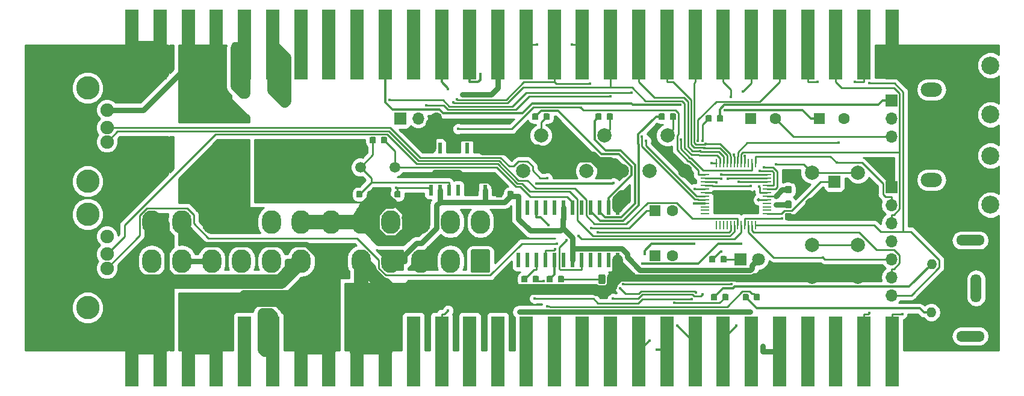
<source format=gbr>
G04 #@! TF.GenerationSoftware,KiCad,Pcbnew,(5.0.1-3-g963ef8bb5)*
G04 #@! TF.CreationDate,2021-12-01T04:01:33+09:00*
G04 #@! TF.ProjectId,Jasmin,4A61736D696E2E6B696361645F706362,rev?*
G04 #@! TF.SameCoordinates,Original*
G04 #@! TF.FileFunction,Copper,L1,Top,Signal*
G04 #@! TF.FilePolarity,Positive*
%FSLAX46Y46*%
G04 Gerber Fmt 4.6, Leading zero omitted, Abs format (unit mm)*
G04 Created by KiCad (PCBNEW (5.0.1-3-g963ef8bb5)) date 2021 December 01, Wednesday 04:01:33*
%MOMM*%
%LPD*%
G01*
G04 APERTURE LIST*
G04 #@! TA.AperFunction,SMDPad,CuDef*
%ADD10R,1.980000X9.900000*%
G04 #@! TD*
G04 #@! TA.AperFunction,Conductor*
%ADD11C,0.100000*%
G04 #@! TD*
G04 #@! TA.AperFunction,ComponentPad*
%ADD12C,2.700000*%
G04 #@! TD*
G04 #@! TA.AperFunction,ComponentPad*
%ADD13O,2.700000X3.300000*%
G04 #@! TD*
G04 #@! TA.AperFunction,SMDPad,CuDef*
%ADD14C,0.950000*%
G04 #@! TD*
G04 #@! TA.AperFunction,SMDPad,CuDef*
%ADD15C,0.875000*%
G04 #@! TD*
G04 #@! TA.AperFunction,ComponentPad*
%ADD16R,1.600000X1.600000*%
G04 #@! TD*
G04 #@! TA.AperFunction,ComponentPad*
%ADD17C,1.600000*%
G04 #@! TD*
G04 #@! TA.AperFunction,ComponentPad*
%ADD18R,1.800000X1.800000*%
G04 #@! TD*
G04 #@! TA.AperFunction,ComponentPad*
%ADD19C,1.800000*%
G04 #@! TD*
G04 #@! TA.AperFunction,ComponentPad*
%ADD20R,1.700000X1.700000*%
G04 #@! TD*
G04 #@! TA.AperFunction,ComponentPad*
%ADD21O,1.700000X1.700000*%
G04 #@! TD*
G04 #@! TA.AperFunction,ComponentPad*
%ADD22C,1.900000*%
G04 #@! TD*
G04 #@! TA.AperFunction,ComponentPad*
%ADD23C,3.300000*%
G04 #@! TD*
G04 #@! TA.AperFunction,ComponentPad*
%ADD24O,1.400000X1.400000*%
G04 #@! TD*
G04 #@! TA.AperFunction,ComponentPad*
%ADD25O,1.500000X4.000000*%
G04 #@! TD*
G04 #@! TA.AperFunction,ComponentPad*
%ADD26O,4.000000X1.500000*%
G04 #@! TD*
G04 #@! TA.AperFunction,SMDPad,CuDef*
%ADD27C,0.975000*%
G04 #@! TD*
G04 #@! TA.AperFunction,ComponentPad*
%ADD28C,2.000000*%
G04 #@! TD*
G04 #@! TA.AperFunction,SMDPad,CuDef*
%ADD29R,0.250000X1.300000*%
G04 #@! TD*
G04 #@! TA.AperFunction,SMDPad,CuDef*
%ADD30R,1.300000X0.250000*%
G04 #@! TD*
G04 #@! TA.AperFunction,ComponentPad*
%ADD31C,1.500000*%
G04 #@! TD*
G04 #@! TA.AperFunction,ComponentPad*
%ADD32C,2.510000*%
G04 #@! TD*
G04 #@! TA.AperFunction,ComponentPad*
%ADD33O,2.000000X3.000000*%
G04 #@! TD*
G04 #@! TA.AperFunction,ComponentPad*
%ADD34O,3.000000X2.000000*%
G04 #@! TD*
G04 #@! TA.AperFunction,SMDPad,CuDef*
%ADD35R,0.600000X1.500000*%
G04 #@! TD*
G04 #@! TA.AperFunction,SMDPad,CuDef*
%ADD36R,0.600000X2.000000*%
G04 #@! TD*
G04 #@! TA.AperFunction,ViaPad*
%ADD37C,0.400000*%
G04 #@! TD*
G04 #@! TA.AperFunction,ViaPad*
%ADD38C,0.500000*%
G04 #@! TD*
G04 #@! TA.AperFunction,Conductor*
%ADD39C,0.800000*%
G04 #@! TD*
G04 #@! TA.AperFunction,Conductor*
%ADD40C,0.249800*%
G04 #@! TD*
G04 #@! TA.AperFunction,Conductor*
%ADD41C,2.000000*%
G04 #@! TD*
G04 #@! TA.AperFunction,Conductor*
%ADD42C,1.500000*%
G04 #@! TD*
G04 #@! TA.AperFunction,Conductor*
%ADD43C,1.000000*%
G04 #@! TD*
G04 #@! TA.AperFunction,Conductor*
%ADD44C,0.300000*%
G04 #@! TD*
G04 #@! TA.AperFunction,Conductor*
%ADD45C,0.250000*%
G04 #@! TD*
G04 #@! TA.AperFunction,Conductor*
%ADD46C,0.254000*%
G04 #@! TD*
G04 APERTURE END LIST*
D10*
G04 #@! TO.P,J8,a1*
G04 #@! TO.N,/2P4*
X208400000Y-77470000D03*
G04 #@! TO.P,J8,a2*
G04 #@! TO.N,/2P6*
X204440000Y-77470000D03*
G04 #@! TO.P,J8,a3*
G04 #@! TO.N,N/C*
X200480000Y-77470000D03*
G04 #@! TO.P,J8,a4*
X196520000Y-77470000D03*
G04 #@! TO.P,J8,a5*
G04 #@! TO.N,/VGND*
X192560000Y-77470000D03*
G04 #@! TO.P,J8,a6*
G04 #@! TO.N,N/C*
X188600000Y-77470000D03*
G04 #@! TO.P,J8,a7*
G04 #@! TO.N,/TEST*
X184640000Y-77470000D03*
G04 #@! TO.P,J8,a8*
G04 #@! TO.N,/G*
X180680000Y-77470000D03*
G04 #@! TO.P,J8,a9*
G04 #@! TO.N,/CSYNC*
X176720000Y-77470000D03*
G04 #@! TO.P,J8,a10*
G04 #@! TO.N,/S-*
X172760000Y-77470000D03*
G04 #@! TO.P,J8,a11*
G04 #@! TO.N,N/C*
X168800000Y-77470000D03*
G04 #@! TO.P,J8,a12*
X164840000Y-77470000D03*
G04 #@! TO.P,J8,a13*
X160880000Y-77470000D03*
G04 #@! TO.P,J8,a14*
X156920000Y-77470000D03*
G04 #@! TO.P,J8,a15*
X152960000Y-77470000D03*
G04 #@! TO.P,J8,a16*
X149000000Y-77470000D03*
G04 #@! TO.P,J8,a17*
G04 #@! TO.N,/1PC*
X145040000Y-77470000D03*
G04 #@! TO.P,J8,a18*
G04 #@! TO.N,N/C*
X141080000Y-77470000D03*
G04 #@! TO.P,J8,a19*
G04 #@! TO.N,GND*
X137120000Y-77470000D03*
G04 #@! TO.P,J8,a20*
X133160000Y-77470000D03*
G04 #@! TO.P,J8,a21*
G04 #@! TO.N,VCC*
X129200000Y-77470000D03*
G04 #@! TO.P,J8,a22*
X125240000Y-77470000D03*
G04 #@! TO.P,J8,a23*
G04 #@! TO.N,/12V*
X121280000Y-77470000D03*
G04 #@! TO.P,J8,a24*
G04 #@! TO.N,N/C*
X117320000Y-77470000D03*
G04 #@! TO.P,J8,a25*
G04 #@! TO.N,VCC*
X113360000Y-77470000D03*
G04 #@! TO.P,J8,a26*
X109400000Y-77470000D03*
G04 #@! TO.P,J8,a27*
G04 #@! TO.N,GND*
X105440000Y-77470000D03*
G04 #@! TO.P,J8,a28*
X101480000Y-77470000D03*
G04 #@! TD*
D11*
G04 #@! TO.N,N/C*
G04 #@! TO.C,J3*
G36*
X151619503Y-63121204D02*
X151643772Y-63124804D01*
X151667570Y-63130765D01*
X151690670Y-63139030D01*
X151712849Y-63149520D01*
X151733892Y-63162133D01*
X151753598Y-63176748D01*
X151771776Y-63193224D01*
X151788252Y-63211402D01*
X151802867Y-63231108D01*
X151815480Y-63252151D01*
X151825970Y-63274330D01*
X151834235Y-63297430D01*
X151840196Y-63321228D01*
X151843796Y-63345497D01*
X151845000Y-63370001D01*
X151845000Y-66169999D01*
X151843796Y-66194503D01*
X151840196Y-66218772D01*
X151834235Y-66242570D01*
X151825970Y-66265670D01*
X151815480Y-66287849D01*
X151802867Y-66308892D01*
X151788252Y-66328598D01*
X151771776Y-66346776D01*
X151753598Y-66363252D01*
X151733892Y-66377867D01*
X151712849Y-66390480D01*
X151690670Y-66400970D01*
X151667570Y-66409235D01*
X151643772Y-66415196D01*
X151619503Y-66418796D01*
X151594999Y-66420000D01*
X149395001Y-66420000D01*
X149370497Y-66418796D01*
X149346228Y-66415196D01*
X149322430Y-66409235D01*
X149299330Y-66400970D01*
X149277151Y-66390480D01*
X149256108Y-66377867D01*
X149236402Y-66363252D01*
X149218224Y-66346776D01*
X149201748Y-66328598D01*
X149187133Y-66308892D01*
X149174520Y-66287849D01*
X149164030Y-66265670D01*
X149155765Y-66242570D01*
X149149804Y-66218772D01*
X149146204Y-66194503D01*
X149145000Y-66169999D01*
X149145000Y-63370001D01*
X149146204Y-63345497D01*
X149149804Y-63321228D01*
X149155765Y-63297430D01*
X149164030Y-63274330D01*
X149174520Y-63252151D01*
X149187133Y-63231108D01*
X149201748Y-63211402D01*
X149218224Y-63193224D01*
X149236402Y-63176748D01*
X149256108Y-63162133D01*
X149277151Y-63149520D01*
X149299330Y-63139030D01*
X149322430Y-63130765D01*
X149346228Y-63124804D01*
X149370497Y-63121204D01*
X149395001Y-63120000D01*
X151594999Y-63120000D01*
X151619503Y-63121204D01*
X151619503Y-63121204D01*
G37*
D12*
G04 #@! TD*
G04 #@! TO.P,J3,1*
G04 #@! TO.N,N/C*
X150495000Y-64770000D03*
D13*
G04 #@! TO.P,J3,2*
G04 #@! TO.N,N/C*
X146295000Y-64770000D03*
G04 #@! TO.P,J3,3*
G04 #@! TO.N,GND*
X142095000Y-64770000D03*
G04 #@! TO.P,J3,4*
G04 #@! TO.N,VCC*
X137895000Y-64770000D03*
G04 #@! TO.P,J3,5*
G04 #@! TO.N,GND*
X133695000Y-64770000D03*
G04 #@! TO.P,J3,6*
G04 #@! TO.N,VCC*
X129495000Y-64770000D03*
G04 #@! TO.P,J3,7*
G04 #@! TO.N,GND*
X125295000Y-64770000D03*
G04 #@! TO.P,J3,8*
G04 #@! TO.N,N/C*
X121095000Y-64770000D03*
G04 #@! TO.P,J3,9*
X116895000Y-64770000D03*
G04 #@! TO.P,J3,10*
G04 #@! TO.N,/12V*
X112695000Y-64770000D03*
G04 #@! TO.P,J3,11*
X108495000Y-64770000D03*
G04 #@! TO.P,J3,12*
G04 #@! TO.N,N/C*
X104295000Y-64770000D03*
G04 #@! TO.P,J3,13*
X150495000Y-59270000D03*
G04 #@! TO.P,J3,14*
X146295000Y-59270000D03*
G04 #@! TO.P,J3,15*
G04 #@! TO.N,GND*
X142095000Y-59270000D03*
G04 #@! TO.P,J3,16*
G04 #@! TO.N,/PON*
X137895000Y-59270000D03*
G04 #@! TO.P,J3,17*
G04 #@! TO.N,GND*
X133695000Y-59270000D03*
G04 #@! TO.P,J3,18*
X129495000Y-59270000D03*
G04 #@! TO.P,J3,19*
X125295000Y-59270000D03*
G04 #@! TO.P,J3,20*
G04 #@! TO.N,/-5V*
X121095000Y-59270000D03*
G04 #@! TO.P,J3,21*
G04 #@! TO.N,VCC*
X116895000Y-59270000D03*
G04 #@! TO.P,J3,22*
X112695000Y-59270000D03*
G04 #@! TO.P,J3,23*
X108495000Y-59270000D03*
G04 #@! TO.P,J3,24*
G04 #@! TO.N,GND*
X104295000Y-59270000D03*
G04 #@! TD*
D11*
G04 #@! TO.N,VCC*
G04 #@! TO.C,C1*
G36*
X194062779Y-56259144D02*
X194085834Y-56262563D01*
X194108443Y-56268227D01*
X194130387Y-56276079D01*
X194151457Y-56286044D01*
X194171448Y-56298026D01*
X194190168Y-56311910D01*
X194207438Y-56327562D01*
X194223090Y-56344832D01*
X194236974Y-56363552D01*
X194248956Y-56383543D01*
X194258921Y-56404613D01*
X194266773Y-56426557D01*
X194272437Y-56449166D01*
X194275856Y-56472221D01*
X194277000Y-56495500D01*
X194277000Y-57070500D01*
X194275856Y-57093779D01*
X194272437Y-57116834D01*
X194266773Y-57139443D01*
X194258921Y-57161387D01*
X194248956Y-57182457D01*
X194236974Y-57202448D01*
X194223090Y-57221168D01*
X194207438Y-57238438D01*
X194190168Y-57254090D01*
X194171448Y-57267974D01*
X194151457Y-57279956D01*
X194130387Y-57289921D01*
X194108443Y-57297773D01*
X194085834Y-57303437D01*
X194062779Y-57306856D01*
X194039500Y-57308000D01*
X193564500Y-57308000D01*
X193541221Y-57306856D01*
X193518166Y-57303437D01*
X193495557Y-57297773D01*
X193473613Y-57289921D01*
X193452543Y-57279956D01*
X193432552Y-57267974D01*
X193413832Y-57254090D01*
X193396562Y-57238438D01*
X193380910Y-57221168D01*
X193367026Y-57202448D01*
X193355044Y-57182457D01*
X193345079Y-57161387D01*
X193337227Y-57139443D01*
X193331563Y-57116834D01*
X193328144Y-57093779D01*
X193327000Y-57070500D01*
X193327000Y-56495500D01*
X193328144Y-56472221D01*
X193331563Y-56449166D01*
X193337227Y-56426557D01*
X193345079Y-56404613D01*
X193355044Y-56383543D01*
X193367026Y-56363552D01*
X193380910Y-56344832D01*
X193396562Y-56327562D01*
X193413832Y-56311910D01*
X193432552Y-56298026D01*
X193452543Y-56286044D01*
X193473613Y-56276079D01*
X193495557Y-56268227D01*
X193518166Y-56262563D01*
X193541221Y-56259144D01*
X193564500Y-56258000D01*
X194039500Y-56258000D01*
X194062779Y-56259144D01*
X194062779Y-56259144D01*
G37*
D14*
G04 #@! TD*
G04 #@! TO.P,C1,1*
G04 #@! TO.N,VCC*
X193802000Y-56783000D03*
D11*
G04 #@! TO.N,GND*
G04 #@! TO.C,C1*
G36*
X194062779Y-58009144D02*
X194085834Y-58012563D01*
X194108443Y-58018227D01*
X194130387Y-58026079D01*
X194151457Y-58036044D01*
X194171448Y-58048026D01*
X194190168Y-58061910D01*
X194207438Y-58077562D01*
X194223090Y-58094832D01*
X194236974Y-58113552D01*
X194248956Y-58133543D01*
X194258921Y-58154613D01*
X194266773Y-58176557D01*
X194272437Y-58199166D01*
X194275856Y-58222221D01*
X194277000Y-58245500D01*
X194277000Y-58820500D01*
X194275856Y-58843779D01*
X194272437Y-58866834D01*
X194266773Y-58889443D01*
X194258921Y-58911387D01*
X194248956Y-58932457D01*
X194236974Y-58952448D01*
X194223090Y-58971168D01*
X194207438Y-58988438D01*
X194190168Y-59004090D01*
X194171448Y-59017974D01*
X194151457Y-59029956D01*
X194130387Y-59039921D01*
X194108443Y-59047773D01*
X194085834Y-59053437D01*
X194062779Y-59056856D01*
X194039500Y-59058000D01*
X193564500Y-59058000D01*
X193541221Y-59056856D01*
X193518166Y-59053437D01*
X193495557Y-59047773D01*
X193473613Y-59039921D01*
X193452543Y-59029956D01*
X193432552Y-59017974D01*
X193413832Y-59004090D01*
X193396562Y-58988438D01*
X193380910Y-58971168D01*
X193367026Y-58952448D01*
X193355044Y-58932457D01*
X193345079Y-58911387D01*
X193337227Y-58889443D01*
X193331563Y-58866834D01*
X193328144Y-58843779D01*
X193327000Y-58820500D01*
X193327000Y-58245500D01*
X193328144Y-58222221D01*
X193331563Y-58199166D01*
X193337227Y-58176557D01*
X193345079Y-58154613D01*
X193355044Y-58133543D01*
X193367026Y-58113552D01*
X193380910Y-58094832D01*
X193396562Y-58077562D01*
X193413832Y-58061910D01*
X193432552Y-58048026D01*
X193452543Y-58036044D01*
X193473613Y-58026079D01*
X193495557Y-58018227D01*
X193518166Y-58012563D01*
X193541221Y-58009144D01*
X193564500Y-58008000D01*
X194039500Y-58008000D01*
X194062779Y-58009144D01*
X194062779Y-58009144D01*
G37*
D14*
G04 #@! TD*
G04 #@! TO.P,C1,2*
G04 #@! TO.N,GND*
X193802000Y-58533000D03*
D11*
G04 #@! TO.N,GND*
G04 #@! TO.C,C2*
G36*
X194062779Y-52449144D02*
X194085834Y-52452563D01*
X194108443Y-52458227D01*
X194130387Y-52466079D01*
X194151457Y-52476044D01*
X194171448Y-52488026D01*
X194190168Y-52501910D01*
X194207438Y-52517562D01*
X194223090Y-52534832D01*
X194236974Y-52553552D01*
X194248956Y-52573543D01*
X194258921Y-52594613D01*
X194266773Y-52616557D01*
X194272437Y-52639166D01*
X194275856Y-52662221D01*
X194277000Y-52685500D01*
X194277000Y-53260500D01*
X194275856Y-53283779D01*
X194272437Y-53306834D01*
X194266773Y-53329443D01*
X194258921Y-53351387D01*
X194248956Y-53372457D01*
X194236974Y-53392448D01*
X194223090Y-53411168D01*
X194207438Y-53428438D01*
X194190168Y-53444090D01*
X194171448Y-53457974D01*
X194151457Y-53469956D01*
X194130387Y-53479921D01*
X194108443Y-53487773D01*
X194085834Y-53493437D01*
X194062779Y-53496856D01*
X194039500Y-53498000D01*
X193564500Y-53498000D01*
X193541221Y-53496856D01*
X193518166Y-53493437D01*
X193495557Y-53487773D01*
X193473613Y-53479921D01*
X193452543Y-53469956D01*
X193432552Y-53457974D01*
X193413832Y-53444090D01*
X193396562Y-53428438D01*
X193380910Y-53411168D01*
X193367026Y-53392448D01*
X193355044Y-53372457D01*
X193345079Y-53351387D01*
X193337227Y-53329443D01*
X193331563Y-53306834D01*
X193328144Y-53283779D01*
X193327000Y-53260500D01*
X193327000Y-52685500D01*
X193328144Y-52662221D01*
X193331563Y-52639166D01*
X193337227Y-52616557D01*
X193345079Y-52594613D01*
X193355044Y-52573543D01*
X193367026Y-52553552D01*
X193380910Y-52534832D01*
X193396562Y-52517562D01*
X193413832Y-52501910D01*
X193432552Y-52488026D01*
X193452543Y-52476044D01*
X193473613Y-52466079D01*
X193495557Y-52458227D01*
X193518166Y-52452563D01*
X193541221Y-52449144D01*
X193564500Y-52448000D01*
X194039500Y-52448000D01*
X194062779Y-52449144D01*
X194062779Y-52449144D01*
G37*
D14*
G04 #@! TD*
G04 #@! TO.P,C2,2*
G04 #@! TO.N,GND*
X193802000Y-52973000D03*
D11*
G04 #@! TO.N,/3.3V*
G04 #@! TO.C,C2*
G36*
X194062779Y-54199144D02*
X194085834Y-54202563D01*
X194108443Y-54208227D01*
X194130387Y-54216079D01*
X194151457Y-54226044D01*
X194171448Y-54238026D01*
X194190168Y-54251910D01*
X194207438Y-54267562D01*
X194223090Y-54284832D01*
X194236974Y-54303552D01*
X194248956Y-54323543D01*
X194258921Y-54344613D01*
X194266773Y-54366557D01*
X194272437Y-54389166D01*
X194275856Y-54412221D01*
X194277000Y-54435500D01*
X194277000Y-55010500D01*
X194275856Y-55033779D01*
X194272437Y-55056834D01*
X194266773Y-55079443D01*
X194258921Y-55101387D01*
X194248956Y-55122457D01*
X194236974Y-55142448D01*
X194223090Y-55161168D01*
X194207438Y-55178438D01*
X194190168Y-55194090D01*
X194171448Y-55207974D01*
X194151457Y-55219956D01*
X194130387Y-55229921D01*
X194108443Y-55237773D01*
X194085834Y-55243437D01*
X194062779Y-55246856D01*
X194039500Y-55248000D01*
X193564500Y-55248000D01*
X193541221Y-55246856D01*
X193518166Y-55243437D01*
X193495557Y-55237773D01*
X193473613Y-55229921D01*
X193452543Y-55219956D01*
X193432552Y-55207974D01*
X193413832Y-55194090D01*
X193396562Y-55178438D01*
X193380910Y-55161168D01*
X193367026Y-55142448D01*
X193355044Y-55122457D01*
X193345079Y-55101387D01*
X193337227Y-55079443D01*
X193331563Y-55056834D01*
X193328144Y-55033779D01*
X193327000Y-55010500D01*
X193327000Y-54435500D01*
X193328144Y-54412221D01*
X193331563Y-54389166D01*
X193337227Y-54366557D01*
X193345079Y-54344613D01*
X193355044Y-54323543D01*
X193367026Y-54303552D01*
X193380910Y-54284832D01*
X193396562Y-54267562D01*
X193413832Y-54251910D01*
X193432552Y-54238026D01*
X193452543Y-54226044D01*
X193473613Y-54216079D01*
X193495557Y-54208227D01*
X193518166Y-54202563D01*
X193541221Y-54199144D01*
X193564500Y-54198000D01*
X194039500Y-54198000D01*
X194062779Y-54199144D01*
X194062779Y-54199144D01*
G37*
D14*
G04 #@! TD*
G04 #@! TO.P,C2,1*
G04 #@! TO.N,/3.3V*
X193802000Y-54723000D03*
D11*
G04 #@! TO.N,GND*
G04 #@! TO.C,C3*
G36*
X135266691Y-54898053D02*
X135287926Y-54901203D01*
X135308750Y-54906419D01*
X135328962Y-54913651D01*
X135348368Y-54922830D01*
X135366781Y-54933866D01*
X135384024Y-54946654D01*
X135399930Y-54961070D01*
X135414346Y-54976976D01*
X135427134Y-54994219D01*
X135438170Y-55012632D01*
X135447349Y-55032038D01*
X135454581Y-55052250D01*
X135459797Y-55073074D01*
X135462947Y-55094309D01*
X135464000Y-55115750D01*
X135464000Y-55628250D01*
X135462947Y-55649691D01*
X135459797Y-55670926D01*
X135454581Y-55691750D01*
X135447349Y-55711962D01*
X135438170Y-55731368D01*
X135427134Y-55749781D01*
X135414346Y-55767024D01*
X135399930Y-55782930D01*
X135384024Y-55797346D01*
X135366781Y-55810134D01*
X135348368Y-55821170D01*
X135328962Y-55830349D01*
X135308750Y-55837581D01*
X135287926Y-55842797D01*
X135266691Y-55845947D01*
X135245250Y-55847000D01*
X134807750Y-55847000D01*
X134786309Y-55845947D01*
X134765074Y-55842797D01*
X134744250Y-55837581D01*
X134724038Y-55830349D01*
X134704632Y-55821170D01*
X134686219Y-55810134D01*
X134668976Y-55797346D01*
X134653070Y-55782930D01*
X134638654Y-55767024D01*
X134625866Y-55749781D01*
X134614830Y-55731368D01*
X134605651Y-55711962D01*
X134598419Y-55691750D01*
X134593203Y-55670926D01*
X134590053Y-55649691D01*
X134589000Y-55628250D01*
X134589000Y-55115750D01*
X134590053Y-55094309D01*
X134593203Y-55073074D01*
X134598419Y-55052250D01*
X134605651Y-55032038D01*
X134614830Y-55012632D01*
X134625866Y-54994219D01*
X134638654Y-54976976D01*
X134653070Y-54961070D01*
X134668976Y-54946654D01*
X134686219Y-54933866D01*
X134704632Y-54922830D01*
X134724038Y-54913651D01*
X134744250Y-54906419D01*
X134765074Y-54901203D01*
X134786309Y-54898053D01*
X134807750Y-54897000D01*
X135245250Y-54897000D01*
X135266691Y-54898053D01*
X135266691Y-54898053D01*
G37*
D15*
G04 #@! TD*
G04 #@! TO.P,C3,2*
G04 #@! TO.N,GND*
X135026500Y-55372000D03*
D11*
G04 #@! TO.N,Net-(C3-Pad1)*
G04 #@! TO.C,C3*
G36*
X133691691Y-54898053D02*
X133712926Y-54901203D01*
X133733750Y-54906419D01*
X133753962Y-54913651D01*
X133773368Y-54922830D01*
X133791781Y-54933866D01*
X133809024Y-54946654D01*
X133824930Y-54961070D01*
X133839346Y-54976976D01*
X133852134Y-54994219D01*
X133863170Y-55012632D01*
X133872349Y-55032038D01*
X133879581Y-55052250D01*
X133884797Y-55073074D01*
X133887947Y-55094309D01*
X133889000Y-55115750D01*
X133889000Y-55628250D01*
X133887947Y-55649691D01*
X133884797Y-55670926D01*
X133879581Y-55691750D01*
X133872349Y-55711962D01*
X133863170Y-55731368D01*
X133852134Y-55749781D01*
X133839346Y-55767024D01*
X133824930Y-55782930D01*
X133809024Y-55797346D01*
X133791781Y-55810134D01*
X133773368Y-55821170D01*
X133753962Y-55830349D01*
X133733750Y-55837581D01*
X133712926Y-55842797D01*
X133691691Y-55845947D01*
X133670250Y-55847000D01*
X133232750Y-55847000D01*
X133211309Y-55845947D01*
X133190074Y-55842797D01*
X133169250Y-55837581D01*
X133149038Y-55830349D01*
X133129632Y-55821170D01*
X133111219Y-55810134D01*
X133093976Y-55797346D01*
X133078070Y-55782930D01*
X133063654Y-55767024D01*
X133050866Y-55749781D01*
X133039830Y-55731368D01*
X133030651Y-55711962D01*
X133023419Y-55691750D01*
X133018203Y-55670926D01*
X133015053Y-55649691D01*
X133014000Y-55628250D01*
X133014000Y-55115750D01*
X133015053Y-55094309D01*
X133018203Y-55073074D01*
X133023419Y-55052250D01*
X133030651Y-55032038D01*
X133039830Y-55012632D01*
X133050866Y-54994219D01*
X133063654Y-54976976D01*
X133078070Y-54961070D01*
X133093976Y-54946654D01*
X133111219Y-54933866D01*
X133129632Y-54922830D01*
X133149038Y-54913651D01*
X133169250Y-54906419D01*
X133190074Y-54901203D01*
X133211309Y-54898053D01*
X133232750Y-54897000D01*
X133670250Y-54897000D01*
X133691691Y-54898053D01*
X133691691Y-54898053D01*
G37*
D15*
G04 #@! TD*
G04 #@! TO.P,C3,1*
G04 #@! TO.N,Net-(C3-Pad1)*
X133451500Y-55372000D03*
D11*
G04 #@! TO.N,GND*
G04 #@! TO.C,C4*
G36*
X137501691Y-54898053D02*
X137522926Y-54901203D01*
X137543750Y-54906419D01*
X137563962Y-54913651D01*
X137583368Y-54922830D01*
X137601781Y-54933866D01*
X137619024Y-54946654D01*
X137634930Y-54961070D01*
X137649346Y-54976976D01*
X137662134Y-54994219D01*
X137673170Y-55012632D01*
X137682349Y-55032038D01*
X137689581Y-55052250D01*
X137694797Y-55073074D01*
X137697947Y-55094309D01*
X137699000Y-55115750D01*
X137699000Y-55628250D01*
X137697947Y-55649691D01*
X137694797Y-55670926D01*
X137689581Y-55691750D01*
X137682349Y-55711962D01*
X137673170Y-55731368D01*
X137662134Y-55749781D01*
X137649346Y-55767024D01*
X137634930Y-55782930D01*
X137619024Y-55797346D01*
X137601781Y-55810134D01*
X137583368Y-55821170D01*
X137563962Y-55830349D01*
X137543750Y-55837581D01*
X137522926Y-55842797D01*
X137501691Y-55845947D01*
X137480250Y-55847000D01*
X137042750Y-55847000D01*
X137021309Y-55845947D01*
X137000074Y-55842797D01*
X136979250Y-55837581D01*
X136959038Y-55830349D01*
X136939632Y-55821170D01*
X136921219Y-55810134D01*
X136903976Y-55797346D01*
X136888070Y-55782930D01*
X136873654Y-55767024D01*
X136860866Y-55749781D01*
X136849830Y-55731368D01*
X136840651Y-55711962D01*
X136833419Y-55691750D01*
X136828203Y-55670926D01*
X136825053Y-55649691D01*
X136824000Y-55628250D01*
X136824000Y-55115750D01*
X136825053Y-55094309D01*
X136828203Y-55073074D01*
X136833419Y-55052250D01*
X136840651Y-55032038D01*
X136849830Y-55012632D01*
X136860866Y-54994219D01*
X136873654Y-54976976D01*
X136888070Y-54961070D01*
X136903976Y-54946654D01*
X136921219Y-54933866D01*
X136939632Y-54922830D01*
X136959038Y-54913651D01*
X136979250Y-54906419D01*
X137000074Y-54901203D01*
X137021309Y-54898053D01*
X137042750Y-54897000D01*
X137480250Y-54897000D01*
X137501691Y-54898053D01*
X137501691Y-54898053D01*
G37*
D15*
G04 #@! TD*
G04 #@! TO.P,C4,2*
G04 #@! TO.N,GND*
X137261500Y-55372000D03*
D11*
G04 #@! TO.N,/SCin*
G04 #@! TO.C,C4*
G36*
X139076691Y-54898053D02*
X139097926Y-54901203D01*
X139118750Y-54906419D01*
X139138962Y-54913651D01*
X139158368Y-54922830D01*
X139176781Y-54933866D01*
X139194024Y-54946654D01*
X139209930Y-54961070D01*
X139224346Y-54976976D01*
X139237134Y-54994219D01*
X139248170Y-55012632D01*
X139257349Y-55032038D01*
X139264581Y-55052250D01*
X139269797Y-55073074D01*
X139272947Y-55094309D01*
X139274000Y-55115750D01*
X139274000Y-55628250D01*
X139272947Y-55649691D01*
X139269797Y-55670926D01*
X139264581Y-55691750D01*
X139257349Y-55711962D01*
X139248170Y-55731368D01*
X139237134Y-55749781D01*
X139224346Y-55767024D01*
X139209930Y-55782930D01*
X139194024Y-55797346D01*
X139176781Y-55810134D01*
X139158368Y-55821170D01*
X139138962Y-55830349D01*
X139118750Y-55837581D01*
X139097926Y-55842797D01*
X139076691Y-55845947D01*
X139055250Y-55847000D01*
X138617750Y-55847000D01*
X138596309Y-55845947D01*
X138575074Y-55842797D01*
X138554250Y-55837581D01*
X138534038Y-55830349D01*
X138514632Y-55821170D01*
X138496219Y-55810134D01*
X138478976Y-55797346D01*
X138463070Y-55782930D01*
X138448654Y-55767024D01*
X138435866Y-55749781D01*
X138424830Y-55731368D01*
X138415651Y-55711962D01*
X138408419Y-55691750D01*
X138403203Y-55670926D01*
X138400053Y-55649691D01*
X138399000Y-55628250D01*
X138399000Y-55115750D01*
X138400053Y-55094309D01*
X138403203Y-55073074D01*
X138408419Y-55052250D01*
X138415651Y-55032038D01*
X138424830Y-55012632D01*
X138435866Y-54994219D01*
X138448654Y-54976976D01*
X138463070Y-54961070D01*
X138478976Y-54946654D01*
X138496219Y-54933866D01*
X138514632Y-54922830D01*
X138534038Y-54913651D01*
X138554250Y-54906419D01*
X138575074Y-54901203D01*
X138596309Y-54898053D01*
X138617750Y-54897000D01*
X139055250Y-54897000D01*
X139076691Y-54898053D01*
X139076691Y-54898053D01*
G37*
D15*
G04 #@! TD*
G04 #@! TO.P,C4,1*
G04 #@! TO.N,/SCin*
X138836500Y-55372000D03*
D11*
G04 #@! TO.N,/Rin*
G04 #@! TO.C,C5*
G36*
X158456691Y-43976053D02*
X158477926Y-43979203D01*
X158498750Y-43984419D01*
X158518962Y-43991651D01*
X158538368Y-44000830D01*
X158556781Y-44011866D01*
X158574024Y-44024654D01*
X158589930Y-44039070D01*
X158604346Y-44054976D01*
X158617134Y-44072219D01*
X158628170Y-44090632D01*
X158637349Y-44110038D01*
X158644581Y-44130250D01*
X158649797Y-44151074D01*
X158652947Y-44172309D01*
X158654000Y-44193750D01*
X158654000Y-44706250D01*
X158652947Y-44727691D01*
X158649797Y-44748926D01*
X158644581Y-44769750D01*
X158637349Y-44789962D01*
X158628170Y-44809368D01*
X158617134Y-44827781D01*
X158604346Y-44845024D01*
X158589930Y-44860930D01*
X158574024Y-44875346D01*
X158556781Y-44888134D01*
X158538368Y-44899170D01*
X158518962Y-44908349D01*
X158498750Y-44915581D01*
X158477926Y-44920797D01*
X158456691Y-44923947D01*
X158435250Y-44925000D01*
X157997750Y-44925000D01*
X157976309Y-44923947D01*
X157955074Y-44920797D01*
X157934250Y-44915581D01*
X157914038Y-44908349D01*
X157894632Y-44899170D01*
X157876219Y-44888134D01*
X157858976Y-44875346D01*
X157843070Y-44860930D01*
X157828654Y-44845024D01*
X157815866Y-44827781D01*
X157804830Y-44809368D01*
X157795651Y-44789962D01*
X157788419Y-44769750D01*
X157783203Y-44748926D01*
X157780053Y-44727691D01*
X157779000Y-44706250D01*
X157779000Y-44193750D01*
X157780053Y-44172309D01*
X157783203Y-44151074D01*
X157788419Y-44130250D01*
X157795651Y-44110038D01*
X157804830Y-44090632D01*
X157815866Y-44072219D01*
X157828654Y-44054976D01*
X157843070Y-44039070D01*
X157858976Y-44024654D01*
X157876219Y-44011866D01*
X157894632Y-44000830D01*
X157914038Y-43991651D01*
X157934250Y-43984419D01*
X157955074Y-43979203D01*
X157976309Y-43976053D01*
X157997750Y-43975000D01*
X158435250Y-43975000D01*
X158456691Y-43976053D01*
X158456691Y-43976053D01*
G37*
D15*
G04 #@! TD*
G04 #@! TO.P,C5,1*
G04 #@! TO.N,/Rin*
X158216500Y-44450000D03*
D11*
G04 #@! TO.N,Net-(C5-Pad2)*
G04 #@! TO.C,C5*
G36*
X160031691Y-43976053D02*
X160052926Y-43979203D01*
X160073750Y-43984419D01*
X160093962Y-43991651D01*
X160113368Y-44000830D01*
X160131781Y-44011866D01*
X160149024Y-44024654D01*
X160164930Y-44039070D01*
X160179346Y-44054976D01*
X160192134Y-44072219D01*
X160203170Y-44090632D01*
X160212349Y-44110038D01*
X160219581Y-44130250D01*
X160224797Y-44151074D01*
X160227947Y-44172309D01*
X160229000Y-44193750D01*
X160229000Y-44706250D01*
X160227947Y-44727691D01*
X160224797Y-44748926D01*
X160219581Y-44769750D01*
X160212349Y-44789962D01*
X160203170Y-44809368D01*
X160192134Y-44827781D01*
X160179346Y-44845024D01*
X160164930Y-44860930D01*
X160149024Y-44875346D01*
X160131781Y-44888134D01*
X160113368Y-44899170D01*
X160093962Y-44908349D01*
X160073750Y-44915581D01*
X160052926Y-44920797D01*
X160031691Y-44923947D01*
X160010250Y-44925000D01*
X159572750Y-44925000D01*
X159551309Y-44923947D01*
X159530074Y-44920797D01*
X159509250Y-44915581D01*
X159489038Y-44908349D01*
X159469632Y-44899170D01*
X159451219Y-44888134D01*
X159433976Y-44875346D01*
X159418070Y-44860930D01*
X159403654Y-44845024D01*
X159390866Y-44827781D01*
X159379830Y-44809368D01*
X159370651Y-44789962D01*
X159363419Y-44769750D01*
X159358203Y-44748926D01*
X159355053Y-44727691D01*
X159354000Y-44706250D01*
X159354000Y-44193750D01*
X159355053Y-44172309D01*
X159358203Y-44151074D01*
X159363419Y-44130250D01*
X159370651Y-44110038D01*
X159379830Y-44090632D01*
X159390866Y-44072219D01*
X159403654Y-44054976D01*
X159418070Y-44039070D01*
X159433976Y-44024654D01*
X159451219Y-44011866D01*
X159469632Y-44000830D01*
X159489038Y-43991651D01*
X159509250Y-43984419D01*
X159530074Y-43979203D01*
X159551309Y-43976053D01*
X159572750Y-43975000D01*
X160010250Y-43975000D01*
X160031691Y-43976053D01*
X160031691Y-43976053D01*
G37*
D15*
G04 #@! TD*
G04 #@! TO.P,C5,2*
G04 #@! TO.N,Net-(C5-Pad2)*
X159791500Y-44450000D03*
D11*
G04 #@! TO.N,/Gin*
G04 #@! TO.C,C6*
G36*
X167346691Y-43976053D02*
X167367926Y-43979203D01*
X167388750Y-43984419D01*
X167408962Y-43991651D01*
X167428368Y-44000830D01*
X167446781Y-44011866D01*
X167464024Y-44024654D01*
X167479930Y-44039070D01*
X167494346Y-44054976D01*
X167507134Y-44072219D01*
X167518170Y-44090632D01*
X167527349Y-44110038D01*
X167534581Y-44130250D01*
X167539797Y-44151074D01*
X167542947Y-44172309D01*
X167544000Y-44193750D01*
X167544000Y-44706250D01*
X167542947Y-44727691D01*
X167539797Y-44748926D01*
X167534581Y-44769750D01*
X167527349Y-44789962D01*
X167518170Y-44809368D01*
X167507134Y-44827781D01*
X167494346Y-44845024D01*
X167479930Y-44860930D01*
X167464024Y-44875346D01*
X167446781Y-44888134D01*
X167428368Y-44899170D01*
X167408962Y-44908349D01*
X167388750Y-44915581D01*
X167367926Y-44920797D01*
X167346691Y-44923947D01*
X167325250Y-44925000D01*
X166887750Y-44925000D01*
X166866309Y-44923947D01*
X166845074Y-44920797D01*
X166824250Y-44915581D01*
X166804038Y-44908349D01*
X166784632Y-44899170D01*
X166766219Y-44888134D01*
X166748976Y-44875346D01*
X166733070Y-44860930D01*
X166718654Y-44845024D01*
X166705866Y-44827781D01*
X166694830Y-44809368D01*
X166685651Y-44789962D01*
X166678419Y-44769750D01*
X166673203Y-44748926D01*
X166670053Y-44727691D01*
X166669000Y-44706250D01*
X166669000Y-44193750D01*
X166670053Y-44172309D01*
X166673203Y-44151074D01*
X166678419Y-44130250D01*
X166685651Y-44110038D01*
X166694830Y-44090632D01*
X166705866Y-44072219D01*
X166718654Y-44054976D01*
X166733070Y-44039070D01*
X166748976Y-44024654D01*
X166766219Y-44011866D01*
X166784632Y-44000830D01*
X166804038Y-43991651D01*
X166824250Y-43984419D01*
X166845074Y-43979203D01*
X166866309Y-43976053D01*
X166887750Y-43975000D01*
X167325250Y-43975000D01*
X167346691Y-43976053D01*
X167346691Y-43976053D01*
G37*
D15*
G04 #@! TD*
G04 #@! TO.P,C6,1*
G04 #@! TO.N,/Gin*
X167106500Y-44450000D03*
D11*
G04 #@! TO.N,Net-(C6-Pad2)*
G04 #@! TO.C,C6*
G36*
X168921691Y-43976053D02*
X168942926Y-43979203D01*
X168963750Y-43984419D01*
X168983962Y-43991651D01*
X169003368Y-44000830D01*
X169021781Y-44011866D01*
X169039024Y-44024654D01*
X169054930Y-44039070D01*
X169069346Y-44054976D01*
X169082134Y-44072219D01*
X169093170Y-44090632D01*
X169102349Y-44110038D01*
X169109581Y-44130250D01*
X169114797Y-44151074D01*
X169117947Y-44172309D01*
X169119000Y-44193750D01*
X169119000Y-44706250D01*
X169117947Y-44727691D01*
X169114797Y-44748926D01*
X169109581Y-44769750D01*
X169102349Y-44789962D01*
X169093170Y-44809368D01*
X169082134Y-44827781D01*
X169069346Y-44845024D01*
X169054930Y-44860930D01*
X169039024Y-44875346D01*
X169021781Y-44888134D01*
X169003368Y-44899170D01*
X168983962Y-44908349D01*
X168963750Y-44915581D01*
X168942926Y-44920797D01*
X168921691Y-44923947D01*
X168900250Y-44925000D01*
X168462750Y-44925000D01*
X168441309Y-44923947D01*
X168420074Y-44920797D01*
X168399250Y-44915581D01*
X168379038Y-44908349D01*
X168359632Y-44899170D01*
X168341219Y-44888134D01*
X168323976Y-44875346D01*
X168308070Y-44860930D01*
X168293654Y-44845024D01*
X168280866Y-44827781D01*
X168269830Y-44809368D01*
X168260651Y-44789962D01*
X168253419Y-44769750D01*
X168248203Y-44748926D01*
X168245053Y-44727691D01*
X168244000Y-44706250D01*
X168244000Y-44193750D01*
X168245053Y-44172309D01*
X168248203Y-44151074D01*
X168253419Y-44130250D01*
X168260651Y-44110038D01*
X168269830Y-44090632D01*
X168280866Y-44072219D01*
X168293654Y-44054976D01*
X168308070Y-44039070D01*
X168323976Y-44024654D01*
X168341219Y-44011866D01*
X168359632Y-44000830D01*
X168379038Y-43991651D01*
X168399250Y-43984419D01*
X168420074Y-43979203D01*
X168441309Y-43976053D01*
X168462750Y-43975000D01*
X168900250Y-43975000D01*
X168921691Y-43976053D01*
X168921691Y-43976053D01*
G37*
D15*
G04 #@! TD*
G04 #@! TO.P,C6,2*
G04 #@! TO.N,Net-(C6-Pad2)*
X168681500Y-44450000D03*
D11*
G04 #@! TO.N,Net-(C7-Pad2)*
G04 #@! TO.C,C7*
G36*
X177811691Y-43976053D02*
X177832926Y-43979203D01*
X177853750Y-43984419D01*
X177873962Y-43991651D01*
X177893368Y-44000830D01*
X177911781Y-44011866D01*
X177929024Y-44024654D01*
X177944930Y-44039070D01*
X177959346Y-44054976D01*
X177972134Y-44072219D01*
X177983170Y-44090632D01*
X177992349Y-44110038D01*
X177999581Y-44130250D01*
X178004797Y-44151074D01*
X178007947Y-44172309D01*
X178009000Y-44193750D01*
X178009000Y-44706250D01*
X178007947Y-44727691D01*
X178004797Y-44748926D01*
X177999581Y-44769750D01*
X177992349Y-44789962D01*
X177983170Y-44809368D01*
X177972134Y-44827781D01*
X177959346Y-44845024D01*
X177944930Y-44860930D01*
X177929024Y-44875346D01*
X177911781Y-44888134D01*
X177893368Y-44899170D01*
X177873962Y-44908349D01*
X177853750Y-44915581D01*
X177832926Y-44920797D01*
X177811691Y-44923947D01*
X177790250Y-44925000D01*
X177352750Y-44925000D01*
X177331309Y-44923947D01*
X177310074Y-44920797D01*
X177289250Y-44915581D01*
X177269038Y-44908349D01*
X177249632Y-44899170D01*
X177231219Y-44888134D01*
X177213976Y-44875346D01*
X177198070Y-44860930D01*
X177183654Y-44845024D01*
X177170866Y-44827781D01*
X177159830Y-44809368D01*
X177150651Y-44789962D01*
X177143419Y-44769750D01*
X177138203Y-44748926D01*
X177135053Y-44727691D01*
X177134000Y-44706250D01*
X177134000Y-44193750D01*
X177135053Y-44172309D01*
X177138203Y-44151074D01*
X177143419Y-44130250D01*
X177150651Y-44110038D01*
X177159830Y-44090632D01*
X177170866Y-44072219D01*
X177183654Y-44054976D01*
X177198070Y-44039070D01*
X177213976Y-44024654D01*
X177231219Y-44011866D01*
X177249632Y-44000830D01*
X177269038Y-43991651D01*
X177289250Y-43984419D01*
X177310074Y-43979203D01*
X177331309Y-43976053D01*
X177352750Y-43975000D01*
X177790250Y-43975000D01*
X177811691Y-43976053D01*
X177811691Y-43976053D01*
G37*
D15*
G04 #@! TD*
G04 #@! TO.P,C7,2*
G04 #@! TO.N,Net-(C7-Pad2)*
X177571500Y-44450000D03*
D11*
G04 #@! TO.N,/Bin*
G04 #@! TO.C,C7*
G36*
X176236691Y-43976053D02*
X176257926Y-43979203D01*
X176278750Y-43984419D01*
X176298962Y-43991651D01*
X176318368Y-44000830D01*
X176336781Y-44011866D01*
X176354024Y-44024654D01*
X176369930Y-44039070D01*
X176384346Y-44054976D01*
X176397134Y-44072219D01*
X176408170Y-44090632D01*
X176417349Y-44110038D01*
X176424581Y-44130250D01*
X176429797Y-44151074D01*
X176432947Y-44172309D01*
X176434000Y-44193750D01*
X176434000Y-44706250D01*
X176432947Y-44727691D01*
X176429797Y-44748926D01*
X176424581Y-44769750D01*
X176417349Y-44789962D01*
X176408170Y-44809368D01*
X176397134Y-44827781D01*
X176384346Y-44845024D01*
X176369930Y-44860930D01*
X176354024Y-44875346D01*
X176336781Y-44888134D01*
X176318368Y-44899170D01*
X176298962Y-44908349D01*
X176278750Y-44915581D01*
X176257926Y-44920797D01*
X176236691Y-44923947D01*
X176215250Y-44925000D01*
X175777750Y-44925000D01*
X175756309Y-44923947D01*
X175735074Y-44920797D01*
X175714250Y-44915581D01*
X175694038Y-44908349D01*
X175674632Y-44899170D01*
X175656219Y-44888134D01*
X175638976Y-44875346D01*
X175623070Y-44860930D01*
X175608654Y-44845024D01*
X175595866Y-44827781D01*
X175584830Y-44809368D01*
X175575651Y-44789962D01*
X175568419Y-44769750D01*
X175563203Y-44748926D01*
X175560053Y-44727691D01*
X175559000Y-44706250D01*
X175559000Y-44193750D01*
X175560053Y-44172309D01*
X175563203Y-44151074D01*
X175568419Y-44130250D01*
X175575651Y-44110038D01*
X175584830Y-44090632D01*
X175595866Y-44072219D01*
X175608654Y-44054976D01*
X175623070Y-44039070D01*
X175638976Y-44024654D01*
X175656219Y-44011866D01*
X175674632Y-44000830D01*
X175694038Y-43991651D01*
X175714250Y-43984419D01*
X175735074Y-43979203D01*
X175756309Y-43976053D01*
X175777750Y-43975000D01*
X176215250Y-43975000D01*
X176236691Y-43976053D01*
X176236691Y-43976053D01*
G37*
D15*
G04 #@! TD*
G04 #@! TO.P,C7,1*
G04 #@! TO.N,/Bin*
X175996500Y-44450000D03*
D11*
G04 #@! TO.N,GND*
G04 #@! TO.C,C8*
G36*
X153376691Y-54898053D02*
X153397926Y-54901203D01*
X153418750Y-54906419D01*
X153438962Y-54913651D01*
X153458368Y-54922830D01*
X153476781Y-54933866D01*
X153494024Y-54946654D01*
X153509930Y-54961070D01*
X153524346Y-54976976D01*
X153537134Y-54994219D01*
X153548170Y-55012632D01*
X153557349Y-55032038D01*
X153564581Y-55052250D01*
X153569797Y-55073074D01*
X153572947Y-55094309D01*
X153574000Y-55115750D01*
X153574000Y-55628250D01*
X153572947Y-55649691D01*
X153569797Y-55670926D01*
X153564581Y-55691750D01*
X153557349Y-55711962D01*
X153548170Y-55731368D01*
X153537134Y-55749781D01*
X153524346Y-55767024D01*
X153509930Y-55782930D01*
X153494024Y-55797346D01*
X153476781Y-55810134D01*
X153458368Y-55821170D01*
X153438962Y-55830349D01*
X153418750Y-55837581D01*
X153397926Y-55842797D01*
X153376691Y-55845947D01*
X153355250Y-55847000D01*
X152917750Y-55847000D01*
X152896309Y-55845947D01*
X152875074Y-55842797D01*
X152854250Y-55837581D01*
X152834038Y-55830349D01*
X152814632Y-55821170D01*
X152796219Y-55810134D01*
X152778976Y-55797346D01*
X152763070Y-55782930D01*
X152748654Y-55767024D01*
X152735866Y-55749781D01*
X152724830Y-55731368D01*
X152715651Y-55711962D01*
X152708419Y-55691750D01*
X152703203Y-55670926D01*
X152700053Y-55649691D01*
X152699000Y-55628250D01*
X152699000Y-55115750D01*
X152700053Y-55094309D01*
X152703203Y-55073074D01*
X152708419Y-55052250D01*
X152715651Y-55032038D01*
X152724830Y-55012632D01*
X152735866Y-54994219D01*
X152748654Y-54976976D01*
X152763070Y-54961070D01*
X152778976Y-54946654D01*
X152796219Y-54933866D01*
X152814632Y-54922830D01*
X152834038Y-54913651D01*
X152854250Y-54906419D01*
X152875074Y-54901203D01*
X152896309Y-54898053D01*
X152917750Y-54897000D01*
X153355250Y-54897000D01*
X153376691Y-54898053D01*
X153376691Y-54898053D01*
G37*
D15*
G04 #@! TD*
G04 #@! TO.P,C8,2*
G04 #@! TO.N,GND*
X153136500Y-55372000D03*
D11*
G04 #@! TO.N,VCC*
G04 #@! TO.C,C8*
G36*
X154951691Y-54898053D02*
X154972926Y-54901203D01*
X154993750Y-54906419D01*
X155013962Y-54913651D01*
X155033368Y-54922830D01*
X155051781Y-54933866D01*
X155069024Y-54946654D01*
X155084930Y-54961070D01*
X155099346Y-54976976D01*
X155112134Y-54994219D01*
X155123170Y-55012632D01*
X155132349Y-55032038D01*
X155139581Y-55052250D01*
X155144797Y-55073074D01*
X155147947Y-55094309D01*
X155149000Y-55115750D01*
X155149000Y-55628250D01*
X155147947Y-55649691D01*
X155144797Y-55670926D01*
X155139581Y-55691750D01*
X155132349Y-55711962D01*
X155123170Y-55731368D01*
X155112134Y-55749781D01*
X155099346Y-55767024D01*
X155084930Y-55782930D01*
X155069024Y-55797346D01*
X155051781Y-55810134D01*
X155033368Y-55821170D01*
X155013962Y-55830349D01*
X154993750Y-55837581D01*
X154972926Y-55842797D01*
X154951691Y-55845947D01*
X154930250Y-55847000D01*
X154492750Y-55847000D01*
X154471309Y-55845947D01*
X154450074Y-55842797D01*
X154429250Y-55837581D01*
X154409038Y-55830349D01*
X154389632Y-55821170D01*
X154371219Y-55810134D01*
X154353976Y-55797346D01*
X154338070Y-55782930D01*
X154323654Y-55767024D01*
X154310866Y-55749781D01*
X154299830Y-55731368D01*
X154290651Y-55711962D01*
X154283419Y-55691750D01*
X154278203Y-55670926D01*
X154275053Y-55649691D01*
X154274000Y-55628250D01*
X154274000Y-55115750D01*
X154275053Y-55094309D01*
X154278203Y-55073074D01*
X154283419Y-55052250D01*
X154290651Y-55032038D01*
X154299830Y-55012632D01*
X154310866Y-54994219D01*
X154323654Y-54976976D01*
X154338070Y-54961070D01*
X154353976Y-54946654D01*
X154371219Y-54933866D01*
X154389632Y-54922830D01*
X154409038Y-54913651D01*
X154429250Y-54906419D01*
X154450074Y-54901203D01*
X154471309Y-54898053D01*
X154492750Y-54897000D01*
X154930250Y-54897000D01*
X154951691Y-54898053D01*
X154951691Y-54898053D01*
G37*
D15*
G04 #@! TD*
G04 #@! TO.P,C8,1*
G04 #@! TO.N,VCC*
X154711500Y-55372000D03*
D16*
G04 #@! TO.P,C9,1*
G04 #@! TO.N,Net-(C9-Pad1)*
X175006000Y-57658000D03*
D17*
G04 #@! TO.P,C9,2*
G04 #@! TO.N,Net-(C9-Pad2)*
X177506000Y-57658000D03*
G04 #@! TD*
G04 #@! TO.P,C10,2*
G04 #@! TO.N,Net-(C10-Pad2)*
X177506000Y-64008000D03*
D16*
G04 #@! TO.P,C10,1*
G04 #@! TO.N,Net-(C10-Pad1)*
X175006000Y-64008000D03*
G04 #@! TD*
D11*
G04 #@! TO.N,Net-(C11-Pad1)*
G04 #@! TO.C,C11*
G36*
X158507691Y-66836053D02*
X158528926Y-66839203D01*
X158549750Y-66844419D01*
X158569962Y-66851651D01*
X158589368Y-66860830D01*
X158607781Y-66871866D01*
X158625024Y-66884654D01*
X158640930Y-66899070D01*
X158655346Y-66914976D01*
X158668134Y-66932219D01*
X158679170Y-66950632D01*
X158688349Y-66970038D01*
X158695581Y-66990250D01*
X158700797Y-67011074D01*
X158703947Y-67032309D01*
X158705000Y-67053750D01*
X158705000Y-67566250D01*
X158703947Y-67587691D01*
X158700797Y-67608926D01*
X158695581Y-67629750D01*
X158688349Y-67649962D01*
X158679170Y-67669368D01*
X158668134Y-67687781D01*
X158655346Y-67705024D01*
X158640930Y-67720930D01*
X158625024Y-67735346D01*
X158607781Y-67748134D01*
X158589368Y-67759170D01*
X158569962Y-67768349D01*
X158549750Y-67775581D01*
X158528926Y-67780797D01*
X158507691Y-67783947D01*
X158486250Y-67785000D01*
X158048750Y-67785000D01*
X158027309Y-67783947D01*
X158006074Y-67780797D01*
X157985250Y-67775581D01*
X157965038Y-67768349D01*
X157945632Y-67759170D01*
X157927219Y-67748134D01*
X157909976Y-67735346D01*
X157894070Y-67720930D01*
X157879654Y-67705024D01*
X157866866Y-67687781D01*
X157855830Y-67669368D01*
X157846651Y-67649962D01*
X157839419Y-67629750D01*
X157834203Y-67608926D01*
X157831053Y-67587691D01*
X157830000Y-67566250D01*
X157830000Y-67053750D01*
X157831053Y-67032309D01*
X157834203Y-67011074D01*
X157839419Y-66990250D01*
X157846651Y-66970038D01*
X157855830Y-66950632D01*
X157866866Y-66932219D01*
X157879654Y-66914976D01*
X157894070Y-66899070D01*
X157909976Y-66884654D01*
X157927219Y-66871866D01*
X157945632Y-66860830D01*
X157965038Y-66851651D01*
X157985250Y-66844419D01*
X158006074Y-66839203D01*
X158027309Y-66836053D01*
X158048750Y-66835000D01*
X158486250Y-66835000D01*
X158507691Y-66836053D01*
X158507691Y-66836053D01*
G37*
D15*
G04 #@! TD*
G04 #@! TO.P,C11,1*
G04 #@! TO.N,Net-(C11-Pad1)*
X158267500Y-67310000D03*
D11*
G04 #@! TO.N,Net-(C11-Pad2)*
G04 #@! TO.C,C11*
G36*
X156932691Y-66836053D02*
X156953926Y-66839203D01*
X156974750Y-66844419D01*
X156994962Y-66851651D01*
X157014368Y-66860830D01*
X157032781Y-66871866D01*
X157050024Y-66884654D01*
X157065930Y-66899070D01*
X157080346Y-66914976D01*
X157093134Y-66932219D01*
X157104170Y-66950632D01*
X157113349Y-66970038D01*
X157120581Y-66990250D01*
X157125797Y-67011074D01*
X157128947Y-67032309D01*
X157130000Y-67053750D01*
X157130000Y-67566250D01*
X157128947Y-67587691D01*
X157125797Y-67608926D01*
X157120581Y-67629750D01*
X157113349Y-67649962D01*
X157104170Y-67669368D01*
X157093134Y-67687781D01*
X157080346Y-67705024D01*
X157065930Y-67720930D01*
X157050024Y-67735346D01*
X157032781Y-67748134D01*
X157014368Y-67759170D01*
X156994962Y-67768349D01*
X156974750Y-67775581D01*
X156953926Y-67780797D01*
X156932691Y-67783947D01*
X156911250Y-67785000D01*
X156473750Y-67785000D01*
X156452309Y-67783947D01*
X156431074Y-67780797D01*
X156410250Y-67775581D01*
X156390038Y-67768349D01*
X156370632Y-67759170D01*
X156352219Y-67748134D01*
X156334976Y-67735346D01*
X156319070Y-67720930D01*
X156304654Y-67705024D01*
X156291866Y-67687781D01*
X156280830Y-67669368D01*
X156271651Y-67649962D01*
X156264419Y-67629750D01*
X156259203Y-67608926D01*
X156256053Y-67587691D01*
X156255000Y-67566250D01*
X156255000Y-67053750D01*
X156256053Y-67032309D01*
X156259203Y-67011074D01*
X156264419Y-66990250D01*
X156271651Y-66970038D01*
X156280830Y-66950632D01*
X156291866Y-66932219D01*
X156304654Y-66914976D01*
X156319070Y-66899070D01*
X156334976Y-66884654D01*
X156352219Y-66871866D01*
X156370632Y-66860830D01*
X156390038Y-66851651D01*
X156410250Y-66844419D01*
X156431074Y-66839203D01*
X156452309Y-66836053D01*
X156473750Y-66835000D01*
X156911250Y-66835000D01*
X156932691Y-66836053D01*
X156932691Y-66836053D01*
G37*
D15*
G04 #@! TD*
G04 #@! TO.P,C11,2*
G04 #@! TO.N,Net-(C11-Pad2)*
X156692500Y-67310000D03*
D11*
G04 #@! TO.N,Net-(C12-Pad1)*
G04 #@! TO.C,C12*
G36*
X162063691Y-66836053D02*
X162084926Y-66839203D01*
X162105750Y-66844419D01*
X162125962Y-66851651D01*
X162145368Y-66860830D01*
X162163781Y-66871866D01*
X162181024Y-66884654D01*
X162196930Y-66899070D01*
X162211346Y-66914976D01*
X162224134Y-66932219D01*
X162235170Y-66950632D01*
X162244349Y-66970038D01*
X162251581Y-66990250D01*
X162256797Y-67011074D01*
X162259947Y-67032309D01*
X162261000Y-67053750D01*
X162261000Y-67566250D01*
X162259947Y-67587691D01*
X162256797Y-67608926D01*
X162251581Y-67629750D01*
X162244349Y-67649962D01*
X162235170Y-67669368D01*
X162224134Y-67687781D01*
X162211346Y-67705024D01*
X162196930Y-67720930D01*
X162181024Y-67735346D01*
X162163781Y-67748134D01*
X162145368Y-67759170D01*
X162125962Y-67768349D01*
X162105750Y-67775581D01*
X162084926Y-67780797D01*
X162063691Y-67783947D01*
X162042250Y-67785000D01*
X161604750Y-67785000D01*
X161583309Y-67783947D01*
X161562074Y-67780797D01*
X161541250Y-67775581D01*
X161521038Y-67768349D01*
X161501632Y-67759170D01*
X161483219Y-67748134D01*
X161465976Y-67735346D01*
X161450070Y-67720930D01*
X161435654Y-67705024D01*
X161422866Y-67687781D01*
X161411830Y-67669368D01*
X161402651Y-67649962D01*
X161395419Y-67629750D01*
X161390203Y-67608926D01*
X161387053Y-67587691D01*
X161386000Y-67566250D01*
X161386000Y-67053750D01*
X161387053Y-67032309D01*
X161390203Y-67011074D01*
X161395419Y-66990250D01*
X161402651Y-66970038D01*
X161411830Y-66950632D01*
X161422866Y-66932219D01*
X161435654Y-66914976D01*
X161450070Y-66899070D01*
X161465976Y-66884654D01*
X161483219Y-66871866D01*
X161501632Y-66860830D01*
X161521038Y-66851651D01*
X161541250Y-66844419D01*
X161562074Y-66839203D01*
X161583309Y-66836053D01*
X161604750Y-66835000D01*
X162042250Y-66835000D01*
X162063691Y-66836053D01*
X162063691Y-66836053D01*
G37*
D15*
G04 #@! TD*
G04 #@! TO.P,C12,1*
G04 #@! TO.N,Net-(C12-Pad1)*
X161823500Y-67310000D03*
D11*
G04 #@! TO.N,/YTRAP*
G04 #@! TO.C,C12*
G36*
X160488691Y-66836053D02*
X160509926Y-66839203D01*
X160530750Y-66844419D01*
X160550962Y-66851651D01*
X160570368Y-66860830D01*
X160588781Y-66871866D01*
X160606024Y-66884654D01*
X160621930Y-66899070D01*
X160636346Y-66914976D01*
X160649134Y-66932219D01*
X160660170Y-66950632D01*
X160669349Y-66970038D01*
X160676581Y-66990250D01*
X160681797Y-67011074D01*
X160684947Y-67032309D01*
X160686000Y-67053750D01*
X160686000Y-67566250D01*
X160684947Y-67587691D01*
X160681797Y-67608926D01*
X160676581Y-67629750D01*
X160669349Y-67649962D01*
X160660170Y-67669368D01*
X160649134Y-67687781D01*
X160636346Y-67705024D01*
X160621930Y-67720930D01*
X160606024Y-67735346D01*
X160588781Y-67748134D01*
X160570368Y-67759170D01*
X160550962Y-67768349D01*
X160530750Y-67775581D01*
X160509926Y-67780797D01*
X160488691Y-67783947D01*
X160467250Y-67785000D01*
X160029750Y-67785000D01*
X160008309Y-67783947D01*
X159987074Y-67780797D01*
X159966250Y-67775581D01*
X159946038Y-67768349D01*
X159926632Y-67759170D01*
X159908219Y-67748134D01*
X159890976Y-67735346D01*
X159875070Y-67720930D01*
X159860654Y-67705024D01*
X159847866Y-67687781D01*
X159836830Y-67669368D01*
X159827651Y-67649962D01*
X159820419Y-67629750D01*
X159815203Y-67608926D01*
X159812053Y-67587691D01*
X159811000Y-67566250D01*
X159811000Y-67053750D01*
X159812053Y-67032309D01*
X159815203Y-67011074D01*
X159820419Y-66990250D01*
X159827651Y-66970038D01*
X159836830Y-66950632D01*
X159847866Y-66932219D01*
X159860654Y-66914976D01*
X159875070Y-66899070D01*
X159890976Y-66884654D01*
X159908219Y-66871866D01*
X159926632Y-66860830D01*
X159946038Y-66851651D01*
X159966250Y-66844419D01*
X159987074Y-66839203D01*
X160008309Y-66836053D01*
X160029750Y-66835000D01*
X160467250Y-66835000D01*
X160488691Y-66836053D01*
X160488691Y-66836053D01*
G37*
D15*
G04 #@! TD*
G04 #@! TO.P,C12,2*
G04 #@! TO.N,/YTRAP*
X160248500Y-67310000D03*
D18*
G04 #@! TO.P,D1,1*
G04 #@! TO.N,Net-(D1-Pad1)*
X187071000Y-64516000D03*
D19*
G04 #@! TO.P,D1,2*
G04 #@! TO.N,VCC*
X189611000Y-64516000D03*
G04 #@! TD*
D20*
G04 #@! TO.P,J1,1*
G04 #@! TO.N,GND*
X208280000Y-54356000D03*
D21*
G04 #@! TO.P,J1,2*
G04 #@! TO.N,/1P4*
X208280000Y-56896000D03*
G04 #@! TO.P,J1,3*
G04 #@! TO.N,/1P5*
X208280000Y-59436000D03*
G04 #@! TO.P,J1,4*
G04 #@! TO.N,/1P6*
X208280000Y-61976000D03*
G04 #@! TO.P,J1,5*
G04 #@! TO.N,/2P4*
X208280000Y-64516000D03*
G04 #@! TO.P,J1,6*
G04 #@! TO.N,/2P5*
X208280000Y-67056000D03*
G04 #@! TO.P,J1,7*
G04 #@! TO.N,/2P6*
X208280000Y-69596000D03*
G04 #@! TD*
D10*
G04 #@! TO.P,J2,a28*
G04 #@! TO.N,GND*
X208400000Y-34290000D03*
G04 #@! TO.P,J2,a27*
G04 #@! TO.N,/1P6*
X204440000Y-34290000D03*
G04 #@! TO.P,J2,a26*
G04 #@! TO.N,/1P5*
X200480000Y-34290000D03*
G04 #@! TO.P,J2,a25*
G04 #@! TO.N,/1P4*
X196520000Y-34290000D03*
G04 #@! TO.P,J2,a24*
G04 #@! TO.N,/1P3*
X192560000Y-34290000D03*
G04 #@! TO.P,J2,a23*
G04 #@! TO.N,/1P2*
X188600000Y-34290000D03*
G04 #@! TO.P,J2,a22*
G04 #@! TO.N,/1P1*
X184640000Y-34290000D03*
G04 #@! TO.P,J2,a21*
G04 #@! TO.N,/1PR*
X180680000Y-34290000D03*
G04 #@! TO.P,J2,a20*
G04 #@! TO.N,/1PL*
X176720000Y-34290000D03*
G04 #@! TO.P,J2,a19*
G04 #@! TO.N,/1PD*
X172760000Y-34290000D03*
G04 #@! TO.P,J2,a18*
G04 #@! TO.N,/1PU*
X168800000Y-34290000D03*
G04 #@! TO.P,J2,a17*
G04 #@! TO.N,/1PS*
X164840000Y-34290000D03*
G04 #@! TO.P,J2,a16*
G04 #@! TO.N,/1PC*
X160880000Y-34290000D03*
G04 #@! TO.P,J2,a15*
G04 #@! TO.N,/TEST*
X156920000Y-34290000D03*
G04 #@! TO.P,J2,a14*
G04 #@! TO.N,/VGND*
X152960000Y-34290000D03*
G04 #@! TO.P,J2,a13*
G04 #@! TO.N,/B*
X149000000Y-34290000D03*
G04 #@! TO.P,J2,a12*
G04 #@! TO.N,/R*
X145040000Y-34290000D03*
G04 #@! TO.P,J2,a11*
G04 #@! TO.N,N/C*
X141080000Y-34290000D03*
G04 #@! TO.P,J2,a10*
G04 #@! TO.N,/S+*
X137120000Y-34290000D03*
G04 #@! TO.P,J2,a9*
G04 #@! TO.N,N/C*
X133160000Y-34290000D03*
G04 #@! TO.P,J2,a8*
X129200000Y-34290000D03*
G04 #@! TO.P,J2,a7*
X125240000Y-34290000D03*
G04 #@! TO.P,J2,a6*
G04 #@! TO.N,/12V*
X121280000Y-34290000D03*
G04 #@! TO.P,J2,a5*
G04 #@! TO.N,/-5V*
X117320000Y-34290000D03*
G04 #@! TO.P,J2,a4*
G04 #@! TO.N,VCC*
X113360000Y-34290000D03*
G04 #@! TO.P,J2,a3*
X109400000Y-34290000D03*
G04 #@! TO.P,J2,a2*
G04 #@! TO.N,GND*
X105440000Y-34290000D03*
G04 #@! TO.P,J2,a1*
X101480000Y-34290000D03*
G04 #@! TD*
D20*
G04 #@! TO.P,J4,1*
G04 #@! TO.N,/TXD*
X200279000Y-53594000D03*
D21*
G04 #@! TO.P,J4,2*
G04 #@! TO.N,GND*
X200279000Y-56134000D03*
G04 #@! TD*
D22*
G04 #@! TO.P,J5,4*
G04 #@! TO.N,GND*
X97960000Y-50490000D03*
G04 #@! TO.P,J5,3*
G04 #@! TO.N,/H1_DP*
X97960000Y-47990000D03*
G04 #@! TO.P,J5,2*
G04 #@! TO.N,/H1_DM*
X97960000Y-45990000D03*
G04 #@! TO.P,J5,1*
G04 #@! TO.N,VCC*
X97960000Y-43490000D03*
D23*
G04 #@! TO.P,J5,SH*
G04 #@! TO.N,N/C*
X95250000Y-53560000D03*
X95250000Y-40420000D03*
G04 #@! TD*
G04 #@! TO.P,J6,SH*
G04 #@! TO.N,N/C*
X95250000Y-58200000D03*
X95250000Y-71340000D03*
D22*
G04 #@! TO.P,J6,1*
G04 #@! TO.N,VCC*
X97960000Y-61270000D03*
G04 #@! TO.P,J6,2*
G04 #@! TO.N,/H2_DM*
X97960000Y-63770000D03*
G04 #@! TO.P,J6,3*
G04 #@! TO.N,/H2_DP*
X97960000Y-65770000D03*
G04 #@! TO.P,J6,4*
G04 #@! TO.N,GND*
X97960000Y-68270000D03*
G04 #@! TD*
D24*
G04 #@! TO.P,J9,2*
G04 #@! TO.N,GND*
X216408000Y-71980000D03*
G04 #@! TO.P,J9,1*
X216408000Y-65180000D03*
G04 #@! TO.P,J9,3*
G04 #@! TO.N,/S_Y*
X214008000Y-65180000D03*
G04 #@! TO.P,J9,4*
G04 #@! TO.N,/S_C*
X213908000Y-71980000D03*
D25*
G04 #@! TO.P,J9,*
G04 #@! TO.N,*
X220208000Y-68580000D03*
D26*
X219408000Y-75330000D03*
X219408000Y-61830000D03*
G04 #@! TD*
D11*
G04 #@! TO.N,GND*
G04 #@! TO.C,L1*
G36*
X169734142Y-66611174D02*
X169757803Y-66614684D01*
X169781007Y-66620496D01*
X169803529Y-66628554D01*
X169825153Y-66638782D01*
X169845670Y-66651079D01*
X169864883Y-66665329D01*
X169882607Y-66681393D01*
X169898671Y-66699117D01*
X169912921Y-66718330D01*
X169925218Y-66738847D01*
X169935446Y-66760471D01*
X169943504Y-66782993D01*
X169949316Y-66806197D01*
X169952826Y-66829858D01*
X169954000Y-66853750D01*
X169954000Y-67766250D01*
X169952826Y-67790142D01*
X169949316Y-67813803D01*
X169943504Y-67837007D01*
X169935446Y-67859529D01*
X169925218Y-67881153D01*
X169912921Y-67901670D01*
X169898671Y-67920883D01*
X169882607Y-67938607D01*
X169864883Y-67954671D01*
X169845670Y-67968921D01*
X169825153Y-67981218D01*
X169803529Y-67991446D01*
X169781007Y-67999504D01*
X169757803Y-68005316D01*
X169734142Y-68008826D01*
X169710250Y-68010000D01*
X169222750Y-68010000D01*
X169198858Y-68008826D01*
X169175197Y-68005316D01*
X169151993Y-67999504D01*
X169129471Y-67991446D01*
X169107847Y-67981218D01*
X169087330Y-67968921D01*
X169068117Y-67954671D01*
X169050393Y-67938607D01*
X169034329Y-67920883D01*
X169020079Y-67901670D01*
X169007782Y-67881153D01*
X168997554Y-67859529D01*
X168989496Y-67837007D01*
X168983684Y-67813803D01*
X168980174Y-67790142D01*
X168979000Y-67766250D01*
X168979000Y-66853750D01*
X168980174Y-66829858D01*
X168983684Y-66806197D01*
X168989496Y-66782993D01*
X168997554Y-66760471D01*
X169007782Y-66738847D01*
X169020079Y-66718330D01*
X169034329Y-66699117D01*
X169050393Y-66681393D01*
X169068117Y-66665329D01*
X169087330Y-66651079D01*
X169107847Y-66638782D01*
X169129471Y-66628554D01*
X169151993Y-66620496D01*
X169175197Y-66614684D01*
X169198858Y-66611174D01*
X169222750Y-66610000D01*
X169710250Y-66610000D01*
X169734142Y-66611174D01*
X169734142Y-66611174D01*
G37*
D27*
G04 #@! TD*
G04 #@! TO.P,L1,1*
G04 #@! TO.N,GND*
X169466500Y-67310000D03*
D11*
G04 #@! TO.N,Net-(C12-Pad1)*
G04 #@! TO.C,L1*
G36*
X167859142Y-66611174D02*
X167882803Y-66614684D01*
X167906007Y-66620496D01*
X167928529Y-66628554D01*
X167950153Y-66638782D01*
X167970670Y-66651079D01*
X167989883Y-66665329D01*
X168007607Y-66681393D01*
X168023671Y-66699117D01*
X168037921Y-66718330D01*
X168050218Y-66738847D01*
X168060446Y-66760471D01*
X168068504Y-66782993D01*
X168074316Y-66806197D01*
X168077826Y-66829858D01*
X168079000Y-66853750D01*
X168079000Y-67766250D01*
X168077826Y-67790142D01*
X168074316Y-67813803D01*
X168068504Y-67837007D01*
X168060446Y-67859529D01*
X168050218Y-67881153D01*
X168037921Y-67901670D01*
X168023671Y-67920883D01*
X168007607Y-67938607D01*
X167989883Y-67954671D01*
X167970670Y-67968921D01*
X167950153Y-67981218D01*
X167928529Y-67991446D01*
X167906007Y-67999504D01*
X167882803Y-68005316D01*
X167859142Y-68008826D01*
X167835250Y-68010000D01*
X167347750Y-68010000D01*
X167323858Y-68008826D01*
X167300197Y-68005316D01*
X167276993Y-67999504D01*
X167254471Y-67991446D01*
X167232847Y-67981218D01*
X167212330Y-67968921D01*
X167193117Y-67954671D01*
X167175393Y-67938607D01*
X167159329Y-67920883D01*
X167145079Y-67901670D01*
X167132782Y-67881153D01*
X167122554Y-67859529D01*
X167114496Y-67837007D01*
X167108684Y-67813803D01*
X167105174Y-67790142D01*
X167104000Y-67766250D01*
X167104000Y-66853750D01*
X167105174Y-66829858D01*
X167108684Y-66806197D01*
X167114496Y-66782993D01*
X167122554Y-66760471D01*
X167132782Y-66738847D01*
X167145079Y-66718330D01*
X167159329Y-66699117D01*
X167175393Y-66681393D01*
X167193117Y-66665329D01*
X167212330Y-66651079D01*
X167232847Y-66638782D01*
X167254471Y-66628554D01*
X167276993Y-66620496D01*
X167300197Y-66614684D01*
X167323858Y-66611174D01*
X167347750Y-66610000D01*
X167835250Y-66610000D01*
X167859142Y-66611174D01*
X167859142Y-66611174D01*
G37*
D27*
G04 #@! TD*
G04 #@! TO.P,L1,2*
G04 #@! TO.N,Net-(C12-Pad1)*
X167591500Y-67310000D03*
D11*
G04 #@! TO.N,/LED*
G04 #@! TO.C,R1*
G36*
X183348691Y-64042053D02*
X183369926Y-64045203D01*
X183390750Y-64050419D01*
X183410962Y-64057651D01*
X183430368Y-64066830D01*
X183448781Y-64077866D01*
X183466024Y-64090654D01*
X183481930Y-64105070D01*
X183496346Y-64120976D01*
X183509134Y-64138219D01*
X183520170Y-64156632D01*
X183529349Y-64176038D01*
X183536581Y-64196250D01*
X183541797Y-64217074D01*
X183544947Y-64238309D01*
X183546000Y-64259750D01*
X183546000Y-64772250D01*
X183544947Y-64793691D01*
X183541797Y-64814926D01*
X183536581Y-64835750D01*
X183529349Y-64855962D01*
X183520170Y-64875368D01*
X183509134Y-64893781D01*
X183496346Y-64911024D01*
X183481930Y-64926930D01*
X183466024Y-64941346D01*
X183448781Y-64954134D01*
X183430368Y-64965170D01*
X183410962Y-64974349D01*
X183390750Y-64981581D01*
X183369926Y-64986797D01*
X183348691Y-64989947D01*
X183327250Y-64991000D01*
X182889750Y-64991000D01*
X182868309Y-64989947D01*
X182847074Y-64986797D01*
X182826250Y-64981581D01*
X182806038Y-64974349D01*
X182786632Y-64965170D01*
X182768219Y-64954134D01*
X182750976Y-64941346D01*
X182735070Y-64926930D01*
X182720654Y-64911024D01*
X182707866Y-64893781D01*
X182696830Y-64875368D01*
X182687651Y-64855962D01*
X182680419Y-64835750D01*
X182675203Y-64814926D01*
X182672053Y-64793691D01*
X182671000Y-64772250D01*
X182671000Y-64259750D01*
X182672053Y-64238309D01*
X182675203Y-64217074D01*
X182680419Y-64196250D01*
X182687651Y-64176038D01*
X182696830Y-64156632D01*
X182707866Y-64138219D01*
X182720654Y-64120976D01*
X182735070Y-64105070D01*
X182750976Y-64090654D01*
X182768219Y-64077866D01*
X182786632Y-64066830D01*
X182806038Y-64057651D01*
X182826250Y-64050419D01*
X182847074Y-64045203D01*
X182868309Y-64042053D01*
X182889750Y-64041000D01*
X183327250Y-64041000D01*
X183348691Y-64042053D01*
X183348691Y-64042053D01*
G37*
D15*
G04 #@! TD*
G04 #@! TO.P,R1,2*
G04 #@! TO.N,/LED*
X183108500Y-64516000D03*
D11*
G04 #@! TO.N,Net-(D1-Pad1)*
G04 #@! TO.C,R1*
G36*
X184923691Y-64042053D02*
X184944926Y-64045203D01*
X184965750Y-64050419D01*
X184985962Y-64057651D01*
X185005368Y-64066830D01*
X185023781Y-64077866D01*
X185041024Y-64090654D01*
X185056930Y-64105070D01*
X185071346Y-64120976D01*
X185084134Y-64138219D01*
X185095170Y-64156632D01*
X185104349Y-64176038D01*
X185111581Y-64196250D01*
X185116797Y-64217074D01*
X185119947Y-64238309D01*
X185121000Y-64259750D01*
X185121000Y-64772250D01*
X185119947Y-64793691D01*
X185116797Y-64814926D01*
X185111581Y-64835750D01*
X185104349Y-64855962D01*
X185095170Y-64875368D01*
X185084134Y-64893781D01*
X185071346Y-64911024D01*
X185056930Y-64926930D01*
X185041024Y-64941346D01*
X185023781Y-64954134D01*
X185005368Y-64965170D01*
X184985962Y-64974349D01*
X184965750Y-64981581D01*
X184944926Y-64986797D01*
X184923691Y-64989947D01*
X184902250Y-64991000D01*
X184464750Y-64991000D01*
X184443309Y-64989947D01*
X184422074Y-64986797D01*
X184401250Y-64981581D01*
X184381038Y-64974349D01*
X184361632Y-64965170D01*
X184343219Y-64954134D01*
X184325976Y-64941346D01*
X184310070Y-64926930D01*
X184295654Y-64911024D01*
X184282866Y-64893781D01*
X184271830Y-64875368D01*
X184262651Y-64855962D01*
X184255419Y-64835750D01*
X184250203Y-64814926D01*
X184247053Y-64793691D01*
X184246000Y-64772250D01*
X184246000Y-64259750D01*
X184247053Y-64238309D01*
X184250203Y-64217074D01*
X184255419Y-64196250D01*
X184262651Y-64176038D01*
X184271830Y-64156632D01*
X184282866Y-64138219D01*
X184295654Y-64120976D01*
X184310070Y-64105070D01*
X184325976Y-64090654D01*
X184343219Y-64077866D01*
X184361632Y-64066830D01*
X184381038Y-64057651D01*
X184401250Y-64050419D01*
X184422074Y-64045203D01*
X184443309Y-64042053D01*
X184464750Y-64041000D01*
X184902250Y-64041000D01*
X184923691Y-64042053D01*
X184923691Y-64042053D01*
G37*
D15*
G04 #@! TD*
G04 #@! TO.P,R1,1*
G04 #@! TO.N,Net-(D1-Pad1)*
X184683500Y-64516000D03*
D11*
G04 #@! TO.N,/SCin*
G04 #@! TO.C,R2*
G36*
X137171691Y-47278053D02*
X137192926Y-47281203D01*
X137213750Y-47286419D01*
X137233962Y-47293651D01*
X137253368Y-47302830D01*
X137271781Y-47313866D01*
X137289024Y-47326654D01*
X137304930Y-47341070D01*
X137319346Y-47356976D01*
X137332134Y-47374219D01*
X137343170Y-47392632D01*
X137352349Y-47412038D01*
X137359581Y-47432250D01*
X137364797Y-47453074D01*
X137367947Y-47474309D01*
X137369000Y-47495750D01*
X137369000Y-48008250D01*
X137367947Y-48029691D01*
X137364797Y-48050926D01*
X137359581Y-48071750D01*
X137352349Y-48091962D01*
X137343170Y-48111368D01*
X137332134Y-48129781D01*
X137319346Y-48147024D01*
X137304930Y-48162930D01*
X137289024Y-48177346D01*
X137271781Y-48190134D01*
X137253368Y-48201170D01*
X137233962Y-48210349D01*
X137213750Y-48217581D01*
X137192926Y-48222797D01*
X137171691Y-48225947D01*
X137150250Y-48227000D01*
X136712750Y-48227000D01*
X136691309Y-48225947D01*
X136670074Y-48222797D01*
X136649250Y-48217581D01*
X136629038Y-48210349D01*
X136609632Y-48201170D01*
X136591219Y-48190134D01*
X136573976Y-48177346D01*
X136558070Y-48162930D01*
X136543654Y-48147024D01*
X136530866Y-48129781D01*
X136519830Y-48111368D01*
X136510651Y-48091962D01*
X136503419Y-48071750D01*
X136498203Y-48050926D01*
X136495053Y-48029691D01*
X136494000Y-48008250D01*
X136494000Y-47495750D01*
X136495053Y-47474309D01*
X136498203Y-47453074D01*
X136503419Y-47432250D01*
X136510651Y-47412038D01*
X136519830Y-47392632D01*
X136530866Y-47374219D01*
X136543654Y-47356976D01*
X136558070Y-47341070D01*
X136573976Y-47326654D01*
X136591219Y-47313866D01*
X136609632Y-47302830D01*
X136629038Y-47293651D01*
X136649250Y-47286419D01*
X136670074Y-47281203D01*
X136691309Y-47278053D01*
X136712750Y-47277000D01*
X137150250Y-47277000D01*
X137171691Y-47278053D01*
X137171691Y-47278053D01*
G37*
D15*
G04 #@! TD*
G04 #@! TO.P,R2,1*
G04 #@! TO.N,/SCin*
X136931500Y-47752000D03*
D11*
G04 #@! TO.N,Net-(C3-Pad1)*
G04 #@! TO.C,R2*
G36*
X135596691Y-47278053D02*
X135617926Y-47281203D01*
X135638750Y-47286419D01*
X135658962Y-47293651D01*
X135678368Y-47302830D01*
X135696781Y-47313866D01*
X135714024Y-47326654D01*
X135729930Y-47341070D01*
X135744346Y-47356976D01*
X135757134Y-47374219D01*
X135768170Y-47392632D01*
X135777349Y-47412038D01*
X135784581Y-47432250D01*
X135789797Y-47453074D01*
X135792947Y-47474309D01*
X135794000Y-47495750D01*
X135794000Y-48008250D01*
X135792947Y-48029691D01*
X135789797Y-48050926D01*
X135784581Y-48071750D01*
X135777349Y-48091962D01*
X135768170Y-48111368D01*
X135757134Y-48129781D01*
X135744346Y-48147024D01*
X135729930Y-48162930D01*
X135714024Y-48177346D01*
X135696781Y-48190134D01*
X135678368Y-48201170D01*
X135658962Y-48210349D01*
X135638750Y-48217581D01*
X135617926Y-48222797D01*
X135596691Y-48225947D01*
X135575250Y-48227000D01*
X135137750Y-48227000D01*
X135116309Y-48225947D01*
X135095074Y-48222797D01*
X135074250Y-48217581D01*
X135054038Y-48210349D01*
X135034632Y-48201170D01*
X135016219Y-48190134D01*
X134998976Y-48177346D01*
X134983070Y-48162930D01*
X134968654Y-48147024D01*
X134955866Y-48129781D01*
X134944830Y-48111368D01*
X134935651Y-48091962D01*
X134928419Y-48071750D01*
X134923203Y-48050926D01*
X134920053Y-48029691D01*
X134919000Y-48008250D01*
X134919000Y-47495750D01*
X134920053Y-47474309D01*
X134923203Y-47453074D01*
X134928419Y-47432250D01*
X134935651Y-47412038D01*
X134944830Y-47392632D01*
X134955866Y-47374219D01*
X134968654Y-47356976D01*
X134983070Y-47341070D01*
X134998976Y-47326654D01*
X135016219Y-47313866D01*
X135034632Y-47302830D01*
X135054038Y-47293651D01*
X135074250Y-47286419D01*
X135095074Y-47281203D01*
X135116309Y-47278053D01*
X135137750Y-47277000D01*
X135575250Y-47277000D01*
X135596691Y-47278053D01*
X135596691Y-47278053D01*
G37*
D15*
G04 #@! TD*
G04 #@! TO.P,R2,2*
G04 #@! TO.N,Net-(C3-Pad1)*
X135356500Y-47752000D03*
D11*
G04 #@! TO.N,/VIDEO*
G04 #@! TO.C,R6*
G36*
X184415691Y-44230053D02*
X184436926Y-44233203D01*
X184457750Y-44238419D01*
X184477962Y-44245651D01*
X184497368Y-44254830D01*
X184515781Y-44265866D01*
X184533024Y-44278654D01*
X184548930Y-44293070D01*
X184563346Y-44308976D01*
X184576134Y-44326219D01*
X184587170Y-44344632D01*
X184596349Y-44364038D01*
X184603581Y-44384250D01*
X184608797Y-44405074D01*
X184611947Y-44426309D01*
X184613000Y-44447750D01*
X184613000Y-44960250D01*
X184611947Y-44981691D01*
X184608797Y-45002926D01*
X184603581Y-45023750D01*
X184596349Y-45043962D01*
X184587170Y-45063368D01*
X184576134Y-45081781D01*
X184563346Y-45099024D01*
X184548930Y-45114930D01*
X184533024Y-45129346D01*
X184515781Y-45142134D01*
X184497368Y-45153170D01*
X184477962Y-45162349D01*
X184457750Y-45169581D01*
X184436926Y-45174797D01*
X184415691Y-45177947D01*
X184394250Y-45179000D01*
X183956750Y-45179000D01*
X183935309Y-45177947D01*
X183914074Y-45174797D01*
X183893250Y-45169581D01*
X183873038Y-45162349D01*
X183853632Y-45153170D01*
X183835219Y-45142134D01*
X183817976Y-45129346D01*
X183802070Y-45114930D01*
X183787654Y-45099024D01*
X183774866Y-45081781D01*
X183763830Y-45063368D01*
X183754651Y-45043962D01*
X183747419Y-45023750D01*
X183742203Y-45002926D01*
X183739053Y-44981691D01*
X183738000Y-44960250D01*
X183738000Y-44447750D01*
X183739053Y-44426309D01*
X183742203Y-44405074D01*
X183747419Y-44384250D01*
X183754651Y-44364038D01*
X183763830Y-44344632D01*
X183774866Y-44326219D01*
X183787654Y-44308976D01*
X183802070Y-44293070D01*
X183817976Y-44278654D01*
X183835219Y-44265866D01*
X183853632Y-44254830D01*
X183873038Y-44245651D01*
X183893250Y-44238419D01*
X183914074Y-44233203D01*
X183935309Y-44230053D01*
X183956750Y-44229000D01*
X184394250Y-44229000D01*
X184415691Y-44230053D01*
X184415691Y-44230053D01*
G37*
D15*
G04 #@! TD*
G04 #@! TO.P,R6,1*
G04 #@! TO.N,/VIDEO*
X184175500Y-44704000D03*
D11*
G04 #@! TO.N,Net-(C9-Pad2)*
G04 #@! TO.C,R6*
G36*
X182840691Y-44230053D02*
X182861926Y-44233203D01*
X182882750Y-44238419D01*
X182902962Y-44245651D01*
X182922368Y-44254830D01*
X182940781Y-44265866D01*
X182958024Y-44278654D01*
X182973930Y-44293070D01*
X182988346Y-44308976D01*
X183001134Y-44326219D01*
X183012170Y-44344632D01*
X183021349Y-44364038D01*
X183028581Y-44384250D01*
X183033797Y-44405074D01*
X183036947Y-44426309D01*
X183038000Y-44447750D01*
X183038000Y-44960250D01*
X183036947Y-44981691D01*
X183033797Y-45002926D01*
X183028581Y-45023750D01*
X183021349Y-45043962D01*
X183012170Y-45063368D01*
X183001134Y-45081781D01*
X182988346Y-45099024D01*
X182973930Y-45114930D01*
X182958024Y-45129346D01*
X182940781Y-45142134D01*
X182922368Y-45153170D01*
X182902962Y-45162349D01*
X182882750Y-45169581D01*
X182861926Y-45174797D01*
X182840691Y-45177947D01*
X182819250Y-45179000D01*
X182381750Y-45179000D01*
X182360309Y-45177947D01*
X182339074Y-45174797D01*
X182318250Y-45169581D01*
X182298038Y-45162349D01*
X182278632Y-45153170D01*
X182260219Y-45142134D01*
X182242976Y-45129346D01*
X182227070Y-45114930D01*
X182212654Y-45099024D01*
X182199866Y-45081781D01*
X182188830Y-45063368D01*
X182179651Y-45043962D01*
X182172419Y-45023750D01*
X182167203Y-45002926D01*
X182164053Y-44981691D01*
X182163000Y-44960250D01*
X182163000Y-44447750D01*
X182164053Y-44426309D01*
X182167203Y-44405074D01*
X182172419Y-44384250D01*
X182179651Y-44364038D01*
X182188830Y-44344632D01*
X182199866Y-44326219D01*
X182212654Y-44308976D01*
X182227070Y-44293070D01*
X182242976Y-44278654D01*
X182260219Y-44265866D01*
X182278632Y-44254830D01*
X182298038Y-44245651D01*
X182318250Y-44238419D01*
X182339074Y-44233203D01*
X182360309Y-44230053D01*
X182381750Y-44229000D01*
X182819250Y-44229000D01*
X182840691Y-44230053D01*
X182840691Y-44230053D01*
G37*
D15*
G04 #@! TD*
G04 #@! TO.P,R6,2*
G04 #@! TO.N,Net-(C9-Pad2)*
X182600500Y-44704000D03*
D11*
G04 #@! TO.N,Net-(C10-Pad2)*
G04 #@! TO.C,R7*
G36*
X185177691Y-69376053D02*
X185198926Y-69379203D01*
X185219750Y-69384419D01*
X185239962Y-69391651D01*
X185259368Y-69400830D01*
X185277781Y-69411866D01*
X185295024Y-69424654D01*
X185310930Y-69439070D01*
X185325346Y-69454976D01*
X185338134Y-69472219D01*
X185349170Y-69490632D01*
X185358349Y-69510038D01*
X185365581Y-69530250D01*
X185370797Y-69551074D01*
X185373947Y-69572309D01*
X185375000Y-69593750D01*
X185375000Y-70106250D01*
X185373947Y-70127691D01*
X185370797Y-70148926D01*
X185365581Y-70169750D01*
X185358349Y-70189962D01*
X185349170Y-70209368D01*
X185338134Y-70227781D01*
X185325346Y-70245024D01*
X185310930Y-70260930D01*
X185295024Y-70275346D01*
X185277781Y-70288134D01*
X185259368Y-70299170D01*
X185239962Y-70308349D01*
X185219750Y-70315581D01*
X185198926Y-70320797D01*
X185177691Y-70323947D01*
X185156250Y-70325000D01*
X184718750Y-70325000D01*
X184697309Y-70323947D01*
X184676074Y-70320797D01*
X184655250Y-70315581D01*
X184635038Y-70308349D01*
X184615632Y-70299170D01*
X184597219Y-70288134D01*
X184579976Y-70275346D01*
X184564070Y-70260930D01*
X184549654Y-70245024D01*
X184536866Y-70227781D01*
X184525830Y-70209368D01*
X184516651Y-70189962D01*
X184509419Y-70169750D01*
X184504203Y-70148926D01*
X184501053Y-70127691D01*
X184500000Y-70106250D01*
X184500000Y-69593750D01*
X184501053Y-69572309D01*
X184504203Y-69551074D01*
X184509419Y-69530250D01*
X184516651Y-69510038D01*
X184525830Y-69490632D01*
X184536866Y-69472219D01*
X184549654Y-69454976D01*
X184564070Y-69439070D01*
X184579976Y-69424654D01*
X184597219Y-69411866D01*
X184615632Y-69400830D01*
X184635038Y-69391651D01*
X184655250Y-69384419D01*
X184676074Y-69379203D01*
X184697309Y-69376053D01*
X184718750Y-69375000D01*
X185156250Y-69375000D01*
X185177691Y-69376053D01*
X185177691Y-69376053D01*
G37*
D15*
G04 #@! TD*
G04 #@! TO.P,R7,2*
G04 #@! TO.N,Net-(C10-Pad2)*
X184937500Y-69850000D03*
D11*
G04 #@! TO.N,/S_Y*
G04 #@! TO.C,R7*
G36*
X183602691Y-69376053D02*
X183623926Y-69379203D01*
X183644750Y-69384419D01*
X183664962Y-69391651D01*
X183684368Y-69400830D01*
X183702781Y-69411866D01*
X183720024Y-69424654D01*
X183735930Y-69439070D01*
X183750346Y-69454976D01*
X183763134Y-69472219D01*
X183774170Y-69490632D01*
X183783349Y-69510038D01*
X183790581Y-69530250D01*
X183795797Y-69551074D01*
X183798947Y-69572309D01*
X183800000Y-69593750D01*
X183800000Y-70106250D01*
X183798947Y-70127691D01*
X183795797Y-70148926D01*
X183790581Y-70169750D01*
X183783349Y-70189962D01*
X183774170Y-70209368D01*
X183763134Y-70227781D01*
X183750346Y-70245024D01*
X183735930Y-70260930D01*
X183720024Y-70275346D01*
X183702781Y-70288134D01*
X183684368Y-70299170D01*
X183664962Y-70308349D01*
X183644750Y-70315581D01*
X183623926Y-70320797D01*
X183602691Y-70323947D01*
X183581250Y-70325000D01*
X183143750Y-70325000D01*
X183122309Y-70323947D01*
X183101074Y-70320797D01*
X183080250Y-70315581D01*
X183060038Y-70308349D01*
X183040632Y-70299170D01*
X183022219Y-70288134D01*
X183004976Y-70275346D01*
X182989070Y-70260930D01*
X182974654Y-70245024D01*
X182961866Y-70227781D01*
X182950830Y-70209368D01*
X182941651Y-70189962D01*
X182934419Y-70169750D01*
X182929203Y-70148926D01*
X182926053Y-70127691D01*
X182925000Y-70106250D01*
X182925000Y-69593750D01*
X182926053Y-69572309D01*
X182929203Y-69551074D01*
X182934419Y-69530250D01*
X182941651Y-69510038D01*
X182950830Y-69490632D01*
X182961866Y-69472219D01*
X182974654Y-69454976D01*
X182989070Y-69439070D01*
X183004976Y-69424654D01*
X183022219Y-69411866D01*
X183040632Y-69400830D01*
X183060038Y-69391651D01*
X183080250Y-69384419D01*
X183101074Y-69379203D01*
X183122309Y-69376053D01*
X183143750Y-69375000D01*
X183581250Y-69375000D01*
X183602691Y-69376053D01*
X183602691Y-69376053D01*
G37*
D15*
G04 #@! TD*
G04 #@! TO.P,R7,1*
G04 #@! TO.N,/S_Y*
X183362500Y-69850000D03*
D11*
G04 #@! TO.N,/S_C*
G04 #@! TO.C,R8*
G36*
X188047691Y-69376053D02*
X188068926Y-69379203D01*
X188089750Y-69384419D01*
X188109962Y-69391651D01*
X188129368Y-69400830D01*
X188147781Y-69411866D01*
X188165024Y-69424654D01*
X188180930Y-69439070D01*
X188195346Y-69454976D01*
X188208134Y-69472219D01*
X188219170Y-69490632D01*
X188228349Y-69510038D01*
X188235581Y-69530250D01*
X188240797Y-69551074D01*
X188243947Y-69572309D01*
X188245000Y-69593750D01*
X188245000Y-70106250D01*
X188243947Y-70127691D01*
X188240797Y-70148926D01*
X188235581Y-70169750D01*
X188228349Y-70189962D01*
X188219170Y-70209368D01*
X188208134Y-70227781D01*
X188195346Y-70245024D01*
X188180930Y-70260930D01*
X188165024Y-70275346D01*
X188147781Y-70288134D01*
X188129368Y-70299170D01*
X188109962Y-70308349D01*
X188089750Y-70315581D01*
X188068926Y-70320797D01*
X188047691Y-70323947D01*
X188026250Y-70325000D01*
X187588750Y-70325000D01*
X187567309Y-70323947D01*
X187546074Y-70320797D01*
X187525250Y-70315581D01*
X187505038Y-70308349D01*
X187485632Y-70299170D01*
X187467219Y-70288134D01*
X187449976Y-70275346D01*
X187434070Y-70260930D01*
X187419654Y-70245024D01*
X187406866Y-70227781D01*
X187395830Y-70209368D01*
X187386651Y-70189962D01*
X187379419Y-70169750D01*
X187374203Y-70148926D01*
X187371053Y-70127691D01*
X187370000Y-70106250D01*
X187370000Y-69593750D01*
X187371053Y-69572309D01*
X187374203Y-69551074D01*
X187379419Y-69530250D01*
X187386651Y-69510038D01*
X187395830Y-69490632D01*
X187406866Y-69472219D01*
X187419654Y-69454976D01*
X187434070Y-69439070D01*
X187449976Y-69424654D01*
X187467219Y-69411866D01*
X187485632Y-69400830D01*
X187505038Y-69391651D01*
X187525250Y-69384419D01*
X187546074Y-69379203D01*
X187567309Y-69376053D01*
X187588750Y-69375000D01*
X188026250Y-69375000D01*
X188047691Y-69376053D01*
X188047691Y-69376053D01*
G37*
D15*
G04 #@! TD*
G04 #@! TO.P,R8,1*
G04 #@! TO.N,/S_C*
X187807500Y-69850000D03*
D11*
G04 #@! TO.N,Net-(C11-Pad1)*
G04 #@! TO.C,R8*
G36*
X189622691Y-69376053D02*
X189643926Y-69379203D01*
X189664750Y-69384419D01*
X189684962Y-69391651D01*
X189704368Y-69400830D01*
X189722781Y-69411866D01*
X189740024Y-69424654D01*
X189755930Y-69439070D01*
X189770346Y-69454976D01*
X189783134Y-69472219D01*
X189794170Y-69490632D01*
X189803349Y-69510038D01*
X189810581Y-69530250D01*
X189815797Y-69551074D01*
X189818947Y-69572309D01*
X189820000Y-69593750D01*
X189820000Y-70106250D01*
X189818947Y-70127691D01*
X189815797Y-70148926D01*
X189810581Y-70169750D01*
X189803349Y-70189962D01*
X189794170Y-70209368D01*
X189783134Y-70227781D01*
X189770346Y-70245024D01*
X189755930Y-70260930D01*
X189740024Y-70275346D01*
X189722781Y-70288134D01*
X189704368Y-70299170D01*
X189684962Y-70308349D01*
X189664750Y-70315581D01*
X189643926Y-70320797D01*
X189622691Y-70323947D01*
X189601250Y-70325000D01*
X189163750Y-70325000D01*
X189142309Y-70323947D01*
X189121074Y-70320797D01*
X189100250Y-70315581D01*
X189080038Y-70308349D01*
X189060632Y-70299170D01*
X189042219Y-70288134D01*
X189024976Y-70275346D01*
X189009070Y-70260930D01*
X188994654Y-70245024D01*
X188981866Y-70227781D01*
X188970830Y-70209368D01*
X188961651Y-70189962D01*
X188954419Y-70169750D01*
X188949203Y-70148926D01*
X188946053Y-70127691D01*
X188945000Y-70106250D01*
X188945000Y-69593750D01*
X188946053Y-69572309D01*
X188949203Y-69551074D01*
X188954419Y-69530250D01*
X188961651Y-69510038D01*
X188970830Y-69490632D01*
X188981866Y-69472219D01*
X188994654Y-69454976D01*
X189009070Y-69439070D01*
X189024976Y-69424654D01*
X189042219Y-69411866D01*
X189060632Y-69400830D01*
X189080038Y-69391651D01*
X189100250Y-69384419D01*
X189121074Y-69379203D01*
X189142309Y-69376053D01*
X189163750Y-69375000D01*
X189601250Y-69375000D01*
X189622691Y-69376053D01*
X189622691Y-69376053D01*
G37*
D15*
G04 #@! TD*
G04 #@! TO.P,R8,2*
G04 #@! TO.N,Net-(C11-Pad1)*
X189382500Y-69850000D03*
D28*
G04 #@! TO.P,RV1,2*
G04 #@! TO.N,Net-(C5-Pad2)*
X159004000Y-47070000D03*
G04 #@! TO.P,RV1,3*
G04 #@! TO.N,GND*
X161504000Y-52070000D03*
G04 #@! TO.P,RV1,1*
G04 #@! TO.N,/R*
X156504000Y-52070000D03*
G04 #@! TD*
G04 #@! TO.P,RV2,1*
G04 #@! TO.N,/G*
X165394000Y-52070000D03*
G04 #@! TO.P,RV2,3*
G04 #@! TO.N,GND*
X170394000Y-52070000D03*
G04 #@! TO.P,RV2,2*
G04 #@! TO.N,Net-(C6-Pad2)*
X167894000Y-47070000D03*
G04 #@! TD*
G04 #@! TO.P,RV3,2*
G04 #@! TO.N,Net-(C7-Pad2)*
X176784000Y-47070000D03*
G04 #@! TO.P,RV3,3*
G04 #@! TO.N,GND*
X179284000Y-52070000D03*
G04 #@! TO.P,RV3,1*
G04 #@! TO.N,/B*
X174284000Y-52070000D03*
G04 #@! TD*
G04 #@! TO.P,SW1,2*
G04 #@! TO.N,GND*
X197104000Y-56824000D03*
G04 #@! TO.P,SW1,1*
G04 #@! TO.N,/BOOT*
X197104000Y-52324000D03*
G04 #@! TO.P,SW1,2*
G04 #@! TO.N,GND*
X203604000Y-56824000D03*
G04 #@! TO.P,SW1,1*
G04 #@! TO.N,/BOOT*
X203604000Y-52324000D03*
G04 #@! TD*
G04 #@! TO.P,SW2,1*
G04 #@! TO.N,/TEST*
X203604000Y-62484000D03*
G04 #@! TO.P,SW2,2*
G04 #@! TO.N,GND*
X203604000Y-66984000D03*
G04 #@! TO.P,SW2,1*
G04 #@! TO.N,/TEST*
X197104000Y-62484000D03*
G04 #@! TO.P,SW2,2*
G04 #@! TO.N,GND*
X197104000Y-66984000D03*
G04 #@! TD*
D29*
G04 #@! TO.P,U1,1*
G04 #@! TO.N,/1P4*
X189186000Y-51022000D03*
G04 #@! TO.P,U1,2*
G04 #@! TO.N,/2PS*
X188686000Y-51022000D03*
G04 #@! TO.P,U1,3*
G04 #@! TO.N,N/C*
X188186000Y-51022000D03*
G04 #@! TO.P,U1,4*
G04 #@! TO.N,/1P2*
X187686000Y-51022000D03*
G04 #@! TO.P,U1,5*
G04 #@! TO.N,/1P5*
X187186000Y-51022000D03*
G04 #@! TO.P,U1,6*
G04 #@! TO.N,/1P6*
X186686000Y-51022000D03*
G04 #@! TO.P,U1,7*
G04 #@! TO.N,/1P1*
X186186000Y-51022000D03*
G04 #@! TO.P,U1,8*
G04 #@! TO.N,/1PR*
X185686000Y-51022000D03*
G04 #@! TO.P,U1,9*
G04 #@! TO.N,/1PL*
X185186000Y-51022000D03*
G04 #@! TO.P,U1,10*
G04 #@! TO.N,/1PD*
X184686000Y-51022000D03*
G04 #@! TO.P,U1,11*
G04 #@! TO.N,/1PU*
X184186000Y-51022000D03*
G04 #@! TO.P,U1,12*
G04 #@! TO.N,/SVC*
X183686000Y-51022000D03*
D30*
G04 #@! TO.P,U1,13*
G04 #@! TO.N,/1PS*
X182086000Y-52622000D03*
G04 #@! TO.P,U1,14*
G04 #@! TO.N,/LED*
X182086000Y-53122000D03*
G04 #@! TO.P,U1,15*
G04 #@! TO.N,/TEST*
X182086000Y-53622000D03*
G04 #@! TO.P,U1,16*
G04 #@! TO.N,/BOOT*
X182086000Y-54122000D03*
G04 #@! TO.P,U1,17*
G04 #@! TO.N,/1P3*
X182086000Y-54622000D03*
G04 #@! TO.P,U1,18*
G04 #@! TO.N,GND*
X182086000Y-55122000D03*
G04 #@! TO.P,U1,19*
G04 #@! TO.N,/2PC*
X182086000Y-55622000D03*
G04 #@! TO.P,U1,20*
G04 #@! TO.N,/1PC*
X182086000Y-56122000D03*
G04 #@! TO.P,U1,21*
G04 #@! TO.N,/CSYNC*
X182086000Y-56622000D03*
G04 #@! TO.P,U1,22*
G04 #@! TO.N,N/C*
X182086000Y-57122000D03*
G04 #@! TO.P,U1,23*
X182086000Y-57622000D03*
G04 #@! TO.P,U1,24*
X182086000Y-58122000D03*
D29*
G04 #@! TO.P,U1,25*
X183686000Y-59722000D03*
G04 #@! TO.P,U1,26*
X184186000Y-59722000D03*
G04 #@! TO.P,U1,27*
X184686000Y-59722000D03*
G04 #@! TO.P,U1,28*
X185186000Y-59722000D03*
G04 #@! TO.P,U1,29*
G04 #@! TO.N,/H2_DP*
X185686000Y-59722000D03*
G04 #@! TO.P,U1,30*
G04 #@! TO.N,/H2_DM*
X186186000Y-59722000D03*
G04 #@! TO.P,U1,31*
G04 #@! TO.N,/H1_DP*
X186686000Y-59722000D03*
G04 #@! TO.P,U1,32*
G04 #@! TO.N,/H1_DM*
X187186000Y-59722000D03*
G04 #@! TO.P,U1,33*
G04 #@! TO.N,/2P3*
X187686000Y-59722000D03*
G04 #@! TO.P,U1,34*
G04 #@! TO.N,/2P4*
X188186000Y-59722000D03*
G04 #@! TO.P,U1,35*
G04 #@! TO.N,/2P5*
X188686000Y-59722000D03*
G04 #@! TO.P,U1,36*
G04 #@! TO.N,/2P6*
X189186000Y-59722000D03*
D30*
G04 #@! TO.P,U1,37*
G04 #@! TO.N,/TXD*
X190786000Y-58122000D03*
G04 #@! TO.P,U1,38*
G04 #@! TO.N,N/C*
X190786000Y-57622000D03*
G04 #@! TO.P,U1,39*
X190786000Y-57122000D03*
G04 #@! TO.P,U1,40*
X190786000Y-56622000D03*
G04 #@! TO.P,U1,41*
G04 #@! TO.N,VCC*
X190786000Y-56122000D03*
G04 #@! TO.P,U1,42*
G04 #@! TO.N,/3.3V*
X190786000Y-55622000D03*
G04 #@! TO.P,U1,43*
G04 #@! TO.N,/2P2*
X190786000Y-55122000D03*
G04 #@! TO.P,U1,44*
G04 #@! TO.N,/2P1*
X190786000Y-54622000D03*
G04 #@! TO.P,U1,45*
G04 #@! TO.N,/2PR*
X190786000Y-54122000D03*
G04 #@! TO.P,U1,46*
G04 #@! TO.N,/2PL*
X190786000Y-53622000D03*
G04 #@! TO.P,U1,47*
G04 #@! TO.N,/2PD*
X190786000Y-53122000D03*
G04 #@! TO.P,U1,48*
G04 #@! TO.N,/2PU*
X190786000Y-52622000D03*
G04 #@! TD*
D31*
G04 #@! TO.P,Y1,1*
G04 #@! TO.N,Net-(C3-Pad1)*
X133604000Y-51562000D03*
G04 #@! TO.P,Y1,2*
G04 #@! TO.N,/SCin*
X138484000Y-51562000D03*
G04 #@! TD*
D16*
G04 #@! TO.P,C13,1*
G04 #@! TO.N,/S-*
X188468000Y-44704000D03*
D17*
G04 #@! TO.P,C13,2*
G04 #@! TO.N,Net-(C13-Pad2)*
X191968000Y-44704000D03*
G04 #@! TD*
G04 #@! TO.P,C14,2*
G04 #@! TO.N,Net-(C14-Pad2)*
X201620000Y-44704000D03*
D16*
G04 #@! TO.P,C14,1*
G04 #@! TO.N,/S+*
X198120000Y-44704000D03*
G04 #@! TD*
D20*
G04 #@! TO.P,SW3,1*
G04 #@! TO.N,N/C*
X139192000Y-44704000D03*
D21*
G04 #@! TO.P,SW3,2*
G04 #@! TO.N,/PON*
X141732000Y-44704000D03*
G04 #@! TO.P,SW3,3*
G04 #@! TO.N,GND*
X144272000Y-44704000D03*
G04 #@! TD*
G04 #@! TO.P,SW4,3*
G04 #@! TO.N,Net-(C13-Pad2)*
X208280000Y-47244000D03*
G04 #@! TO.P,SW4,2*
G04 #@! TO.N,Net-(J10-Pad1)*
X208280000Y-44704000D03*
D20*
G04 #@! TO.P,SW4,1*
G04 #@! TO.N,/VIDEO*
X208280000Y-42164000D03*
G04 #@! TD*
D32*
G04 #@! TO.P,J7,*
G04 #@! TO.N,*
X222225000Y-37240000D03*
X222225000Y-44140000D03*
D33*
G04 #@! TO.P,J7,2*
G04 #@! TO.N,GND*
X220025000Y-40640000D03*
D34*
G04 #@! TO.P,J7,1*
G04 #@! TO.N,Net-(C14-Pad2)*
X213925000Y-40640000D03*
G04 #@! TD*
D32*
G04 #@! TO.P,J10,*
G04 #@! TO.N,*
X222225000Y-49940000D03*
X222225000Y-56840000D03*
D33*
G04 #@! TO.P,J10,2*
G04 #@! TO.N,GND*
X220025000Y-53340000D03*
D34*
G04 #@! TO.P,J10,1*
G04 #@! TO.N,Net-(J10-Pad1)*
X213925000Y-53340000D03*
G04 #@! TD*
D35*
G04 #@! TO.P,U2,1*
G04 #@! TO.N,GND*
X151130000Y-48862000D03*
G04 #@! TO.P,U2,2*
X149860000Y-48862000D03*
G04 #@! TO.P,U2,3*
G04 #@! TO.N,N/C*
X148590000Y-48862000D03*
G04 #@! TO.P,U2,4*
G04 #@! TO.N,GND*
X147320000Y-48862000D03*
G04 #@! TO.P,U2,5*
X146050000Y-48862000D03*
G04 #@! TO.P,U2,6*
G04 #@! TO.N,N/C*
X144780000Y-48862000D03*
G04 #@! TO.P,U2,7*
G04 #@! TO.N,GND*
X143510000Y-48862000D03*
G04 #@! TO.P,U2,8*
G04 #@! TO.N,/SCin*
X143510000Y-54770000D03*
G04 #@! TO.P,U2,9*
G04 #@! TO.N,VCC*
X144780000Y-54770000D03*
G04 #@! TO.P,U2,10*
G04 #@! TO.N,Net-(C3-Pad1)*
X146050000Y-54770000D03*
G04 #@! TO.P,U2,11*
G04 #@! TO.N,N/C*
X147320000Y-54770000D03*
G04 #@! TO.P,U2,12*
G04 #@! TO.N,GND*
X148590000Y-54770000D03*
G04 #@! TO.P,U2,13*
X149860000Y-54770000D03*
G04 #@! TO.P,U2,14*
G04 #@! TO.N,VCC*
X151130000Y-54770000D03*
G04 #@! TD*
D36*
G04 #@! TO.P,U3,1*
G04 #@! TO.N,GND*
X169799000Y-57225000D03*
G04 #@! TO.P,U3,2*
G04 #@! TO.N,/Rin*
X168529000Y-57225000D03*
G04 #@! TO.P,U3,3*
G04 #@! TO.N,/Gin*
X167259000Y-57225000D03*
G04 #@! TO.P,U3,4*
G04 #@! TO.N,/Bin*
X165989000Y-57225000D03*
G04 #@! TO.P,U3,5*
G04 #@! TO.N,N/C*
X164719000Y-57225000D03*
G04 #@! TO.P,U3,6*
G04 #@! TO.N,/SCin*
X163449000Y-57225000D03*
G04 #@! TO.P,U3,7*
G04 #@! TO.N,VCC*
X162179000Y-57225000D03*
G04 #@! TO.P,U3,8*
G04 #@! TO.N,N/C*
X160909000Y-57225000D03*
G04 #@! TO.P,U3,9*
X159639000Y-57225000D03*
G04 #@! TO.P,U3,10*
G04 #@! TO.N,/CSYNC*
X158369000Y-57225000D03*
G04 #@! TO.P,U3,11*
G04 #@! TO.N,N/C*
X157099000Y-57225000D03*
G04 #@! TO.P,U3,12*
G04 #@! TO.N,VCC*
X155829000Y-57225000D03*
G04 #@! TO.P,U3,13*
G04 #@! TO.N,N/C*
X155829000Y-64620000D03*
G04 #@! TO.P,U3,14*
X157099000Y-64620000D03*
G04 #@! TO.P,U3,15*
G04 #@! TO.N,Net-(C11-Pad2)*
X158369000Y-64620000D03*
G04 #@! TO.P,U3,16*
G04 #@! TO.N,Net-(C10-Pad1)*
X159639000Y-64620000D03*
G04 #@! TO.P,U3,17*
G04 #@! TO.N,/YTRAP*
X160909000Y-64620000D03*
G04 #@! TO.P,U3,18*
G04 #@! TO.N,N/C*
X162179000Y-64620000D03*
G04 #@! TO.P,U3,19*
G04 #@! TO.N,VCC*
X163449000Y-64620000D03*
G04 #@! TO.P,U3,20*
G04 #@! TO.N,Net-(C9-Pad1)*
X164719000Y-64620000D03*
G04 #@! TO.P,U3,21*
G04 #@! TO.N,N/C*
X165989000Y-64620000D03*
G04 #@! TO.P,U3,22*
X167259000Y-64620000D03*
G04 #@! TO.P,U3,23*
X168529000Y-64620000D03*
G04 #@! TO.P,U3,24*
G04 #@! TO.N,GND*
X169799000Y-64620000D03*
G04 #@! TD*
D37*
G04 #@! TO.N,GND*
X105664000Y-37592000D03*
D38*
X144045300Y-52283900D03*
X195106300Y-53422700D03*
X188362000Y-55122000D03*
X170394000Y-55552900D03*
X103713700Y-34131200D03*
D37*
X106426000Y-48260000D03*
X106426000Y-51308000D03*
X101600000Y-40894000D03*
X90678000Y-43942000D03*
X90678000Y-48768000D03*
X90678000Y-61468000D03*
X90678000Y-65278000D03*
X105410000Y-71120000D03*
X101480000Y-69596000D03*
D38*
X125730000Y-49530000D03*
X125730000Y-53340000D03*
X130302000Y-53340000D03*
X130302000Y-49530000D03*
X144045300Y-46736000D03*
X163322000Y-52324000D03*
X214884000Y-44704000D03*
X216408000Y-36576000D03*
X210940000Y-36830000D03*
X214884000Y-57142800D03*
X218948000Y-58674000D03*
X143002000Y-68735010D03*
X146558000Y-68720957D03*
D37*
G04 #@! TO.N,/S-*
X174245300Y-75984700D03*
X187114800Y-62333100D03*
X173260400Y-65158400D03*
G04 #@! TO.N,/2PC*
X173758000Y-47822600D03*
G04 #@! TO.N,/2PS*
X178687200Y-47689400D03*
G04 #@! TO.N,/2PU*
X184392300Y-52596600D03*
X142907400Y-42854200D03*
X168800000Y-41592800D03*
G04 #@! TO.N,/2PL*
X186855100Y-53647400D03*
G04 #@! TO.N,/2PD*
X185308100Y-53178400D03*
X137730600Y-42102500D03*
X171739900Y-41067500D03*
G04 #@! TO.N,/2PR*
X189754700Y-52078900D03*
G04 #@! TO.N,/2P1*
X190398400Y-51546100D03*
G04 #@! TO.N,/2P2*
X189710300Y-54311100D03*
G04 #@! TO.N,/2P3*
X192876700Y-58746700D03*
G04 #@! TO.N,/2P4*
X209811200Y-72194700D03*
X198643900Y-64258900D03*
G04 #@! TO.N,/S+*
X178637400Y-42749600D03*
X184890900Y-43529100D03*
X149951200Y-43978700D03*
D38*
G04 #@! TO.N,/VGND*
X147949900Y-41359000D03*
X155985300Y-71919700D03*
X188464600Y-71919700D03*
X190206100Y-76744700D03*
D37*
G04 #@! TO.N,/1PC*
X145947300Y-71686800D03*
X147168600Y-42005700D03*
X165921400Y-39828600D03*
X173224200Y-47233300D03*
G04 #@! TO.N,/1PS*
X147346900Y-46179100D03*
X163392700Y-34290000D03*
X164594800Y-43163500D03*
G04 #@! TO.N,/1PU*
X146676900Y-42468200D03*
G04 #@! TO.N,/1PD*
X181430100Y-49315700D03*
X158137700Y-70034000D03*
X180210078Y-70099660D03*
G04 #@! TO.N,/1PL*
X182030500Y-48881800D03*
X170136762Y-68569609D03*
X180812398Y-69183616D03*
G04 #@! TO.N,/1PR*
X181735500Y-69460100D03*
X182178400Y-48281400D03*
X169080302Y-70040386D03*
G04 #@! TO.N,/1P1*
X186170700Y-49781500D03*
X185733900Y-41694000D03*
X185799300Y-68016022D03*
X170583100Y-68016022D03*
G04 #@! TO.N,/1P2*
X187380500Y-40941500D03*
X187689200Y-49957400D03*
G04 #@! TO.N,/1P3*
X180663200Y-54622000D03*
X181088800Y-47811900D03*
G04 #@! TO.N,/1P4*
X197940500Y-39565300D03*
X200583500Y-50927900D03*
G04 #@! TO.N,/1P6*
X203178900Y-39565300D03*
X200887700Y-48130000D03*
G04 #@! TO.N,/2P6*
X205168000Y-72039300D03*
X205168000Y-39758900D03*
G04 #@! TO.N,/SVC*
X183041500Y-50946900D03*
G04 #@! TO.N,/TEST*
X186499500Y-73811900D03*
X158424100Y-34290000D03*
X183664800Y-53668800D03*
G04 #@! TO.N,/BOOT*
X192094000Y-51181800D03*
X188500100Y-54234300D03*
D38*
G04 #@! TO.N,VCC*
X192036300Y-56783000D03*
X189642200Y-56122000D03*
D37*
X109220000Y-42926000D03*
X113538000Y-42926000D03*
X116586000Y-44704000D03*
G04 #@! TO.N,/SCin*
X138643700Y-54486500D03*
G04 #@! TO.N,Net-(C9-Pad1)*
X166033100Y-60126800D03*
X162617700Y-61781100D03*
G04 #@! TO.N,Net-(C9-Pad2)*
X181711800Y-47814700D03*
G04 #@! TO.N,Net-(C10-Pad2)*
X177749000Y-70651200D03*
G04 #@! TO.N,Net-(C10-Pad1)*
X161027900Y-63095400D03*
G04 #@! TO.N,Net-(C11-Pad1)*
X159374200Y-67535800D03*
X159912200Y-71111000D03*
G04 #@! TO.N,/B*
X150485300Y-38424000D03*
G04 #@! TO.N,/R*
X145947300Y-40572600D03*
X158384669Y-53869793D03*
X169243990Y-53778895D03*
D38*
G04 #@! TO.N,/12V*
X121318800Y-39840300D03*
X119888000Y-77216000D03*
D37*
X119888000Y-74422000D03*
X120160000Y-72390000D03*
X121280000Y-74168000D03*
X123145010Y-40132000D03*
X123045400Y-41566900D03*
D38*
X123145010Y-37338000D03*
G04 #@! TO.N,/-5V*
X115858300Y-34290000D03*
X117320000Y-40740000D03*
X117320000Y-38862000D03*
X116078000Y-39116000D03*
X116748300Y-37338000D03*
D37*
G04 #@! TO.N,/CSYNC*
X160036400Y-59660300D03*
X180523200Y-56622000D03*
X180523200Y-62333100D03*
X177749000Y-62333100D03*
X173567200Y-63740900D03*
X175328500Y-77236600D03*
G04 #@! TO.N,/G*
X178141200Y-73848500D03*
G04 #@! TO.N,/H1_DM*
X164289800Y-61211500D03*
X159882256Y-53079011D03*
G04 #@! TO.N,/H2_DP*
X161256400Y-62315100D03*
X166986400Y-60698300D03*
G04 #@! TO.N,/LED*
X184392400Y-63453700D03*
X184392400Y-53215700D03*
G04 #@! TD*
D39*
G04 #@! TO.N,GND*
X169799000Y-66977500D02*
X169466500Y-67310000D01*
X169799000Y-64620000D02*
X169799000Y-66977500D01*
X169799000Y-66977500D02*
X169838300Y-67016800D01*
X197071200Y-67016800D02*
X197104000Y-66984000D01*
X148590000Y-54094800D02*
X149015000Y-53669800D01*
X149015000Y-53669800D02*
X149860000Y-53669800D01*
X149860000Y-53669800D02*
X150110100Y-53419700D01*
X150110100Y-53419700D02*
X151681100Y-53419700D01*
X151681100Y-53419700D02*
X153136500Y-54875100D01*
X153136500Y-54875100D02*
X153136500Y-55372000D01*
X149860000Y-54770000D02*
X149860000Y-53669800D01*
X148590000Y-54094800D02*
X148590000Y-53419700D01*
X148590000Y-54770000D02*
X148590000Y-54094800D01*
X137120000Y-77470000D02*
X137120000Y-71919700D01*
X137560500Y-68635500D02*
X133695000Y-64770000D01*
X169466500Y-67310000D02*
X169466500Y-67350500D01*
X169466500Y-67350500D02*
X168181500Y-68635500D01*
X168181500Y-68635500D02*
X146558000Y-68720957D01*
X137560500Y-68635500D02*
X137560500Y-71479200D01*
X137560500Y-71479200D02*
X137120000Y-71919700D01*
X200279000Y-56134000D02*
X198828700Y-56134000D01*
X198828700Y-56134000D02*
X198138700Y-56824000D01*
X198138700Y-56824000D02*
X197104000Y-56824000D01*
X197104000Y-56824000D02*
X195395000Y-58533000D01*
X195395000Y-58533000D02*
X193802000Y-58533000D01*
X200279000Y-56134000D02*
X202914000Y-56134000D01*
X202914000Y-56134000D02*
X203604000Y-56824000D01*
X142095000Y-59270000D02*
X140144700Y-59270000D01*
X137261500Y-55482900D02*
X137261500Y-55372000D01*
X135026500Y-55372000D02*
X137261500Y-55372000D01*
X133695000Y-57019700D02*
X135026500Y-55688200D01*
X135026500Y-55688200D02*
X135026500Y-55372000D01*
X220025000Y-40640000D02*
X220025000Y-38539700D01*
X220025000Y-38539700D02*
X212649700Y-38539700D01*
X212649700Y-38539700D02*
X210940000Y-36830000D01*
X161504000Y-50469600D02*
X159896400Y-48862000D01*
X159896400Y-48862000D02*
X151130000Y-48862000D01*
X149860000Y-48862000D02*
X149860000Y-47511700D01*
X147320000Y-47511700D02*
X149860000Y-47511700D01*
X146050000Y-48186800D02*
X146725100Y-47511700D01*
X146725100Y-47511700D02*
X147320000Y-47511700D01*
X144045300Y-52283900D02*
X147454200Y-52283900D01*
X147454200Y-52283900D02*
X148590000Y-53419700D01*
X147320000Y-48862000D02*
X147320000Y-47511700D01*
X146050000Y-48186800D02*
X146050000Y-47511700D01*
X146050000Y-48862000D02*
X146050000Y-48186800D01*
X144272000Y-46833000D02*
X145371300Y-46833000D01*
X145371300Y-46833000D02*
X146050000Y-47511700D01*
X144272000Y-46833000D02*
X144272000Y-46154300D01*
X143510000Y-47511700D02*
X143593300Y-47511700D01*
X143593300Y-47511700D02*
X144272000Y-46833000D01*
X143510000Y-48862000D02*
X143510000Y-47511700D01*
X144272000Y-44704000D02*
X144272000Y-46154300D01*
X133695000Y-59270000D02*
X133695000Y-57019700D01*
X106395000Y-67029400D02*
X106395000Y-59419700D01*
X106395000Y-59419700D02*
X106245300Y-59270000D01*
X101480000Y-68270000D02*
X105154400Y-68270000D01*
X105154400Y-68270000D02*
X106395000Y-67029400D01*
X123344700Y-64770000D02*
X123344700Y-65623300D01*
X123344700Y-65623300D02*
X121938600Y-67029400D01*
X121938600Y-67029400D02*
X106395000Y-67029400D01*
X104295000Y-59270000D02*
X106245300Y-59270000D01*
X125295000Y-64770000D02*
X123344700Y-64770000D01*
X101480000Y-68270000D02*
X97960000Y-68270000D01*
X101480000Y-77470000D02*
X101480000Y-69596000D01*
X183336500Y-55122000D02*
X188362000Y-55122000D01*
X195106300Y-53422700D02*
X194251700Y-53422700D01*
X194251700Y-53422700D02*
X193802000Y-52973000D01*
D40*
X183336500Y-55122000D02*
X182086000Y-55122000D01*
D39*
X169799000Y-57225000D02*
X169799000Y-56147900D01*
X169799000Y-56147900D02*
X170394000Y-55552900D01*
X133160000Y-77470000D02*
X137120000Y-77470000D01*
X161504000Y-50469600D02*
X168793600Y-50469600D01*
X168793600Y-50469600D02*
X170394000Y-52070000D01*
X103713700Y-34131200D02*
X105440000Y-34131200D01*
X105440000Y-34131200D02*
X105440000Y-34290000D01*
X101480000Y-34290000D02*
X101480000Y-34131200D01*
X101480000Y-34131200D02*
X103713700Y-34131200D01*
X105440000Y-77470000D02*
X101480000Y-77470000D01*
X125295000Y-59270000D02*
X129495000Y-59270000D01*
X161504000Y-50469600D02*
X161504000Y-52070000D01*
X197104000Y-66984000D02*
X203604000Y-66984000D01*
X101480000Y-69596000D02*
X101480000Y-68270000D01*
D41*
X125295000Y-59270000D02*
X133695000Y-59270000D01*
X133695000Y-59270000D02*
X133695000Y-58329000D01*
X133160000Y-68955000D02*
X133160000Y-77439990D01*
X133695000Y-68420000D02*
X133160000Y-68955000D01*
X133695000Y-64770000D02*
X133695000Y-68420000D01*
X134894980Y-66312649D02*
X136652352Y-68070021D01*
X133695000Y-64770000D02*
X134894979Y-65969979D01*
X136652352Y-68070021D02*
X136995021Y-68070021D01*
X134894979Y-65969979D02*
X134894980Y-66312649D01*
X136995021Y-68070021D02*
X137560500Y-68635500D01*
X136652352Y-77002352D02*
X137089990Y-77439990D01*
X136652352Y-68070021D02*
X136652352Y-68580000D01*
X136652352Y-68580000D02*
X136652352Y-77002352D01*
D39*
X169838300Y-67016800D02*
X197071200Y-67016800D01*
D42*
X143510000Y-45466000D02*
X144272000Y-44704000D01*
X143510000Y-48862000D02*
X143510000Y-45466000D01*
X143510000Y-47371998D02*
X144269998Y-46612000D01*
X145290002Y-46612000D02*
X146558000Y-47879998D01*
X144269998Y-46612000D02*
X145290002Y-46612000D01*
X143510000Y-48862000D02*
X143510000Y-47371998D01*
X146558000Y-47879998D02*
X146558000Y-48768000D01*
X162503999Y-51070001D02*
X161504000Y-52070000D01*
X163454001Y-50119999D02*
X162503999Y-51070001D01*
X166330001Y-50119999D02*
X163454001Y-50119999D01*
X167280003Y-51070001D02*
X166330001Y-50119999D01*
X169394001Y-51070001D02*
X167280003Y-51070001D01*
X170394000Y-52070000D02*
X169394001Y-51070001D01*
X150890580Y-49130580D02*
X150622000Y-48862000D01*
X158564582Y-49130582D02*
X150890580Y-49130580D01*
D39*
X150622000Y-48862000D02*
X149860000Y-48862000D01*
X151130000Y-48862000D02*
X150622000Y-48862000D01*
D42*
X161504000Y-52070000D02*
X158564582Y-49130582D01*
X169799000Y-56160348D02*
X170400224Y-55559124D01*
X169799000Y-57225000D02*
X169799000Y-56160348D01*
X137978620Y-56642000D02*
X138006610Y-56669990D01*
X136023000Y-56642000D02*
X137978620Y-56642000D01*
X133695000Y-59270000D02*
X133695000Y-58970000D01*
X142095000Y-59270000D02*
X141820000Y-59270000D01*
D39*
X140144700Y-58366100D02*
X137261500Y-55482900D01*
D42*
X133695000Y-59270000D02*
X133695000Y-57821000D01*
X133695000Y-57821000D02*
X135636000Y-55880000D01*
X135636000Y-55880000D02*
X136652000Y-55880000D01*
X140208000Y-58737300D02*
X140195010Y-58724310D01*
X140208000Y-61157000D02*
X139494990Y-61870010D01*
D39*
X140144700Y-59270000D02*
X140195010Y-58724310D01*
D42*
X142095000Y-59270000D02*
X140208000Y-61157000D01*
D39*
X140195010Y-58724310D02*
X140144700Y-58366100D01*
D42*
X133695000Y-58970000D02*
X135007000Y-57658000D01*
X135382000Y-58033000D02*
X135007000Y-57658000D01*
X136295010Y-61870010D02*
X135382000Y-60957000D01*
X135007000Y-57658000D02*
X136023000Y-56642000D01*
X135382000Y-60957000D02*
X133695000Y-59270000D01*
X135382000Y-58230295D02*
X135382000Y-59436000D01*
X137978620Y-56642000D02*
X136970295Y-56642000D01*
X135382000Y-59436000D02*
X135382000Y-58033000D01*
X135382000Y-60957000D02*
X135382000Y-59436000D01*
X135594990Y-60522695D02*
X135594990Y-58017305D01*
X136942305Y-61870010D02*
X135594990Y-60522695D01*
X138176000Y-61870010D02*
X136295010Y-61870010D01*
X138176000Y-61870010D02*
X136942305Y-61870010D01*
X136462295Y-57150000D02*
X135382000Y-58230295D01*
X139494990Y-61870010D02*
X138176000Y-61870010D01*
X135594990Y-58017305D02*
X136462295Y-57150000D01*
X136970295Y-56642000D02*
X136462295Y-57150000D01*
X138847695Y-61870010D02*
X140208000Y-60509705D01*
X140208000Y-60509705D02*
X140208000Y-60452000D01*
X138176000Y-61870010D02*
X138847695Y-61870010D01*
X140208000Y-60452000D02*
X140208000Y-58737300D01*
X140208000Y-61157000D02*
X140208000Y-60452000D01*
X142095000Y-59270000D02*
X142095000Y-59037000D01*
X142095000Y-59037000D02*
X142494000Y-58638000D01*
X142494000Y-58871000D02*
X142095000Y-59270000D01*
X142074000Y-59270000D02*
X140208000Y-57404000D01*
X142494000Y-57404000D02*
X142494000Y-58871000D01*
X142095000Y-59270000D02*
X142074000Y-59270000D01*
X139700000Y-57404000D02*
X139446000Y-57150000D01*
X139446000Y-57150000D02*
X142494000Y-57404000D01*
X140208000Y-57404000D02*
X139700000Y-57404000D01*
X140208000Y-57404000D02*
X139446000Y-57150000D01*
D41*
X99303502Y-68270000D02*
X97960000Y-68270000D01*
X125295000Y-64770000D02*
X122444990Y-67620010D01*
X122444990Y-67620010D02*
X99953492Y-67620010D01*
X99953492Y-67620010D02*
X99303502Y-68270000D01*
D39*
X210940000Y-36830000D02*
X208400000Y-34290000D01*
X143002000Y-68735010D02*
X137560500Y-68635500D01*
X146558000Y-68720957D02*
X143002000Y-68735010D01*
D43*
X170173722Y-67116012D02*
X169029010Y-68260724D01*
D42*
X166628276Y-68735010D02*
X166853276Y-68960010D01*
X136807362Y-68735010D02*
X166628276Y-68735010D01*
X166853276Y-68960010D02*
X168329724Y-68960010D01*
X168329724Y-68960010D02*
X169029010Y-68260724D01*
X169799000Y-66360002D02*
X169799000Y-64620000D01*
X169029010Y-68260724D02*
X169029010Y-67129992D01*
D43*
X189038652Y-66984000D02*
X188906640Y-67116012D01*
D42*
X169029010Y-67129992D02*
X169799000Y-66360002D01*
X136652352Y-68580000D02*
X136807362Y-68735010D01*
D43*
X188906640Y-67116012D02*
X170173722Y-67116012D01*
X197104000Y-66984000D02*
X189038652Y-66984000D01*
D44*
G04 #@! TO.N,/S-*
X174245300Y-75984700D02*
X172760000Y-77470000D01*
X183961700Y-62333100D02*
X181136400Y-65158400D01*
X187114800Y-62333100D02*
X183961700Y-62333100D01*
X181136400Y-65158400D02*
X173260400Y-65158400D01*
D45*
G04 #@! TO.N,/2PC*
X182086000Y-55622000D02*
X180864700Y-55622000D01*
X180864700Y-55622000D02*
X173758000Y-48515300D01*
X173758000Y-48515300D02*
X173758000Y-47822600D01*
G04 #@! TO.N,/2PS*
X178687200Y-47689400D02*
X178687200Y-48990600D01*
X178687200Y-48990600D02*
X179985100Y-50288500D01*
X179985100Y-50288500D02*
X180098400Y-50288500D01*
X180098400Y-50288500D02*
X181807200Y-51997300D01*
X181807200Y-51997300D02*
X188686000Y-51997300D01*
X188686000Y-51022000D02*
X188686000Y-51997300D01*
G04 #@! TO.N,/2PU*
X190786000Y-52622000D02*
X184417700Y-52622000D01*
X184417700Y-52622000D02*
X184392300Y-52596600D01*
X142907400Y-42854200D02*
X145298700Y-42854200D01*
X145298700Y-42854200D02*
X145897800Y-43453300D01*
X145897800Y-43453300D02*
X155458700Y-43453300D01*
X155458700Y-43453300D02*
X157319200Y-41592800D01*
X157319200Y-41592800D02*
X168800000Y-41592800D01*
G04 #@! TO.N,/2PL*
X190786000Y-53622000D02*
X186880500Y-53622000D01*
X186880500Y-53622000D02*
X186855100Y-53647400D01*
G04 #@! TO.N,/2PD*
X190786000Y-53122000D02*
X185364500Y-53122000D01*
X185364500Y-53122000D02*
X185308100Y-53178400D01*
X137730600Y-42102500D02*
X145222900Y-42102500D01*
X145222900Y-42102500D02*
X146123400Y-43003000D01*
X146123400Y-43003000D02*
X154999000Y-43003000D01*
X154999000Y-43003000D02*
X156934500Y-41067500D01*
X156934500Y-41067500D02*
X171739900Y-41067500D01*
G04 #@! TO.N,/2PR*
X190786000Y-54122000D02*
X191761300Y-54122000D01*
X191761300Y-54122000D02*
X191761300Y-52315300D01*
X191761300Y-52315300D02*
X191524900Y-52078900D01*
X191524900Y-52078900D02*
X189754700Y-52078900D01*
G04 #@! TO.N,/2P1*
X190398400Y-51546100D02*
X191631000Y-51546100D01*
X191631000Y-51546100D02*
X192218900Y-52134000D01*
X192218900Y-52134000D02*
X192218900Y-54353400D01*
X192218900Y-54353400D02*
X191950300Y-54622000D01*
X191950300Y-54622000D02*
X190786000Y-54622000D01*
G04 #@! TO.N,/2P2*
X190786000Y-55122000D02*
X189810700Y-55122000D01*
X189810700Y-55122000D02*
X189810700Y-54411500D01*
X189810700Y-54411500D02*
X189710300Y-54311100D01*
G04 #@! TO.N,/2P3*
X187686000Y-58746700D02*
X192876700Y-58746700D01*
X187686000Y-59722000D02*
X187686000Y-58746700D01*
G04 #@! TO.N,/2P4*
X208400000Y-72194700D02*
X209811200Y-72194700D01*
X208400000Y-77470000D02*
X208400000Y-72194700D01*
X188186000Y-60697300D02*
X191747600Y-64258900D01*
X191747600Y-64258900D02*
X198643900Y-64258900D01*
X198643900Y-64258900D02*
X198901000Y-64516000D01*
X198901000Y-64516000D02*
X208280000Y-64516000D01*
X188186000Y-59722000D02*
X188186000Y-60697300D01*
G04 #@! TO.N,/2P5*
X208280000Y-67056000D02*
X208280000Y-65880700D01*
X188686000Y-59722000D02*
X188686000Y-60468800D01*
X188686000Y-60468800D02*
X188914600Y-60697400D01*
X188914600Y-60697400D02*
X203716400Y-60697400D01*
X203716400Y-60697400D02*
X206170400Y-63151400D01*
X206170400Y-63151400D02*
X208634200Y-63151400D01*
X208634200Y-63151400D02*
X209455300Y-63972500D01*
X209455300Y-63972500D02*
X209455300Y-65072800D01*
X209455300Y-65072800D02*
X208647400Y-65880700D01*
X208647400Y-65880700D02*
X208280000Y-65880700D01*
D44*
G04 #@! TO.N,/S+*
X198120000Y-44704000D02*
X196969700Y-44704000D01*
X178637400Y-42749600D02*
X171919700Y-42749600D01*
X171919700Y-42749600D02*
X171783300Y-42613200D01*
X171783300Y-42613200D02*
X157782700Y-42613200D01*
X157782700Y-42613200D02*
X156417200Y-43978700D01*
X156417200Y-43978700D02*
X149951200Y-43978700D01*
X137120000Y-34290000D02*
X137120000Y-42468700D01*
X137120000Y-42468700D02*
X138129700Y-43478400D01*
X138129700Y-43478400D02*
X144747600Y-43478400D01*
X144747600Y-43478400D02*
X145247800Y-43978600D01*
X145247800Y-43978600D02*
X149951200Y-43978600D01*
X149951200Y-43978600D02*
X149951200Y-43978700D01*
X196969700Y-44704000D02*
X195794800Y-43529100D01*
X195794800Y-43529100D02*
X184890900Y-43529100D01*
D39*
G04 #@! TO.N,/VGND*
X152960000Y-34290000D02*
X152960000Y-40419600D01*
X152960000Y-40419600D02*
X152020600Y-41359000D01*
X152020600Y-41359000D02*
X147949900Y-41359000D01*
X192560000Y-77470000D02*
X190206100Y-77470000D01*
X190206100Y-77470000D02*
X190206100Y-76744700D01*
X188464600Y-71919700D02*
X156338853Y-71919700D01*
X156338853Y-71919700D02*
X155985300Y-71919700D01*
D45*
G04 #@! TO.N,/1PC*
X145040000Y-77470000D02*
X145040000Y-72194700D01*
X160880000Y-39584300D02*
X156606000Y-39584300D01*
X156606000Y-39584300D02*
X154105900Y-42084400D01*
X154105900Y-42084400D02*
X147247300Y-42084400D01*
X147247300Y-42084400D02*
X147168600Y-42005700D01*
X182086000Y-56122000D02*
X181110700Y-56122000D01*
X145947300Y-71686800D02*
X145439400Y-72194700D01*
X145439400Y-72194700D02*
X145040000Y-72194700D01*
X160880000Y-39584300D02*
X161124300Y-39828600D01*
X161124300Y-39828600D02*
X165921400Y-39828600D01*
X160880000Y-34290000D02*
X160880000Y-39584300D01*
X181110700Y-56122000D02*
X181070900Y-56082200D01*
X181070900Y-56082200D02*
X180661700Y-56082200D01*
X180661700Y-56082200D02*
X173224200Y-48644700D01*
X173224200Y-48644700D02*
X173224200Y-47233300D01*
G04 #@! TO.N,/1PS*
X182086000Y-52622000D02*
X181110700Y-52622000D01*
X163392700Y-34290000D02*
X164840000Y-34290000D01*
X164594800Y-43163500D02*
X164579700Y-43148400D01*
X164579700Y-43148400D02*
X157930400Y-43148400D01*
X157930400Y-43148400D02*
X154899700Y-46179100D01*
X154899700Y-46179100D02*
X147346900Y-46179100D01*
X164594800Y-43163500D02*
X164966200Y-43534900D01*
X164966200Y-43534900D02*
X177914100Y-43534900D01*
X177914100Y-43534900D02*
X178362100Y-43982900D01*
X178362100Y-43982900D02*
X178362100Y-46919200D01*
X178362100Y-46919200D02*
X178161900Y-47119400D01*
X178161900Y-47119400D02*
X178161900Y-49154800D01*
X178161900Y-49154800D02*
X179745900Y-50738800D01*
X179745900Y-50738800D02*
X179848600Y-50738800D01*
X179848600Y-50738800D02*
X181110700Y-52000900D01*
X181110700Y-52000900D02*
X181110700Y-52622000D01*
G04 #@! TO.N,/1PU*
X168800000Y-40338300D02*
X171838000Y-40338300D01*
X171838000Y-40338300D02*
X173724000Y-42224300D01*
X173724000Y-42224300D02*
X178874900Y-42224300D01*
X178874900Y-42224300D02*
X179212600Y-42562000D01*
X179212600Y-42562000D02*
X179212600Y-48857800D01*
X179212600Y-48857800D02*
X180193000Y-49838200D01*
X180193000Y-49838200D02*
X181209700Y-49838200D01*
X181209700Y-49838200D02*
X181228900Y-49857400D01*
X181228900Y-49857400D02*
X183761300Y-49857400D01*
X183761300Y-49857400D02*
X184186000Y-50282100D01*
X184186000Y-50282100D02*
X184186000Y-51022000D01*
X168800000Y-40338300D02*
X168784400Y-40353900D01*
X168784400Y-40353900D02*
X156474200Y-40353900D01*
X156474200Y-40353900D02*
X154275400Y-42552700D01*
X154275400Y-42552700D02*
X146761400Y-42552700D01*
X146761400Y-42552700D02*
X146676900Y-42468200D01*
X168800000Y-34290000D02*
X168800000Y-40338300D01*
G04 #@! TO.N,/1PD*
X181430100Y-49315700D02*
X181521500Y-49407100D01*
X181521500Y-49407100D02*
X184046400Y-49407100D01*
X184046400Y-49407100D02*
X184686000Y-50046700D01*
X172760000Y-39565300D02*
X174968700Y-41774000D01*
X174968700Y-41774000D02*
X179115900Y-41774000D01*
X179115900Y-41774000D02*
X179662900Y-42321000D01*
X179662900Y-42321000D02*
X179662900Y-48650000D01*
X179662900Y-48650000D02*
X180328600Y-49315700D01*
X180328600Y-49315700D02*
X181430100Y-49315700D01*
X172760000Y-34290000D02*
X172760000Y-39565300D01*
X184686000Y-51022000D02*
X184686000Y-50046700D01*
X172688533Y-70671440D02*
X173260313Y-70099660D01*
X179927236Y-70099660D02*
X180210078Y-70099660D01*
X166406971Y-70034000D02*
X167044411Y-70671440D01*
X167044411Y-70671440D02*
X172688533Y-70671440D01*
X158137700Y-70034000D02*
X166406971Y-70034000D01*
X173260313Y-70099660D02*
X179927236Y-70099660D01*
G04 #@! TO.N,/1PL*
X182030500Y-48881800D02*
X184163100Y-48881800D01*
X184163100Y-48881800D02*
X185186000Y-49904700D01*
X185186000Y-49904700D02*
X185186000Y-51022000D01*
X176720000Y-39565300D02*
X177583200Y-39565300D01*
X177583200Y-39565300D02*
X180113200Y-42095300D01*
X180113200Y-42095300D02*
X180113200Y-48327900D01*
X180113200Y-48327900D02*
X180575600Y-48790300D01*
X180575600Y-48790300D02*
X181939000Y-48790300D01*
X181939000Y-48790300D02*
X182030500Y-48881800D01*
X176720000Y-34290000D02*
X176720000Y-39565300D01*
X180812398Y-69183616D02*
X180612399Y-68983617D01*
X170914173Y-69347020D02*
X170336761Y-68769608D01*
X173103534Y-68983617D02*
X172740131Y-69347020D01*
X170336761Y-68769608D02*
X170136762Y-68569609D01*
X172740131Y-69347020D02*
X170914173Y-69347020D01*
X180612399Y-68983617D02*
X173103534Y-68983617D01*
G04 #@! TO.N,/1PR*
X185686000Y-51022000D02*
X185686000Y-50046700D01*
X180680000Y-39565300D02*
X180563500Y-39681800D01*
X180563500Y-39681800D02*
X180563500Y-48112300D01*
X180563500Y-48112300D02*
X180791200Y-48340000D01*
X180791200Y-48340000D02*
X182119800Y-48340000D01*
X182119800Y-48340000D02*
X182178400Y-48281400D01*
X185686000Y-50046700D02*
X185645300Y-50006000D01*
X185645300Y-50006000D02*
X185645300Y-49707300D01*
X185645300Y-49707300D02*
X184219400Y-48281400D01*
X184219400Y-48281400D02*
X182178400Y-48281400D01*
X180680000Y-34290000D02*
X180680000Y-39565300D01*
X169363144Y-70040386D02*
X169080302Y-70040386D01*
X172683176Y-70040386D02*
X169363144Y-70040386D01*
X180311878Y-69460100D02*
X173263462Y-69460100D01*
X180560396Y-69708618D02*
X180311878Y-69460100D01*
X173263462Y-69460100D02*
X172683176Y-70040386D01*
X181486982Y-69708618D02*
X180560396Y-69708618D01*
X181735500Y-69460100D02*
X181486982Y-69708618D01*
G04 #@! TO.N,/1P1*
X186186000Y-50046700D02*
X186170700Y-50031400D01*
X186170700Y-50031400D02*
X186170700Y-49781500D01*
X186186000Y-51022000D02*
X186186000Y-50046700D01*
X184640000Y-34290000D02*
X184640000Y-39565300D01*
X185733900Y-41694000D02*
X185733900Y-40659200D01*
X185733900Y-40659200D02*
X184640000Y-39565300D01*
X170865942Y-68016022D02*
X170583100Y-68016022D01*
X185799300Y-68016022D02*
X170865942Y-68016022D01*
G04 #@! TO.N,/1P2*
X187686000Y-51022000D02*
X187686000Y-50046700D01*
X187686000Y-50046700D02*
X187689200Y-50043500D01*
X187689200Y-50043500D02*
X187689200Y-49957400D01*
X188600000Y-34290000D02*
X188600000Y-39722000D01*
X188600000Y-39722000D02*
X187380500Y-40941500D01*
G04 #@! TO.N,/1P3*
X192560000Y-34290000D02*
X192560000Y-39565300D01*
X192560000Y-39565300D02*
X189818800Y-42306500D01*
X189818800Y-42306500D02*
X183669400Y-42306500D01*
X183669400Y-42306500D02*
X181088800Y-44887100D01*
X181088800Y-44887100D02*
X181088800Y-47811900D01*
X182086000Y-54622000D02*
X180663200Y-54622000D01*
G04 #@! TO.N,/1P4*
X200583500Y-50927900D02*
X199702300Y-50046700D01*
X199702300Y-50046700D02*
X189186000Y-50046700D01*
X208280000Y-55720700D02*
X207471900Y-55720700D01*
X207471900Y-55720700D02*
X207104700Y-55353500D01*
X207104700Y-55353500D02*
X207104700Y-53897200D01*
X207104700Y-53897200D02*
X204135400Y-50927900D01*
X204135400Y-50927900D02*
X200583500Y-50927900D01*
X196520000Y-39565300D02*
X197940500Y-39565300D01*
X196520000Y-34290000D02*
X196520000Y-39565300D01*
X208280000Y-56896000D02*
X208280000Y-55720700D01*
X189186000Y-51022000D02*
X189186000Y-50046700D01*
G04 #@! TO.N,/1P5*
X200480000Y-34290000D02*
X200480000Y-39565300D01*
X208280000Y-59436000D02*
X208280000Y-58260700D01*
X209455400Y-49432000D02*
X209455400Y-57452600D01*
X209455400Y-57452600D02*
X208647300Y-58260700D01*
X208647300Y-58260700D02*
X208280000Y-58260700D01*
X187186000Y-51022000D02*
X187163800Y-50999800D01*
X187163800Y-50999800D02*
X187163800Y-49708000D01*
X187163800Y-49708000D02*
X187439800Y-49432000D01*
X187439800Y-49432000D02*
X209455400Y-49432000D01*
X200480000Y-39565300D02*
X201317600Y-40402900D01*
X201317600Y-40402900D02*
X208701500Y-40402900D01*
X208701500Y-40402900D02*
X209455400Y-41156800D01*
X209455400Y-41156800D02*
X209455400Y-49432000D01*
G04 #@! TO.N,/1P6*
X204440000Y-39565300D02*
X203178900Y-39565300D01*
X204440000Y-34290000D02*
X204440000Y-39565300D01*
X186686000Y-50046700D02*
X186713400Y-50019300D01*
X186713400Y-50019300D02*
X186713400Y-49457600D01*
X186713400Y-49457600D02*
X188041000Y-48130000D01*
X188041000Y-48130000D02*
X200887700Y-48130000D01*
X186686000Y-51022000D02*
X186686000Y-50046700D01*
G04 #@! TO.N,/2P6*
X204440000Y-77470000D02*
X204440000Y-72194700D01*
X205168000Y-72039300D02*
X205012600Y-72194700D01*
X205012600Y-72194700D02*
X204440000Y-72194700D01*
X209937900Y-60611400D02*
X211002700Y-60611400D01*
X211002700Y-60611400D02*
X215033400Y-64642100D01*
X215033400Y-64642100D02*
X215033400Y-65648400D01*
X215033400Y-65648400D02*
X211085800Y-69596000D01*
X211085800Y-69596000D02*
X208280000Y-69596000D01*
X189186000Y-59722000D02*
X205896600Y-59722000D01*
X205896600Y-59722000D02*
X206786000Y-60611400D01*
X206786000Y-60611400D02*
X209937900Y-60611400D01*
X209937900Y-60611400D02*
X209937900Y-40969800D01*
X209937900Y-40969800D02*
X208727000Y-39758900D01*
X208727000Y-39758900D02*
X205168000Y-39758900D01*
G04 #@! TO.N,/SVC*
X183686000Y-51022000D02*
X183610900Y-50946900D01*
X183610900Y-50946900D02*
X183041500Y-50946900D01*
G04 #@! TO.N,/TEST*
X186499500Y-73811900D02*
X184640000Y-75671400D01*
X184640000Y-75671400D02*
X184640000Y-77470000D01*
X156920000Y-34290000D02*
X158424100Y-34290000D01*
X182086000Y-53622000D02*
X183618000Y-53622000D01*
X183618000Y-53622000D02*
X183664800Y-53668800D01*
X197104000Y-62484000D02*
X203604000Y-62484000D01*
G04 #@! TO.N,/TXD*
X190786000Y-58122000D02*
X192790400Y-58122000D01*
X192790400Y-58122000D02*
X193230700Y-57681700D01*
X193230700Y-57681700D02*
X194262300Y-57681700D01*
X194262300Y-57681700D02*
X198349900Y-53594100D01*
X198349900Y-53594100D02*
X199103700Y-53594100D01*
X199103700Y-53594100D02*
X199103700Y-53594000D01*
X200279000Y-53594000D02*
X199103700Y-53594000D01*
D39*
G04 #@! TO.N,/3.3V*
X192036400Y-55622000D02*
X192935400Y-54723000D01*
X192935400Y-54723000D02*
X193802000Y-54723000D01*
D40*
X192036400Y-55622000D02*
X190786000Y-55622000D01*
D45*
G04 #@! TO.N,/BOOT*
X197104000Y-52324000D02*
X195961800Y-51181800D01*
X195961800Y-51181800D02*
X192094000Y-51181800D01*
X182086000Y-54122000D02*
X183061300Y-54122000D01*
X183061300Y-54122000D02*
X183173600Y-54234300D01*
X183173600Y-54234300D02*
X188500100Y-54234300D01*
X203604000Y-52324000D02*
X197104000Y-52324000D01*
D39*
G04 #@! TO.N,VCC*
X162179000Y-57225000D02*
X162179000Y-58825300D01*
X155829000Y-57225000D02*
X155829000Y-58825300D01*
X162122800Y-60118000D02*
X161747700Y-60493100D01*
X161747700Y-60493100D02*
X157496800Y-60493100D01*
X157496800Y-60493100D02*
X155829000Y-58825300D01*
X162122800Y-60118000D02*
X162122800Y-58881500D01*
X162122800Y-58881500D02*
X162179000Y-58825300D01*
X163449000Y-62967200D02*
X163449000Y-61444200D01*
X163449000Y-61444200D02*
X162122800Y-60118000D01*
X144780000Y-56463600D02*
X144344600Y-56899000D01*
X144344600Y-56899000D02*
X144344600Y-60105200D01*
X144344600Y-60105200D02*
X142189100Y-62260700D01*
X142189100Y-62260700D02*
X141482100Y-62260700D01*
X141482100Y-62260700D02*
X139845300Y-63897500D01*
X139845300Y-63897500D02*
X139845300Y-64770000D01*
X163449000Y-64620000D02*
X163449000Y-62967200D01*
X109400000Y-77470000D02*
X113360000Y-77470000D01*
X129200000Y-71919700D02*
X129200000Y-67315300D01*
X129200000Y-67315300D02*
X129495000Y-67020300D01*
X109400000Y-37172400D02*
X112067900Y-39840300D01*
X112067900Y-39840300D02*
X113360000Y-39840300D01*
X109400000Y-37065100D02*
X109400000Y-37172400D01*
X97960000Y-43490000D02*
X103082400Y-43490000D01*
X103082400Y-43490000D02*
X109400000Y-37172400D01*
X193802000Y-56783000D02*
X192036300Y-56783000D01*
D40*
X189642200Y-56122000D02*
X190786000Y-56122000D01*
D39*
X144780000Y-54770000D02*
X144780000Y-56463600D01*
X144780000Y-56463600D02*
X151130000Y-56463600D01*
X151130000Y-56463600D02*
X151130000Y-54770000D01*
X154711500Y-55624700D02*
X153872600Y-56463600D01*
X153872600Y-56463600D02*
X151130000Y-56463600D01*
X154711500Y-55372000D02*
X154711500Y-55624700D01*
X154711500Y-55624700D02*
X155829000Y-55624700D01*
X155829000Y-57225000D02*
X155829000Y-55624700D01*
X129495000Y-64770000D02*
X129495000Y-67020300D01*
X129200000Y-77470000D02*
X129200000Y-71919700D01*
X113360000Y-34290000D02*
X113360000Y-39840300D01*
X109400000Y-34290000D02*
X109400000Y-37065100D01*
X137895000Y-64770000D02*
X139845300Y-64770000D01*
X129495000Y-64770000D02*
X127544700Y-64770000D01*
X127544700Y-64770000D02*
X127544700Y-63916700D01*
X127544700Y-63916700D02*
X126026300Y-62398300D01*
X126026300Y-62398300D02*
X111623300Y-62398300D01*
X111623300Y-62398300D02*
X108495000Y-59270000D01*
X125240000Y-77470000D02*
X129200000Y-77470000D01*
X112695000Y-59270000D02*
X116895000Y-59270000D01*
X113360000Y-73510000D02*
X113360000Y-77470000D01*
D42*
X124994979Y-69570021D02*
X129495000Y-65070000D01*
X129495000Y-65070000D02*
X129495000Y-64770000D01*
X117299979Y-69570021D02*
X124994979Y-69570021D01*
X113360000Y-73510000D02*
X117299979Y-69570021D01*
X129495000Y-77175000D02*
X129200000Y-77470000D01*
X129495000Y-64770000D02*
X129495000Y-77175000D01*
D39*
X129200000Y-71919700D02*
X128066289Y-70785989D01*
X116084011Y-70785989D02*
X113360000Y-73510000D01*
X128066289Y-70785989D02*
X116084011Y-70785989D01*
X188711001Y-65756001D02*
X188711001Y-65415999D01*
X188451001Y-66016001D02*
X188711001Y-65756001D01*
X163449000Y-62967200D02*
X170369900Y-62967200D01*
X188711001Y-65415999D02*
X189611000Y-64516000D01*
X172938201Y-66016001D02*
X188451001Y-66016001D01*
X170369900Y-62967200D02*
X171149011Y-63746311D01*
X171149011Y-63746311D02*
X171149011Y-64226811D01*
X171149011Y-64226811D02*
X172938201Y-66016001D01*
D45*
G04 #@! TO.N,Net-(C3-Pad1)*
X135128800Y-53694700D02*
X133451500Y-55372000D01*
X146050000Y-53694700D02*
X135128800Y-53694700D01*
X135128800Y-53694700D02*
X135128800Y-53086800D01*
X135128800Y-53086800D02*
X133604000Y-51562000D01*
X146050000Y-54770000D02*
X146050000Y-53694700D01*
X133604000Y-51562000D02*
X135356500Y-49809500D01*
X135356500Y-49809500D02*
X135356500Y-47752000D01*
G04 #@! TO.N,/SCin*
X138643700Y-54486500D02*
X143226500Y-54486500D01*
X143226500Y-54486500D02*
X143510000Y-54770000D01*
X138643700Y-54486500D02*
X138836500Y-54679300D01*
X138836500Y-54679300D02*
X138836500Y-55372000D01*
X138487500Y-51558500D02*
X138484000Y-51562000D01*
X138487500Y-51558500D02*
X138487500Y-49308000D01*
X138487500Y-49308000D02*
X136931500Y-47752000D01*
X155495199Y-54295023D02*
X152758676Y-51558500D01*
X152758676Y-51558500D02*
X138487500Y-51558500D01*
X156111024Y-54295023D02*
X155495199Y-54295023D01*
X157538600Y-55722600D02*
X156111024Y-54295023D01*
X162646600Y-55722600D02*
X157538600Y-55722600D01*
X163449000Y-56525000D02*
X162646600Y-55722600D01*
X163449000Y-57225000D02*
X163449000Y-56525000D01*
D44*
G04 #@! TO.N,/Rin*
X158216500Y-44450000D02*
X159042700Y-43623800D01*
X159042700Y-43623800D02*
X161389452Y-43623800D01*
X161389452Y-43623800D02*
X167484852Y-49719200D01*
X169984100Y-49719200D02*
X171744400Y-51479500D01*
X171744400Y-51479500D02*
X171744400Y-52659300D01*
X167484852Y-49719200D02*
X169984100Y-49719200D01*
X171744400Y-52659300D02*
X168529000Y-55874700D01*
X168529000Y-55925000D02*
X168529000Y-57225000D01*
X168529000Y-55874700D02*
X168529000Y-55925000D01*
D45*
G04 #@! TO.N,Net-(C5-Pad2)*
X159004000Y-47070000D02*
X159004000Y-45237500D01*
X159004000Y-45237500D02*
X159791500Y-44450000D01*
D44*
G04 #@! TO.N,/Gin*
X167106500Y-44450000D02*
X166543600Y-45012900D01*
X166543600Y-45012900D02*
X166543600Y-47641600D01*
X166543600Y-47641600D02*
X168120800Y-49218800D01*
X168120800Y-49218800D02*
X170247300Y-49218800D01*
X170247300Y-49218800D02*
X172244800Y-51216300D01*
X172244800Y-51216300D02*
X172244800Y-56627900D01*
X172244800Y-56627900D02*
X170297300Y-58575400D01*
X170297300Y-58575400D02*
X168018500Y-58575400D01*
X168018500Y-58575400D02*
X167259000Y-57815900D01*
X167259000Y-57815900D02*
X167259000Y-57225000D01*
D45*
G04 #@! TO.N,Net-(C6-Pad2)*
X167894000Y-47070000D02*
X168681500Y-46282500D01*
X168681500Y-46282500D02*
X168681500Y-44450000D01*
G04 #@! TO.N,Net-(C7-Pad2)*
X176784000Y-47070000D02*
X177571500Y-46282500D01*
X177571500Y-46282500D02*
X177571500Y-44450000D01*
D44*
G04 #@! TO.N,/Bin*
X165989000Y-57225000D02*
X165989000Y-57756500D01*
X165989000Y-57756500D02*
X167308300Y-59075800D01*
X167308300Y-59075800D02*
X170538900Y-59075800D01*
X170538900Y-59075800D02*
X172745200Y-56869500D01*
X172745200Y-56869500D02*
X172745200Y-48322500D01*
X172745200Y-48322500D02*
X172673800Y-48251100D01*
X172673800Y-48251100D02*
X172673800Y-46954900D01*
X172673800Y-46954900D02*
X175178700Y-44450000D01*
X175178700Y-44450000D02*
X175996500Y-44450000D01*
D45*
G04 #@! TO.N,Net-(C9-Pad1)*
X164719000Y-64620000D02*
X164719000Y-65945300D01*
X175006000Y-57658000D02*
X173880700Y-57658000D01*
X164719000Y-65945300D02*
X161687600Y-65945300D01*
X161687600Y-65945300D02*
X161553600Y-65811300D01*
X161553600Y-65811300D02*
X161553600Y-62845200D01*
X161553600Y-62845200D02*
X162617700Y-61781100D01*
X173880700Y-57658000D02*
X171411900Y-60126800D01*
X171411900Y-60126800D02*
X166033100Y-60126800D01*
G04 #@! TO.N,Net-(C9-Pad2)*
X182600500Y-44704000D02*
X181711800Y-45592700D01*
X181711800Y-45592700D02*
X181711800Y-47814700D01*
G04 #@! TO.N,Net-(C10-Pad2)*
X177749000Y-70651200D02*
X184136300Y-70651200D01*
X184136300Y-70651200D02*
X184937500Y-69850000D01*
G04 #@! TO.N,Net-(C10-Pad1)*
X159639000Y-63294700D02*
X160828600Y-63294700D01*
X160828600Y-63294700D02*
X161027900Y-63095400D01*
X159639000Y-64620000D02*
X159639000Y-63294700D01*
G04 #@! TO.N,Net-(C11-Pad1)*
X159374200Y-67535800D02*
X158493300Y-67535800D01*
X158493300Y-67535800D02*
X158267500Y-67310000D01*
X189382500Y-69850000D02*
X188920888Y-69388388D01*
X185225000Y-71176600D02*
X160260642Y-71176600D01*
X160260642Y-71176600D02*
X160195042Y-71111000D01*
X188332938Y-69048800D02*
X187352800Y-69048800D01*
X160195042Y-71111000D02*
X159912200Y-71111000D01*
X187352800Y-69048800D02*
X185225000Y-71176600D01*
X188920888Y-69388388D02*
X188672526Y-69388388D01*
X188672526Y-69388388D02*
X188332938Y-69048800D01*
G04 #@! TO.N,Net-(C11-Pad2)*
X158369000Y-64620000D02*
X158369000Y-65945300D01*
X158369000Y-65945300D02*
X158057200Y-65945300D01*
X158057200Y-65945300D02*
X156692500Y-67310000D01*
G04 #@! TO.N,Net-(C12-Pad1)*
X167591500Y-67310000D02*
X161823500Y-67310000D01*
D44*
G04 #@! TO.N,/YTRAP*
X160909000Y-64620000D02*
X160909000Y-66649500D01*
X160909000Y-66649500D02*
X160248500Y-67310000D01*
D45*
G04 #@! TO.N,Net-(D1-Pad1)*
X187071000Y-64516000D02*
X184683500Y-64516000D01*
D44*
G04 #@! TO.N,/B*
X149000000Y-34290000D02*
X149000000Y-39590300D01*
X149000000Y-39590300D02*
X150176400Y-39590300D01*
X150176400Y-39590300D02*
X150485200Y-39281500D01*
X150485200Y-39281500D02*
X150485200Y-38424000D01*
X150485200Y-38424000D02*
X150485300Y-38424000D01*
G04 #@! TO.N,/R*
X145040000Y-34290000D02*
X145040000Y-39590300D01*
X145040000Y-39590300D02*
X145947300Y-40497600D01*
X145947300Y-40497600D02*
X145947300Y-40572600D01*
X158384669Y-53869793D02*
X169153092Y-53869793D01*
X169153092Y-53869793D02*
X169243990Y-53778895D01*
D39*
G04 #@! TO.N,/12V*
X121280000Y-39840300D02*
X121318800Y-39840300D01*
X108495000Y-64770000D02*
X112695000Y-64770000D01*
D42*
X119888000Y-76078000D02*
X119888000Y-77216000D01*
X120142000Y-77470000D02*
X119888000Y-77216000D01*
X119888000Y-77216000D02*
X119888000Y-76078000D01*
X121280000Y-77470000D02*
X120142000Y-77470000D01*
X119888000Y-77216000D02*
X121280000Y-77470000D01*
X120904000Y-72136000D02*
X121280000Y-72512000D01*
X121280000Y-72512000D02*
X121280000Y-77470000D01*
X119888000Y-72136000D02*
X120904000Y-72136000D01*
X119888000Y-77216000D02*
X119888000Y-72136000D01*
X121280000Y-40740000D02*
X122958000Y-42418000D01*
X121280000Y-34290000D02*
X121280000Y-40740000D01*
X123145010Y-40414842D02*
X123145010Y-40132000D01*
X123145010Y-42230990D02*
X123145010Y-40414842D01*
X122958000Y-42418000D02*
X123145010Y-42230990D01*
X122042000Y-40132000D02*
X121280000Y-39370000D01*
D39*
X121280000Y-39370000D02*
X121280000Y-39840300D01*
D42*
X123145010Y-40132000D02*
X122042000Y-40132000D01*
D39*
X121280000Y-34290000D02*
X121280000Y-39370000D01*
D42*
X123145010Y-36155010D02*
X121280000Y-34290000D01*
X123145010Y-40132000D02*
X123145010Y-37338000D01*
X121280000Y-36698000D02*
X122174000Y-37592000D01*
X121280000Y-34290000D02*
X121280000Y-36698000D01*
X121280000Y-34290000D02*
X123058000Y-36068000D01*
X122042000Y-40132000D02*
X122042000Y-36962000D01*
X122936000Y-36068000D02*
X123058000Y-36068000D01*
X122042000Y-36962000D02*
X122936000Y-36068000D01*
X123145010Y-37338000D02*
X123145010Y-36155010D01*
D39*
G04 #@! TO.N,/-5V*
X117320000Y-34290000D02*
X115858300Y-34290000D01*
D42*
X117320000Y-38250000D02*
X117348000Y-38278000D01*
X117320000Y-34290000D02*
X117320000Y-38250000D01*
X117348000Y-38278000D02*
X117348000Y-41148000D01*
X117348000Y-41148000D02*
X117094000Y-41148000D01*
X117094000Y-41148000D02*
X116078000Y-40132000D01*
X116078000Y-40132000D02*
X116078000Y-39116000D01*
X116812000Y-34798000D02*
X117320000Y-34290000D01*
X116078000Y-34798000D02*
X116812000Y-34798000D01*
X116078000Y-39116000D02*
X116078000Y-34798000D01*
D44*
G04 #@! TO.N,/CSYNC*
X176720000Y-77470000D02*
X176486600Y-77236600D01*
X176486600Y-77236600D02*
X175328500Y-77236600D01*
X158369000Y-57225000D02*
X158369000Y-58575300D01*
X158369000Y-58575300D02*
X158951400Y-58575300D01*
X158951400Y-58575300D02*
X160036400Y-59660300D01*
X180523200Y-56622000D02*
X182086000Y-56622000D01*
X177749000Y-62333100D02*
X180523200Y-62333100D01*
X173567200Y-63740900D02*
X173567200Y-63300900D01*
X173567200Y-63300900D02*
X174535000Y-62333100D01*
X174535000Y-62333100D02*
X177749000Y-62333100D01*
G04 #@! TO.N,/G*
X178141200Y-73848500D02*
X180680000Y-76387300D01*
X180680000Y-76387300D02*
X180680000Y-77470000D01*
D45*
G04 #@! TO.N,/H1_DP*
X141745800Y-50655600D02*
X153128598Y-50655600D01*
X157132873Y-53395001D02*
X158286272Y-54548400D01*
X97960000Y-47990000D02*
X99449600Y-46500400D01*
X137590600Y-46500400D02*
X141745800Y-50655600D01*
X158286272Y-54548400D02*
X163802800Y-54548400D01*
X171003800Y-59551200D02*
X174022400Y-56532600D01*
X186610700Y-58746700D02*
X186686000Y-58822000D01*
X99449600Y-46500400D02*
X137590600Y-46500400D01*
X153128598Y-50655600D02*
X155867999Y-53395001D01*
X155867999Y-53395001D02*
X157132873Y-53395001D01*
X165363600Y-58378800D02*
X166536000Y-59551200D01*
X166536000Y-59551200D02*
X171003800Y-59551200D01*
X180307300Y-58746700D02*
X186610700Y-58746700D01*
X178093200Y-56532600D02*
X180307300Y-58746700D01*
X174022400Y-56532600D02*
X178093200Y-56532600D01*
X165363600Y-56109200D02*
X165363600Y-58378800D01*
X163802800Y-54548400D02*
X165363600Y-56109200D01*
X186686000Y-58822000D02*
X186686000Y-59722000D01*
G04 #@! TO.N,/H1_DM*
X187186000Y-59722000D02*
X187186000Y-60697300D01*
X187186000Y-60697300D02*
X186209200Y-61674100D01*
X186209200Y-61674100D02*
X164752400Y-61674100D01*
X164752400Y-61674100D02*
X164289800Y-61211500D01*
X155178999Y-51433999D02*
X155867999Y-50744999D01*
X153314999Y-50205591D02*
X154543407Y-51433999D01*
X97960000Y-45990000D02*
X137813900Y-45990000D01*
X154543407Y-51433999D02*
X155178999Y-51433999D01*
X155867999Y-50744999D02*
X157140001Y-50744999D01*
X137813900Y-45990000D02*
X142029490Y-50205590D01*
X157140001Y-50744999D02*
X157829001Y-51433999D01*
X142029490Y-50205590D02*
X153314999Y-50205591D01*
X157829001Y-52029293D02*
X158878719Y-53079011D01*
X158878719Y-53079011D02*
X159599414Y-53079011D01*
X157829001Y-51433999D02*
X157829001Y-52029293D01*
X159599414Y-53079011D02*
X159882256Y-53079011D01*
G04 #@! TO.N,/H2_DM*
X141531500Y-51106000D02*
X152942587Y-51106000D01*
X164093600Y-59013500D02*
X166303800Y-61223700D01*
X162990700Y-54998700D02*
X164093600Y-56101600D01*
X100445600Y-61284400D02*
X100445600Y-59716600D01*
X155681599Y-53845012D02*
X156316014Y-53845012D01*
X156316014Y-53845012D02*
X157469700Y-54998700D01*
X157469700Y-54998700D02*
X162990700Y-54998700D01*
X166303800Y-61223700D02*
X185584300Y-61223700D01*
X137376300Y-46950800D02*
X141531500Y-51106000D01*
X113211400Y-46950800D02*
X137376300Y-46950800D01*
X164093600Y-56101600D02*
X164093600Y-59013500D01*
X185584300Y-61223700D02*
X186186000Y-60622000D01*
X152942587Y-51106000D02*
X155681599Y-53845012D01*
X186186000Y-60622000D02*
X186186000Y-59722000D01*
X100445600Y-59716600D02*
X113211400Y-46950800D01*
X97960000Y-63770000D02*
X100445600Y-61284400D01*
G04 #@! TO.N,/H2_DP*
X185686000Y-59722000D02*
X185686000Y-60469500D01*
X185686000Y-60469500D02*
X185457200Y-60698300D01*
X185457200Y-60698300D02*
X166986400Y-60698300D01*
X102556600Y-58315900D02*
X103577900Y-57294600D01*
X151869090Y-66745010D02*
X156299000Y-62315100D01*
X137201189Y-66745010D02*
X151869090Y-66745010D01*
X110170400Y-58225800D02*
X110170400Y-59473000D01*
X103577900Y-57294600D02*
X109239200Y-57294600D01*
X97960000Y-65770000D02*
X102556600Y-61173400D01*
X156299000Y-62315100D02*
X160973558Y-62315100D01*
X109239200Y-57294600D02*
X110170400Y-58225800D01*
X110170400Y-59473000D02*
X112248900Y-61551500D01*
X112248900Y-61551500D02*
X133148200Y-61551500D01*
X133148200Y-61551500D02*
X136219990Y-64623290D01*
X102556600Y-61173400D02*
X102556600Y-58315900D01*
X136219990Y-64623290D02*
X136219990Y-65763811D01*
X136219990Y-65763811D02*
X137201189Y-66745010D01*
X160973558Y-62315100D02*
X161256400Y-62315100D01*
D44*
G04 #@! TO.N,/S_Y*
X210809700Y-68378300D02*
X186251026Y-68378300D01*
X183824112Y-69388388D02*
X183362500Y-69850000D01*
X214008000Y-65180000D02*
X210809700Y-68378300D01*
X184646476Y-68566024D02*
X183824112Y-69388388D01*
X186063302Y-68566024D02*
X184646476Y-68566024D01*
X186251026Y-68378300D02*
X186063302Y-68566024D01*
G04 #@! TO.N,/S_C*
X213908000Y-71980000D02*
X212857700Y-71980000D01*
X212857700Y-71980000D02*
X212286300Y-71408600D01*
X212286300Y-71408600D02*
X189366100Y-71408600D01*
X189366100Y-71408600D02*
X187807500Y-69850000D01*
G04 #@! TO.N,/VIDEO*
X208280000Y-42164000D02*
X207079700Y-42164000D01*
X207079700Y-42164000D02*
X206434000Y-42809700D01*
X206434000Y-42809700D02*
X184826600Y-42809700D01*
X184826600Y-42809700D02*
X184175500Y-43460800D01*
X184175500Y-43460800D02*
X184175500Y-44704000D01*
D45*
G04 #@! TO.N,/LED*
X182086000Y-53122000D02*
X184298700Y-53122000D01*
X184298700Y-53122000D02*
X184392400Y-53215700D01*
X183108500Y-64516000D02*
X184170800Y-63453700D01*
X184170800Y-63453700D02*
X184392400Y-63453700D01*
G04 #@! TO.N,Net-(C13-Pad2)*
X208280000Y-47244000D02*
X194508000Y-47244000D01*
X194508000Y-47244000D02*
X191968000Y-44704000D01*
G04 #@! TD*
D46*
G04 #@! TO.N,VCC*
G36*
X109410400Y-58540602D02*
X109410401Y-59398149D01*
X109395512Y-59473000D01*
X109454497Y-59769537D01*
X109571428Y-59944536D01*
X109622472Y-60020929D01*
X109685928Y-60063329D01*
X111658570Y-62035972D01*
X111700971Y-62099429D01*
X111952363Y-62267404D01*
X112174048Y-62311500D01*
X112174053Y-62311500D01*
X112248900Y-62326388D01*
X112323747Y-62311500D01*
X132833399Y-62311500D01*
X133088626Y-62566727D01*
X132920493Y-62600171D01*
X132263896Y-63038895D01*
X131825171Y-63695492D01*
X131710000Y-64274497D01*
X131710000Y-65265502D01*
X131825171Y-65844507D01*
X132060000Y-66195955D01*
X132060001Y-67183000D01*
X130810000Y-67183000D01*
X130761399Y-67192667D01*
X130720197Y-67220197D01*
X130692667Y-67261399D01*
X130683000Y-67310000D01*
X130683000Y-77343000D01*
X122917440Y-77343000D01*
X122917440Y-72520000D01*
X122868157Y-72272235D01*
X122727809Y-72062191D01*
X122578519Y-71962438D01*
X122278528Y-71513471D01*
X122162885Y-71436201D01*
X121979800Y-71253116D01*
X121902529Y-71137471D01*
X121444400Y-70831359D01*
X121040407Y-70751000D01*
X120904000Y-70723867D01*
X120767593Y-70751000D01*
X120024407Y-70751000D01*
X119888000Y-70723867D01*
X119751593Y-70751000D01*
X119347600Y-70831359D01*
X118889471Y-71137471D01*
X118583359Y-71595600D01*
X118519961Y-71914323D01*
X118310000Y-71872560D01*
X116330000Y-71872560D01*
X116082235Y-71921843D01*
X115872191Y-72062191D01*
X115731843Y-72272235D01*
X115682560Y-72520000D01*
X115682560Y-77343000D01*
X108077000Y-77343000D01*
X108077000Y-69255010D01*
X122283960Y-69255010D01*
X122444990Y-69287041D01*
X122606020Y-69255010D01*
X122606021Y-69255010D01*
X123082935Y-69160146D01*
X123623759Y-68798779D01*
X123714978Y-68662260D01*
X125285283Y-67091955D01*
X125295000Y-67093888D01*
X126069507Y-66939829D01*
X126726105Y-66501105D01*
X127164829Y-65844508D01*
X127280000Y-65265503D01*
X127280000Y-64274498D01*
X127164829Y-63695492D01*
X126726105Y-63038895D01*
X126069508Y-62600171D01*
X125295000Y-62446112D01*
X124520493Y-62600171D01*
X123863896Y-63038895D01*
X123425171Y-63695492D01*
X123418428Y-63729389D01*
X123344700Y-63714724D01*
X123242765Y-63735000D01*
X122982967Y-63786677D01*
X122964829Y-63695492D01*
X122526105Y-63038895D01*
X121869508Y-62600171D01*
X121095000Y-62446112D01*
X120320493Y-62600171D01*
X119663896Y-63038895D01*
X119225171Y-63695492D01*
X119110000Y-64274497D01*
X119110000Y-65265502D01*
X119225171Y-65844507D01*
X119319052Y-65985010D01*
X118670949Y-65985010D01*
X118764829Y-65844508D01*
X118880000Y-65265503D01*
X118880000Y-64274498D01*
X118764829Y-63695492D01*
X118326105Y-63038895D01*
X117669508Y-62600171D01*
X116895000Y-62446112D01*
X116120493Y-62600171D01*
X115463896Y-63038895D01*
X115025171Y-63695492D01*
X114910000Y-64274497D01*
X114910000Y-65265502D01*
X115025171Y-65844507D01*
X115119052Y-65985010D01*
X114470949Y-65985010D01*
X114564829Y-65844508D01*
X114680000Y-65265503D01*
X114680000Y-64274498D01*
X114564829Y-63695492D01*
X114126105Y-63038895D01*
X113469508Y-62600171D01*
X112695000Y-62446112D01*
X111920493Y-62600171D01*
X111263896Y-63038895D01*
X110825171Y-63695492D01*
X110817312Y-63735000D01*
X110372688Y-63735000D01*
X110364829Y-63695492D01*
X109926105Y-63038895D01*
X109269508Y-62600171D01*
X108495000Y-62446112D01*
X108077000Y-62529257D01*
X108077000Y-58054600D01*
X108924399Y-58054600D01*
X109410400Y-58540602D01*
X109410400Y-58540602D01*
G37*
X109410400Y-58540602D02*
X109410401Y-59398149D01*
X109395512Y-59473000D01*
X109454497Y-59769537D01*
X109571428Y-59944536D01*
X109622472Y-60020929D01*
X109685928Y-60063329D01*
X111658570Y-62035972D01*
X111700971Y-62099429D01*
X111952363Y-62267404D01*
X112174048Y-62311500D01*
X112174053Y-62311500D01*
X112248900Y-62326388D01*
X112323747Y-62311500D01*
X132833399Y-62311500D01*
X133088626Y-62566727D01*
X132920493Y-62600171D01*
X132263896Y-63038895D01*
X131825171Y-63695492D01*
X131710000Y-64274497D01*
X131710000Y-65265502D01*
X131825171Y-65844507D01*
X132060000Y-66195955D01*
X132060001Y-67183000D01*
X130810000Y-67183000D01*
X130761399Y-67192667D01*
X130720197Y-67220197D01*
X130692667Y-67261399D01*
X130683000Y-67310000D01*
X130683000Y-77343000D01*
X122917440Y-77343000D01*
X122917440Y-72520000D01*
X122868157Y-72272235D01*
X122727809Y-72062191D01*
X122578519Y-71962438D01*
X122278528Y-71513471D01*
X122162885Y-71436201D01*
X121979800Y-71253116D01*
X121902529Y-71137471D01*
X121444400Y-70831359D01*
X121040407Y-70751000D01*
X120904000Y-70723867D01*
X120767593Y-70751000D01*
X120024407Y-70751000D01*
X119888000Y-70723867D01*
X119751593Y-70751000D01*
X119347600Y-70831359D01*
X118889471Y-71137471D01*
X118583359Y-71595600D01*
X118519961Y-71914323D01*
X118310000Y-71872560D01*
X116330000Y-71872560D01*
X116082235Y-71921843D01*
X115872191Y-72062191D01*
X115731843Y-72272235D01*
X115682560Y-72520000D01*
X115682560Y-77343000D01*
X108077000Y-77343000D01*
X108077000Y-69255010D01*
X122283960Y-69255010D01*
X122444990Y-69287041D01*
X122606020Y-69255010D01*
X122606021Y-69255010D01*
X123082935Y-69160146D01*
X123623759Y-68798779D01*
X123714978Y-68662260D01*
X125285283Y-67091955D01*
X125295000Y-67093888D01*
X126069507Y-66939829D01*
X126726105Y-66501105D01*
X127164829Y-65844508D01*
X127280000Y-65265503D01*
X127280000Y-64274498D01*
X127164829Y-63695492D01*
X126726105Y-63038895D01*
X126069508Y-62600171D01*
X125295000Y-62446112D01*
X124520493Y-62600171D01*
X123863896Y-63038895D01*
X123425171Y-63695492D01*
X123418428Y-63729389D01*
X123344700Y-63714724D01*
X123242765Y-63735000D01*
X122982967Y-63786677D01*
X122964829Y-63695492D01*
X122526105Y-63038895D01*
X121869508Y-62600171D01*
X121095000Y-62446112D01*
X120320493Y-62600171D01*
X119663896Y-63038895D01*
X119225171Y-63695492D01*
X119110000Y-64274497D01*
X119110000Y-65265502D01*
X119225171Y-65844507D01*
X119319052Y-65985010D01*
X118670949Y-65985010D01*
X118764829Y-65844508D01*
X118880000Y-65265503D01*
X118880000Y-64274498D01*
X118764829Y-63695492D01*
X118326105Y-63038895D01*
X117669508Y-62600171D01*
X116895000Y-62446112D01*
X116120493Y-62600171D01*
X115463896Y-63038895D01*
X115025171Y-63695492D01*
X114910000Y-64274497D01*
X114910000Y-65265502D01*
X115025171Y-65844507D01*
X115119052Y-65985010D01*
X114470949Y-65985010D01*
X114564829Y-65844508D01*
X114680000Y-65265503D01*
X114680000Y-64274498D01*
X114564829Y-63695492D01*
X114126105Y-63038895D01*
X113469508Y-62600171D01*
X112695000Y-62446112D01*
X111920493Y-62600171D01*
X111263896Y-63038895D01*
X110825171Y-63695492D01*
X110817312Y-63735000D01*
X110372688Y-63735000D01*
X110364829Y-63695492D01*
X109926105Y-63038895D01*
X109269508Y-62600171D01*
X108495000Y-62446112D01*
X108077000Y-62529257D01*
X108077000Y-58054600D01*
X108924399Y-58054600D01*
X109410400Y-58540602D01*
G36*
X136158603Y-63255010D02*
X136295009Y-63282143D01*
X136431415Y-63255010D01*
X136805898Y-63255010D01*
X136942304Y-63282143D01*
X137078710Y-63255010D01*
X138711288Y-63255010D01*
X138847695Y-63282143D01*
X138984102Y-63255010D01*
X139358583Y-63255010D01*
X139494990Y-63282143D01*
X139573000Y-63266626D01*
X139573000Y-65985010D01*
X137515991Y-65985010D01*
X136979990Y-65449010D01*
X136979990Y-64698136D01*
X136994878Y-64623289D01*
X136979990Y-64548442D01*
X136979990Y-64548438D01*
X136935894Y-64326753D01*
X136767919Y-64075361D01*
X136704463Y-64032961D01*
X135868883Y-63197381D01*
X136158603Y-63255010D01*
X136158603Y-63255010D01*
G37*
X136158603Y-63255010D02*
X136295009Y-63282143D01*
X136431415Y-63255010D01*
X136805898Y-63255010D01*
X136942304Y-63282143D01*
X137078710Y-63255010D01*
X138711288Y-63255010D01*
X138847695Y-63282143D01*
X138984102Y-63255010D01*
X139358583Y-63255010D01*
X139494990Y-63282143D01*
X139573000Y-63266626D01*
X139573000Y-65985010D01*
X137515991Y-65985010D01*
X136979990Y-65449010D01*
X136979990Y-64698136D01*
X136994878Y-64623289D01*
X136979990Y-64548442D01*
X136979990Y-64548438D01*
X136935894Y-64326753D01*
X136767919Y-64075361D01*
X136704463Y-64032961D01*
X135868883Y-63197381D01*
X136158603Y-63255010D01*
G36*
X117983000Y-57150000D02*
X117992667Y-57198601D01*
X118020197Y-57239803D01*
X118061399Y-57267333D01*
X118110000Y-57277000D01*
X120055850Y-57277000D01*
X119663896Y-57538895D01*
X119225171Y-58195492D01*
X119110000Y-58774497D01*
X119110000Y-59765502D01*
X119225171Y-60344507D01*
X119523842Y-60791500D01*
X112563702Y-60791500D01*
X110930400Y-59158199D01*
X110930400Y-58300648D01*
X110945288Y-58225800D01*
X110930400Y-58150952D01*
X110930400Y-58150948D01*
X110886304Y-57929263D01*
X110886304Y-57929262D01*
X110760729Y-57741327D01*
X110718329Y-57677871D01*
X110654873Y-57635471D01*
X109829531Y-56810130D01*
X109787129Y-56746671D01*
X109535737Y-56578696D01*
X109314052Y-56534600D01*
X109314047Y-56534600D01*
X109239200Y-56519712D01*
X109164353Y-56534600D01*
X108077000Y-56534600D01*
X108077000Y-53160002D01*
X113526203Y-47710800D01*
X117983000Y-47710800D01*
X117983000Y-57150000D01*
X117983000Y-57150000D01*
G37*
X117983000Y-57150000D02*
X117992667Y-57198601D01*
X118020197Y-57239803D01*
X118061399Y-57267333D01*
X118110000Y-57277000D01*
X120055850Y-57277000D01*
X119663896Y-57538895D01*
X119225171Y-58195492D01*
X119110000Y-58774497D01*
X119110000Y-59765502D01*
X119225171Y-60344507D01*
X119523842Y-60791500D01*
X112563702Y-60791500D01*
X110930400Y-59158199D01*
X110930400Y-58300648D01*
X110945288Y-58225800D01*
X110930400Y-58150952D01*
X110930400Y-58150948D01*
X110886304Y-57929263D01*
X110886304Y-57929262D01*
X110760729Y-57741327D01*
X110718329Y-57677871D01*
X110654873Y-57635471D01*
X109829531Y-56810130D01*
X109787129Y-56746671D01*
X109535737Y-56578696D01*
X109314052Y-56534600D01*
X109314047Y-56534600D01*
X109239200Y-56519712D01*
X109164353Y-56534600D01*
X108077000Y-56534600D01*
X108077000Y-53160002D01*
X113526203Y-47710800D01*
X117983000Y-47710800D01*
X117983000Y-57150000D01*
G36*
X114665867Y-34798000D02*
X114693001Y-34934412D01*
X114693000Y-38979593D01*
X114693000Y-39995593D01*
X114665867Y-40132000D01*
X114708225Y-40344948D01*
X114773359Y-40672399D01*
X115079471Y-41130528D01*
X115195112Y-41207797D01*
X115443000Y-41455685D01*
X115443000Y-41910000D01*
X115452667Y-41958601D01*
X115480197Y-41999803D01*
X117983000Y-44502606D01*
X117983000Y-45230000D01*
X108077000Y-45230000D01*
X108077000Y-34417000D01*
X114741652Y-34417000D01*
X114665867Y-34798000D01*
X114665867Y-34798000D01*
G37*
X114665867Y-34798000D02*
X114693001Y-34934412D01*
X114693000Y-38979593D01*
X114693000Y-39995593D01*
X114665867Y-40132000D01*
X114708225Y-40344948D01*
X114773359Y-40672399D01*
X115079471Y-41130528D01*
X115195112Y-41207797D01*
X115443000Y-41455685D01*
X115443000Y-41910000D01*
X115452667Y-41958601D01*
X115480197Y-41999803D01*
X117983000Y-44502606D01*
X117983000Y-45230000D01*
X108077000Y-45230000D01*
X108077000Y-34417000D01*
X114741652Y-34417000D01*
X114665867Y-34798000D01*
G04 #@! TO.N,GND*
G36*
X107063895Y-66501105D02*
X107315000Y-66668888D01*
X107315000Y-77343000D01*
X106807000Y-77343000D01*
X106807000Y-66116634D01*
X107063895Y-66501105D01*
X107063895Y-66501105D01*
G37*
X107063895Y-66501105D02*
X107315000Y-66668888D01*
X107315000Y-77343000D01*
X106807000Y-77343000D01*
X106807000Y-66116634D01*
X107063895Y-66501105D01*
G36*
X170105691Y-64166702D02*
X170093735Y-64226811D01*
X170114011Y-64328745D01*
X170114011Y-64328746D01*
X170174063Y-64630648D01*
X170402819Y-64973004D01*
X170489236Y-65030746D01*
X172134266Y-66675777D01*
X172192008Y-66762194D01*
X172534364Y-66990949D01*
X172788738Y-67041547D01*
X172938201Y-67071277D01*
X173040135Y-67051001D01*
X188349067Y-67051001D01*
X188451001Y-67071277D01*
X188552935Y-67051001D01*
X188552936Y-67051001D01*
X188854838Y-66990949D01*
X189197194Y-66762194D01*
X189254938Y-66675774D01*
X189370774Y-66559938D01*
X189457194Y-66502194D01*
X189685949Y-66159838D01*
X189707598Y-66051000D01*
X189916330Y-66051000D01*
X190480507Y-65817310D01*
X190912310Y-65385507D01*
X191146000Y-64821330D01*
X191146000Y-64732102D01*
X191157270Y-64743372D01*
X191199671Y-64806829D01*
X191451063Y-64974804D01*
X191672748Y-65018900D01*
X191672752Y-65018900D01*
X191747599Y-65033788D01*
X191822446Y-65018900D01*
X198296742Y-65018900D01*
X198333026Y-65033929D01*
X198353071Y-65063929D01*
X198604463Y-65231904D01*
X198826148Y-65276000D01*
X198826152Y-65276000D01*
X198900999Y-65290888D01*
X198975846Y-65276000D01*
X207001822Y-65276000D01*
X207209375Y-65586625D01*
X207507761Y-65786000D01*
X207209375Y-65985375D01*
X206881161Y-66476582D01*
X206765908Y-67056000D01*
X206872783Y-67593300D01*
X186528001Y-67593300D01*
X186507179Y-67543032D01*
X186272290Y-67308143D01*
X185965392Y-67181022D01*
X185633208Y-67181022D01*
X185452142Y-67256022D01*
X170930258Y-67256022D01*
X170749192Y-67181022D01*
X170417008Y-67181022D01*
X170110110Y-67308143D01*
X169875221Y-67543032D01*
X169759665Y-67822010D01*
X169663772Y-67861730D01*
X169428883Y-68096619D01*
X169301762Y-68403517D01*
X169301762Y-68735701D01*
X169428883Y-69042599D01*
X169663772Y-69277488D01*
X169670768Y-69280386D01*
X169427460Y-69280386D01*
X169246394Y-69205386D01*
X168914210Y-69205386D01*
X168607312Y-69332507D01*
X168372423Y-69567396D01*
X168245302Y-69874294D01*
X168245302Y-69911440D01*
X167359213Y-69911440D01*
X166997301Y-69549529D01*
X166954900Y-69486071D01*
X166703508Y-69318096D01*
X166481823Y-69274000D01*
X166481818Y-69274000D01*
X166406971Y-69259112D01*
X166332124Y-69274000D01*
X158484858Y-69274000D01*
X158303792Y-69199000D01*
X157971608Y-69199000D01*
X157664710Y-69326121D01*
X157429821Y-69561010D01*
X157302700Y-69867908D01*
X157302700Y-70200092D01*
X157429821Y-70506990D01*
X157664710Y-70741879D01*
X157971608Y-70869000D01*
X158303792Y-70869000D01*
X158484858Y-70794000D01*
X159139708Y-70794000D01*
X159102139Y-70884700D01*
X155883365Y-70884700D01*
X155581463Y-70944752D01*
X155239107Y-71173507D01*
X155010352Y-71515863D01*
X154930024Y-71919700D01*
X155010352Y-72323537D01*
X155239107Y-72665893D01*
X155282560Y-72694927D01*
X155282560Y-77343000D01*
X154597440Y-77343000D01*
X154597440Y-72520000D01*
X154548157Y-72272235D01*
X154407809Y-72062191D01*
X154197765Y-71921843D01*
X153950000Y-71872560D01*
X151970000Y-71872560D01*
X151722235Y-71921843D01*
X151512191Y-72062191D01*
X151371843Y-72272235D01*
X151322560Y-72520000D01*
X151322560Y-77343000D01*
X150637440Y-77343000D01*
X150637440Y-72520000D01*
X150588157Y-72272235D01*
X150447809Y-72062191D01*
X150237765Y-71921843D01*
X149990000Y-71872560D01*
X148010000Y-71872560D01*
X147762235Y-71921843D01*
X147552191Y-72062191D01*
X147411843Y-72272235D01*
X147362560Y-72520000D01*
X147362560Y-77343000D01*
X146677440Y-77343000D01*
X146677440Y-72520000D01*
X146628157Y-72272235D01*
X146593941Y-72221028D01*
X146655179Y-72159790D01*
X146782300Y-71852892D01*
X146782300Y-71520708D01*
X146655179Y-71213810D01*
X146420290Y-70978921D01*
X146113392Y-70851800D01*
X145781208Y-70851800D01*
X145474310Y-70978921D01*
X145239421Y-71213810D01*
X145164420Y-71394878D01*
X145124599Y-71434700D01*
X145114852Y-71434700D01*
X145040000Y-71419811D01*
X144965148Y-71434700D01*
X144743463Y-71478796D01*
X144492071Y-71646771D01*
X144341203Y-71872560D01*
X144050000Y-71872560D01*
X143802235Y-71921843D01*
X143592191Y-72062191D01*
X143451843Y-72272235D01*
X143402560Y-72520000D01*
X143402560Y-77343000D01*
X142717440Y-77343000D01*
X142717440Y-72520000D01*
X142668157Y-72272235D01*
X142527809Y-72062191D01*
X142317765Y-71921843D01*
X142070000Y-71872560D01*
X140090000Y-71872560D01*
X139842235Y-71921843D01*
X139632191Y-72062191D01*
X139491843Y-72272235D01*
X139442560Y-72520000D01*
X139442560Y-77343000D01*
X131445000Y-77343000D01*
X131445000Y-67945000D01*
X139700000Y-67945000D01*
X139943004Y-67896664D01*
X140149013Y-67759013D01*
X140286664Y-67553004D01*
X140296211Y-67505010D01*
X151794243Y-67505010D01*
X151869090Y-67519898D01*
X151943937Y-67505010D01*
X151943942Y-67505010D01*
X152165627Y-67460914D01*
X152417019Y-67292939D01*
X152459421Y-67229480D01*
X154881560Y-64807342D01*
X154881560Y-65620000D01*
X154930843Y-65867765D01*
X155071191Y-66077809D01*
X155281235Y-66218157D01*
X155529000Y-66267440D01*
X156121403Y-66267440D01*
X155861261Y-66441261D01*
X155673495Y-66722273D01*
X155607560Y-67053750D01*
X155607560Y-67566250D01*
X155673495Y-67897727D01*
X155861261Y-68178739D01*
X156142273Y-68366505D01*
X156473750Y-68432440D01*
X156911250Y-68432440D01*
X157242727Y-68366505D01*
X157480000Y-68207964D01*
X157717273Y-68366505D01*
X158048750Y-68432440D01*
X158486250Y-68432440D01*
X158817727Y-68366505D01*
X158923545Y-68295800D01*
X159027042Y-68295800D01*
X159208108Y-68370800D01*
X159540292Y-68370800D01*
X159641784Y-68328761D01*
X159698273Y-68366505D01*
X160029750Y-68432440D01*
X160467250Y-68432440D01*
X160798727Y-68366505D01*
X161036000Y-68207964D01*
X161273273Y-68366505D01*
X161604750Y-68432440D01*
X162042250Y-68432440D01*
X162373727Y-68366505D01*
X162654739Y-68178739D01*
X162727396Y-68070000D01*
X166516980Y-68070000D01*
X166524398Y-68107294D01*
X166717584Y-68396416D01*
X167006706Y-68589602D01*
X167347750Y-68657440D01*
X167835250Y-68657440D01*
X168176294Y-68589602D01*
X168465416Y-68396416D01*
X168658602Y-68107294D01*
X168726440Y-67766250D01*
X168726440Y-66853750D01*
X168658602Y-66512706D01*
X168494720Y-66267440D01*
X168829000Y-66267440D01*
X169076765Y-66218157D01*
X169286809Y-66077809D01*
X169427157Y-65867765D01*
X169476440Y-65620000D01*
X169476440Y-64002200D01*
X169941190Y-64002200D01*
X170105691Y-64166702D01*
X170105691Y-64166702D01*
G37*
X170105691Y-64166702D02*
X170093735Y-64226811D01*
X170114011Y-64328745D01*
X170114011Y-64328746D01*
X170174063Y-64630648D01*
X170402819Y-64973004D01*
X170489236Y-65030746D01*
X172134266Y-66675777D01*
X172192008Y-66762194D01*
X172534364Y-66990949D01*
X172788738Y-67041547D01*
X172938201Y-67071277D01*
X173040135Y-67051001D01*
X188349067Y-67051001D01*
X188451001Y-67071277D01*
X188552935Y-67051001D01*
X188552936Y-67051001D01*
X188854838Y-66990949D01*
X189197194Y-66762194D01*
X189254938Y-66675774D01*
X189370774Y-66559938D01*
X189457194Y-66502194D01*
X189685949Y-66159838D01*
X189707598Y-66051000D01*
X189916330Y-66051000D01*
X190480507Y-65817310D01*
X190912310Y-65385507D01*
X191146000Y-64821330D01*
X191146000Y-64732102D01*
X191157270Y-64743372D01*
X191199671Y-64806829D01*
X191451063Y-64974804D01*
X191672748Y-65018900D01*
X191672752Y-65018900D01*
X191747599Y-65033788D01*
X191822446Y-65018900D01*
X198296742Y-65018900D01*
X198333026Y-65033929D01*
X198353071Y-65063929D01*
X198604463Y-65231904D01*
X198826148Y-65276000D01*
X198826152Y-65276000D01*
X198900999Y-65290888D01*
X198975846Y-65276000D01*
X207001822Y-65276000D01*
X207209375Y-65586625D01*
X207507761Y-65786000D01*
X207209375Y-65985375D01*
X206881161Y-66476582D01*
X206765908Y-67056000D01*
X206872783Y-67593300D01*
X186528001Y-67593300D01*
X186507179Y-67543032D01*
X186272290Y-67308143D01*
X185965392Y-67181022D01*
X185633208Y-67181022D01*
X185452142Y-67256022D01*
X170930258Y-67256022D01*
X170749192Y-67181022D01*
X170417008Y-67181022D01*
X170110110Y-67308143D01*
X169875221Y-67543032D01*
X169759665Y-67822010D01*
X169663772Y-67861730D01*
X169428883Y-68096619D01*
X169301762Y-68403517D01*
X169301762Y-68735701D01*
X169428883Y-69042599D01*
X169663772Y-69277488D01*
X169670768Y-69280386D01*
X169427460Y-69280386D01*
X169246394Y-69205386D01*
X168914210Y-69205386D01*
X168607312Y-69332507D01*
X168372423Y-69567396D01*
X168245302Y-69874294D01*
X168245302Y-69911440D01*
X167359213Y-69911440D01*
X166997301Y-69549529D01*
X166954900Y-69486071D01*
X166703508Y-69318096D01*
X166481823Y-69274000D01*
X166481818Y-69274000D01*
X166406971Y-69259112D01*
X166332124Y-69274000D01*
X158484858Y-69274000D01*
X158303792Y-69199000D01*
X157971608Y-69199000D01*
X157664710Y-69326121D01*
X157429821Y-69561010D01*
X157302700Y-69867908D01*
X157302700Y-70200092D01*
X157429821Y-70506990D01*
X157664710Y-70741879D01*
X157971608Y-70869000D01*
X158303792Y-70869000D01*
X158484858Y-70794000D01*
X159139708Y-70794000D01*
X159102139Y-70884700D01*
X155883365Y-70884700D01*
X155581463Y-70944752D01*
X155239107Y-71173507D01*
X155010352Y-71515863D01*
X154930024Y-71919700D01*
X155010352Y-72323537D01*
X155239107Y-72665893D01*
X155282560Y-72694927D01*
X155282560Y-77343000D01*
X154597440Y-77343000D01*
X154597440Y-72520000D01*
X154548157Y-72272235D01*
X154407809Y-72062191D01*
X154197765Y-71921843D01*
X153950000Y-71872560D01*
X151970000Y-71872560D01*
X151722235Y-71921843D01*
X151512191Y-72062191D01*
X151371843Y-72272235D01*
X151322560Y-72520000D01*
X151322560Y-77343000D01*
X150637440Y-77343000D01*
X150637440Y-72520000D01*
X150588157Y-72272235D01*
X150447809Y-72062191D01*
X150237765Y-71921843D01*
X149990000Y-71872560D01*
X148010000Y-71872560D01*
X147762235Y-71921843D01*
X147552191Y-72062191D01*
X147411843Y-72272235D01*
X147362560Y-72520000D01*
X147362560Y-77343000D01*
X146677440Y-77343000D01*
X146677440Y-72520000D01*
X146628157Y-72272235D01*
X146593941Y-72221028D01*
X146655179Y-72159790D01*
X146782300Y-71852892D01*
X146782300Y-71520708D01*
X146655179Y-71213810D01*
X146420290Y-70978921D01*
X146113392Y-70851800D01*
X145781208Y-70851800D01*
X145474310Y-70978921D01*
X145239421Y-71213810D01*
X145164420Y-71394878D01*
X145124599Y-71434700D01*
X145114852Y-71434700D01*
X145040000Y-71419811D01*
X144965148Y-71434700D01*
X144743463Y-71478796D01*
X144492071Y-71646771D01*
X144341203Y-71872560D01*
X144050000Y-71872560D01*
X143802235Y-71921843D01*
X143592191Y-72062191D01*
X143451843Y-72272235D01*
X143402560Y-72520000D01*
X143402560Y-77343000D01*
X142717440Y-77343000D01*
X142717440Y-72520000D01*
X142668157Y-72272235D01*
X142527809Y-72062191D01*
X142317765Y-71921843D01*
X142070000Y-71872560D01*
X140090000Y-71872560D01*
X139842235Y-71921843D01*
X139632191Y-72062191D01*
X139491843Y-72272235D01*
X139442560Y-72520000D01*
X139442560Y-77343000D01*
X131445000Y-77343000D01*
X131445000Y-67945000D01*
X139700000Y-67945000D01*
X139943004Y-67896664D01*
X140149013Y-67759013D01*
X140286664Y-67553004D01*
X140296211Y-67505010D01*
X151794243Y-67505010D01*
X151869090Y-67519898D01*
X151943937Y-67505010D01*
X151943942Y-67505010D01*
X152165627Y-67460914D01*
X152417019Y-67292939D01*
X152459421Y-67229480D01*
X154881560Y-64807342D01*
X154881560Y-65620000D01*
X154930843Y-65867765D01*
X155071191Y-66077809D01*
X155281235Y-66218157D01*
X155529000Y-66267440D01*
X156121403Y-66267440D01*
X155861261Y-66441261D01*
X155673495Y-66722273D01*
X155607560Y-67053750D01*
X155607560Y-67566250D01*
X155673495Y-67897727D01*
X155861261Y-68178739D01*
X156142273Y-68366505D01*
X156473750Y-68432440D01*
X156911250Y-68432440D01*
X157242727Y-68366505D01*
X157480000Y-68207964D01*
X157717273Y-68366505D01*
X158048750Y-68432440D01*
X158486250Y-68432440D01*
X158817727Y-68366505D01*
X158923545Y-68295800D01*
X159027042Y-68295800D01*
X159208108Y-68370800D01*
X159540292Y-68370800D01*
X159641784Y-68328761D01*
X159698273Y-68366505D01*
X160029750Y-68432440D01*
X160467250Y-68432440D01*
X160798727Y-68366505D01*
X161036000Y-68207964D01*
X161273273Y-68366505D01*
X161604750Y-68432440D01*
X162042250Y-68432440D01*
X162373727Y-68366505D01*
X162654739Y-68178739D01*
X162727396Y-68070000D01*
X166516980Y-68070000D01*
X166524398Y-68107294D01*
X166717584Y-68396416D01*
X167006706Y-68589602D01*
X167347750Y-68657440D01*
X167835250Y-68657440D01*
X168176294Y-68589602D01*
X168465416Y-68396416D01*
X168658602Y-68107294D01*
X168726440Y-67766250D01*
X168726440Y-66853750D01*
X168658602Y-66512706D01*
X168494720Y-66267440D01*
X168829000Y-66267440D01*
X169076765Y-66218157D01*
X169286809Y-66077809D01*
X169427157Y-65867765D01*
X169476440Y-65620000D01*
X169476440Y-64002200D01*
X169941190Y-64002200D01*
X170105691Y-64166702D01*
G36*
X223393000Y-35735137D02*
X223295599Y-35637736D01*
X222600944Y-35350000D01*
X221849056Y-35350000D01*
X221154401Y-35637736D01*
X220622736Y-36169401D01*
X220335000Y-36864056D01*
X220335000Y-37615944D01*
X220622736Y-38310599D01*
X221154401Y-38842264D01*
X221849056Y-39130000D01*
X222600944Y-39130000D01*
X223295599Y-38842264D01*
X223393000Y-38744863D01*
X223393000Y-42635137D01*
X223295599Y-42537736D01*
X222600944Y-42250000D01*
X221849056Y-42250000D01*
X221154401Y-42537736D01*
X220622736Y-43069401D01*
X220335000Y-43764056D01*
X220335000Y-44515944D01*
X220622736Y-45210599D01*
X221154401Y-45742264D01*
X221849056Y-46030000D01*
X222600944Y-46030000D01*
X223295599Y-45742264D01*
X223393000Y-45644863D01*
X223393000Y-48435137D01*
X223295599Y-48337736D01*
X222600944Y-48050000D01*
X221849056Y-48050000D01*
X221154401Y-48337736D01*
X220622736Y-48869401D01*
X220335000Y-49564056D01*
X220335000Y-50315944D01*
X220622736Y-51010599D01*
X221154401Y-51542264D01*
X221849056Y-51830000D01*
X222600944Y-51830000D01*
X223295599Y-51542264D01*
X223393000Y-51444863D01*
X223393000Y-55335137D01*
X223295599Y-55237736D01*
X222600944Y-54950000D01*
X221849056Y-54950000D01*
X221154401Y-55237736D01*
X220622736Y-55769401D01*
X220335000Y-56464056D01*
X220335000Y-57215944D01*
X220622736Y-57910599D01*
X221154401Y-58442264D01*
X221849056Y-58730000D01*
X222600944Y-58730000D01*
X223295599Y-58442264D01*
X223393000Y-58344863D01*
X223393000Y-77343000D01*
X210037440Y-77343000D01*
X210037440Y-75330000D01*
X216745867Y-75330000D01*
X216853359Y-75870400D01*
X217159471Y-76328529D01*
X217617600Y-76634641D01*
X218021593Y-76715000D01*
X220794407Y-76715000D01*
X221198400Y-76634641D01*
X221656529Y-76328529D01*
X221962641Y-75870400D01*
X222070133Y-75330000D01*
X221962641Y-74789600D01*
X221656529Y-74331471D01*
X221198400Y-74025359D01*
X220794407Y-73945000D01*
X218021593Y-73945000D01*
X217617600Y-74025359D01*
X217159471Y-74331471D01*
X216853359Y-74789600D01*
X216745867Y-75330000D01*
X210037440Y-75330000D01*
X210037440Y-73004786D01*
X210284190Y-72902579D01*
X210519079Y-72667690D01*
X210646200Y-72360792D01*
X210646200Y-72193600D01*
X211961143Y-72193600D01*
X212247951Y-72480408D01*
X212291747Y-72545953D01*
X212551408Y-72719454D01*
X212780384Y-72765000D01*
X212780388Y-72765000D01*
X212834064Y-72775677D01*
X212945519Y-72942481D01*
X213387109Y-73237542D01*
X213776515Y-73315000D01*
X214039485Y-73315000D01*
X214428891Y-73237542D01*
X214870481Y-72942481D01*
X215165542Y-72500891D01*
X215269154Y-71980000D01*
X215165542Y-71459109D01*
X214870481Y-71017519D01*
X214428891Y-70722458D01*
X214039485Y-70645000D01*
X213776515Y-70645000D01*
X213387109Y-70722458D01*
X212981401Y-70993544D01*
X212896048Y-70908191D01*
X212852253Y-70842647D01*
X212592592Y-70669146D01*
X212363616Y-70623600D01*
X212363612Y-70623600D01*
X212286300Y-70608222D01*
X212208988Y-70623600D01*
X209379373Y-70623600D01*
X209558178Y-70356000D01*
X211010953Y-70356000D01*
X211085800Y-70370888D01*
X211160647Y-70356000D01*
X211160652Y-70356000D01*
X211382337Y-70311904D01*
X211633729Y-70143929D01*
X211676131Y-70080470D01*
X211790195Y-69966406D01*
X218823000Y-69966406D01*
X218903359Y-70370399D01*
X219209471Y-70828528D01*
X219667600Y-71134641D01*
X220208000Y-71242133D01*
X220748399Y-71134641D01*
X221206528Y-70828529D01*
X221512641Y-70370400D01*
X221593000Y-69966407D01*
X221593000Y-67193593D01*
X221512641Y-66789600D01*
X221206529Y-66331471D01*
X220748400Y-66025359D01*
X220208000Y-65917867D01*
X219667601Y-66025359D01*
X219209472Y-66331471D01*
X218903360Y-66789600D01*
X218823001Y-67193593D01*
X218823000Y-69966406D01*
X211790195Y-69966406D01*
X215517876Y-66238727D01*
X215581329Y-66196329D01*
X215623727Y-66132876D01*
X215623729Y-66132874D01*
X215735882Y-65965024D01*
X215749304Y-65944937D01*
X215793400Y-65723252D01*
X215793400Y-65723248D01*
X215808288Y-65648401D01*
X215793400Y-65573554D01*
X215793400Y-64716948D01*
X215808288Y-64642100D01*
X215793400Y-64567252D01*
X215793400Y-64567248D01*
X215749304Y-64345563D01*
X215581329Y-64094171D01*
X215517873Y-64051771D01*
X213296102Y-61830000D01*
X216745867Y-61830000D01*
X216853359Y-62370400D01*
X217159471Y-62828529D01*
X217617600Y-63134641D01*
X218021593Y-63215000D01*
X220794407Y-63215000D01*
X221198400Y-63134641D01*
X221656529Y-62828529D01*
X221962641Y-62370400D01*
X222070133Y-61830000D01*
X221962641Y-61289600D01*
X221656529Y-60831471D01*
X221198400Y-60525359D01*
X220794407Y-60445000D01*
X218021593Y-60445000D01*
X217617600Y-60525359D01*
X217159471Y-60831471D01*
X216853359Y-61289600D01*
X216745867Y-61830000D01*
X213296102Y-61830000D01*
X211593031Y-60126930D01*
X211550629Y-60063471D01*
X211299237Y-59895496D01*
X211077552Y-59851400D01*
X211077547Y-59851400D01*
X211002700Y-59836512D01*
X210927853Y-59851400D01*
X210697900Y-59851400D01*
X210697900Y-53340000D01*
X211757969Y-53340000D01*
X211884864Y-53977945D01*
X212246231Y-54518769D01*
X212787055Y-54880136D01*
X213263969Y-54975000D01*
X214586031Y-54975000D01*
X215062945Y-54880136D01*
X215603769Y-54518769D01*
X215965136Y-53977945D01*
X216092031Y-53340000D01*
X215965136Y-52702055D01*
X215603769Y-52161231D01*
X215062945Y-51799864D01*
X214586031Y-51705000D01*
X213263969Y-51705000D01*
X212787055Y-51799864D01*
X212246231Y-52161231D01*
X211884864Y-52702055D01*
X211757969Y-53340000D01*
X210697900Y-53340000D01*
X210697900Y-41044646D01*
X210712788Y-40969799D01*
X210697900Y-40894952D01*
X210697900Y-40894948D01*
X210653804Y-40673263D01*
X210631579Y-40640000D01*
X211757969Y-40640000D01*
X211884864Y-41277945D01*
X212246231Y-41818769D01*
X212787055Y-42180136D01*
X213263969Y-42275000D01*
X214586031Y-42275000D01*
X215062945Y-42180136D01*
X215603769Y-41818769D01*
X215965136Y-41277945D01*
X216092031Y-40640000D01*
X215965136Y-40002055D01*
X215603769Y-39461231D01*
X215062945Y-39099864D01*
X214586031Y-39005000D01*
X213263969Y-39005000D01*
X212787055Y-39099864D01*
X212246231Y-39461231D01*
X211884864Y-40002055D01*
X211757969Y-40640000D01*
X210631579Y-40640000D01*
X210485829Y-40421871D01*
X210422373Y-40379471D01*
X209317331Y-39274430D01*
X209274929Y-39210971D01*
X209023537Y-39042996D01*
X208801852Y-38998900D01*
X208801847Y-38998900D01*
X208727000Y-38984012D01*
X208652153Y-38998900D01*
X206077440Y-38998900D01*
X206077440Y-34417000D01*
X223393000Y-34417000D01*
X223393000Y-35735137D01*
X223393000Y-35735137D01*
G37*
X223393000Y-35735137D02*
X223295599Y-35637736D01*
X222600944Y-35350000D01*
X221849056Y-35350000D01*
X221154401Y-35637736D01*
X220622736Y-36169401D01*
X220335000Y-36864056D01*
X220335000Y-37615944D01*
X220622736Y-38310599D01*
X221154401Y-38842264D01*
X221849056Y-39130000D01*
X222600944Y-39130000D01*
X223295599Y-38842264D01*
X223393000Y-38744863D01*
X223393000Y-42635137D01*
X223295599Y-42537736D01*
X222600944Y-42250000D01*
X221849056Y-42250000D01*
X221154401Y-42537736D01*
X220622736Y-43069401D01*
X220335000Y-43764056D01*
X220335000Y-44515944D01*
X220622736Y-45210599D01*
X221154401Y-45742264D01*
X221849056Y-46030000D01*
X222600944Y-46030000D01*
X223295599Y-45742264D01*
X223393000Y-45644863D01*
X223393000Y-48435137D01*
X223295599Y-48337736D01*
X222600944Y-48050000D01*
X221849056Y-48050000D01*
X221154401Y-48337736D01*
X220622736Y-48869401D01*
X220335000Y-49564056D01*
X220335000Y-50315944D01*
X220622736Y-51010599D01*
X221154401Y-51542264D01*
X221849056Y-51830000D01*
X222600944Y-51830000D01*
X223295599Y-51542264D01*
X223393000Y-51444863D01*
X223393000Y-55335137D01*
X223295599Y-55237736D01*
X222600944Y-54950000D01*
X221849056Y-54950000D01*
X221154401Y-55237736D01*
X220622736Y-55769401D01*
X220335000Y-56464056D01*
X220335000Y-57215944D01*
X220622736Y-57910599D01*
X221154401Y-58442264D01*
X221849056Y-58730000D01*
X222600944Y-58730000D01*
X223295599Y-58442264D01*
X223393000Y-58344863D01*
X223393000Y-77343000D01*
X210037440Y-77343000D01*
X210037440Y-75330000D01*
X216745867Y-75330000D01*
X216853359Y-75870400D01*
X217159471Y-76328529D01*
X217617600Y-76634641D01*
X218021593Y-76715000D01*
X220794407Y-76715000D01*
X221198400Y-76634641D01*
X221656529Y-76328529D01*
X221962641Y-75870400D01*
X222070133Y-75330000D01*
X221962641Y-74789600D01*
X221656529Y-74331471D01*
X221198400Y-74025359D01*
X220794407Y-73945000D01*
X218021593Y-73945000D01*
X217617600Y-74025359D01*
X217159471Y-74331471D01*
X216853359Y-74789600D01*
X216745867Y-75330000D01*
X210037440Y-75330000D01*
X210037440Y-73004786D01*
X210284190Y-72902579D01*
X210519079Y-72667690D01*
X210646200Y-72360792D01*
X210646200Y-72193600D01*
X211961143Y-72193600D01*
X212247951Y-72480408D01*
X212291747Y-72545953D01*
X212551408Y-72719454D01*
X212780384Y-72765000D01*
X212780388Y-72765000D01*
X212834064Y-72775677D01*
X212945519Y-72942481D01*
X213387109Y-73237542D01*
X213776515Y-73315000D01*
X214039485Y-73315000D01*
X214428891Y-73237542D01*
X214870481Y-72942481D01*
X215165542Y-72500891D01*
X215269154Y-71980000D01*
X215165542Y-71459109D01*
X214870481Y-71017519D01*
X214428891Y-70722458D01*
X214039485Y-70645000D01*
X213776515Y-70645000D01*
X213387109Y-70722458D01*
X212981401Y-70993544D01*
X212896048Y-70908191D01*
X212852253Y-70842647D01*
X212592592Y-70669146D01*
X212363616Y-70623600D01*
X212363612Y-70623600D01*
X212286300Y-70608222D01*
X212208988Y-70623600D01*
X209379373Y-70623600D01*
X209558178Y-70356000D01*
X211010953Y-70356000D01*
X211085800Y-70370888D01*
X211160647Y-70356000D01*
X211160652Y-70356000D01*
X211382337Y-70311904D01*
X211633729Y-70143929D01*
X211676131Y-70080470D01*
X211790195Y-69966406D01*
X218823000Y-69966406D01*
X218903359Y-70370399D01*
X219209471Y-70828528D01*
X219667600Y-71134641D01*
X220208000Y-71242133D01*
X220748399Y-71134641D01*
X221206528Y-70828529D01*
X221512641Y-70370400D01*
X221593000Y-69966407D01*
X221593000Y-67193593D01*
X221512641Y-66789600D01*
X221206529Y-66331471D01*
X220748400Y-66025359D01*
X220208000Y-65917867D01*
X219667601Y-66025359D01*
X219209472Y-66331471D01*
X218903360Y-66789600D01*
X218823001Y-67193593D01*
X218823000Y-69966406D01*
X211790195Y-69966406D01*
X215517876Y-66238727D01*
X215581329Y-66196329D01*
X215623727Y-66132876D01*
X215623729Y-66132874D01*
X215735882Y-65965024D01*
X215749304Y-65944937D01*
X215793400Y-65723252D01*
X215793400Y-65723248D01*
X215808288Y-65648401D01*
X215793400Y-65573554D01*
X215793400Y-64716948D01*
X215808288Y-64642100D01*
X215793400Y-64567252D01*
X215793400Y-64567248D01*
X215749304Y-64345563D01*
X215581329Y-64094171D01*
X215517873Y-64051771D01*
X213296102Y-61830000D01*
X216745867Y-61830000D01*
X216853359Y-62370400D01*
X217159471Y-62828529D01*
X217617600Y-63134641D01*
X218021593Y-63215000D01*
X220794407Y-63215000D01*
X221198400Y-63134641D01*
X221656529Y-62828529D01*
X221962641Y-62370400D01*
X222070133Y-61830000D01*
X221962641Y-61289600D01*
X221656529Y-60831471D01*
X221198400Y-60525359D01*
X220794407Y-60445000D01*
X218021593Y-60445000D01*
X217617600Y-60525359D01*
X217159471Y-60831471D01*
X216853359Y-61289600D01*
X216745867Y-61830000D01*
X213296102Y-61830000D01*
X211593031Y-60126930D01*
X211550629Y-60063471D01*
X211299237Y-59895496D01*
X211077552Y-59851400D01*
X211077547Y-59851400D01*
X211002700Y-59836512D01*
X210927853Y-59851400D01*
X210697900Y-59851400D01*
X210697900Y-53340000D01*
X211757969Y-53340000D01*
X211884864Y-53977945D01*
X212246231Y-54518769D01*
X212787055Y-54880136D01*
X213263969Y-54975000D01*
X214586031Y-54975000D01*
X215062945Y-54880136D01*
X215603769Y-54518769D01*
X215965136Y-53977945D01*
X216092031Y-53340000D01*
X215965136Y-52702055D01*
X215603769Y-52161231D01*
X215062945Y-51799864D01*
X214586031Y-51705000D01*
X213263969Y-51705000D01*
X212787055Y-51799864D01*
X212246231Y-52161231D01*
X211884864Y-52702055D01*
X211757969Y-53340000D01*
X210697900Y-53340000D01*
X210697900Y-41044646D01*
X210712788Y-40969799D01*
X210697900Y-40894952D01*
X210697900Y-40894948D01*
X210653804Y-40673263D01*
X210631579Y-40640000D01*
X211757969Y-40640000D01*
X211884864Y-41277945D01*
X212246231Y-41818769D01*
X212787055Y-42180136D01*
X213263969Y-42275000D01*
X214586031Y-42275000D01*
X215062945Y-42180136D01*
X215603769Y-41818769D01*
X215965136Y-41277945D01*
X216092031Y-40640000D01*
X215965136Y-40002055D01*
X215603769Y-39461231D01*
X215062945Y-39099864D01*
X214586031Y-39005000D01*
X213263969Y-39005000D01*
X212787055Y-39099864D01*
X212246231Y-39461231D01*
X211884864Y-40002055D01*
X211757969Y-40640000D01*
X210631579Y-40640000D01*
X210485829Y-40421871D01*
X210422373Y-40379471D01*
X209317331Y-39274430D01*
X209274929Y-39210971D01*
X209023537Y-39042996D01*
X208801852Y-38998900D01*
X208801847Y-38998900D01*
X208727000Y-38984012D01*
X208652153Y-38998900D01*
X206077440Y-38998900D01*
X206077440Y-34417000D01*
X223393000Y-34417000D01*
X223393000Y-35735137D01*
G36*
X154794000Y-57123066D02*
X154794001Y-58723361D01*
X154773724Y-58825300D01*
X154854052Y-59229136D01*
X154992274Y-59436000D01*
X155082808Y-59571493D01*
X155169225Y-59629235D01*
X156692865Y-61152876D01*
X156750607Y-61239293D01*
X157092963Y-61468048D01*
X157394865Y-61528100D01*
X157394870Y-61528100D01*
X157496799Y-61548375D01*
X157598729Y-61528100D01*
X160974425Y-61528100D01*
X160909242Y-61555100D01*
X156373848Y-61555100D01*
X156299000Y-61540212D01*
X156224152Y-61555100D01*
X156224148Y-61555100D01*
X156050605Y-61589620D01*
X156002462Y-61599196D01*
X155819678Y-61721329D01*
X155751071Y-61767171D01*
X155708671Y-61830627D01*
X152492440Y-65046859D01*
X152492440Y-63370001D01*
X152424126Y-63026565D01*
X152229586Y-62735414D01*
X151938435Y-62540874D01*
X151594999Y-62472560D01*
X149395001Y-62472560D01*
X149051565Y-62540874D01*
X148760414Y-62735414D01*
X148565874Y-63026565D01*
X148497560Y-63370001D01*
X148497560Y-65985010D01*
X148070949Y-65985010D01*
X148164829Y-65844508D01*
X148280000Y-65265503D01*
X148280000Y-64274498D01*
X148164829Y-63695492D01*
X147726105Y-63038895D01*
X147069508Y-62600171D01*
X146295000Y-62446112D01*
X145520493Y-62600171D01*
X144863896Y-63038895D01*
X144425171Y-63695492D01*
X144310000Y-64274497D01*
X144310000Y-65265502D01*
X144425171Y-65844507D01*
X144519052Y-65985010D01*
X140335000Y-65985010D01*
X140335000Y-65687576D01*
X140591493Y-65516193D01*
X140820248Y-65173837D01*
X140900576Y-64770000D01*
X140880300Y-64668065D01*
X140880300Y-64326210D01*
X141910811Y-63295700D01*
X142087166Y-63295700D01*
X142189100Y-63315976D01*
X142291034Y-63295700D01*
X142291035Y-63295700D01*
X142592937Y-63235648D01*
X142935293Y-63006893D01*
X142993037Y-62920473D01*
X144892975Y-61020536D01*
X145520492Y-61439829D01*
X146295000Y-61593888D01*
X147069507Y-61439829D01*
X147726105Y-61001105D01*
X148164829Y-60344508D01*
X148280000Y-59765503D01*
X148280000Y-58774498D01*
X148164829Y-58195492D01*
X147726105Y-57538895D01*
X147665799Y-57498600D01*
X149124202Y-57498600D01*
X149063896Y-57538895D01*
X148625171Y-58195492D01*
X148510000Y-58774497D01*
X148510000Y-59765502D01*
X148625171Y-60344507D01*
X149063895Y-61001105D01*
X149720492Y-61439829D01*
X150495000Y-61593888D01*
X151269507Y-61439829D01*
X151926105Y-61001105D01*
X152364829Y-60344508D01*
X152480000Y-59765503D01*
X152480000Y-58774498D01*
X152364829Y-58195492D01*
X151926105Y-57538895D01*
X151865799Y-57498600D01*
X153770666Y-57498600D01*
X153872600Y-57518876D01*
X153974534Y-57498600D01*
X153974535Y-57498600D01*
X154276437Y-57438548D01*
X154618793Y-57209793D01*
X154676537Y-57123373D01*
X154794000Y-57005910D01*
X154794000Y-57123066D01*
X154794000Y-57123066D01*
G37*
X154794000Y-57123066D02*
X154794001Y-58723361D01*
X154773724Y-58825300D01*
X154854052Y-59229136D01*
X154992274Y-59436000D01*
X155082808Y-59571493D01*
X155169225Y-59629235D01*
X156692865Y-61152876D01*
X156750607Y-61239293D01*
X157092963Y-61468048D01*
X157394865Y-61528100D01*
X157394870Y-61528100D01*
X157496799Y-61548375D01*
X157598729Y-61528100D01*
X160974425Y-61528100D01*
X160909242Y-61555100D01*
X156373848Y-61555100D01*
X156299000Y-61540212D01*
X156224152Y-61555100D01*
X156224148Y-61555100D01*
X156050605Y-61589620D01*
X156002462Y-61599196D01*
X155819678Y-61721329D01*
X155751071Y-61767171D01*
X155708671Y-61830627D01*
X152492440Y-65046859D01*
X152492440Y-63370001D01*
X152424126Y-63026565D01*
X152229586Y-62735414D01*
X151938435Y-62540874D01*
X151594999Y-62472560D01*
X149395001Y-62472560D01*
X149051565Y-62540874D01*
X148760414Y-62735414D01*
X148565874Y-63026565D01*
X148497560Y-63370001D01*
X148497560Y-65985010D01*
X148070949Y-65985010D01*
X148164829Y-65844508D01*
X148280000Y-65265503D01*
X148280000Y-64274498D01*
X148164829Y-63695492D01*
X147726105Y-63038895D01*
X147069508Y-62600171D01*
X146295000Y-62446112D01*
X145520493Y-62600171D01*
X144863896Y-63038895D01*
X144425171Y-63695492D01*
X144310000Y-64274497D01*
X144310000Y-65265502D01*
X144425171Y-65844507D01*
X144519052Y-65985010D01*
X140335000Y-65985010D01*
X140335000Y-65687576D01*
X140591493Y-65516193D01*
X140820248Y-65173837D01*
X140900576Y-64770000D01*
X140880300Y-64668065D01*
X140880300Y-64326210D01*
X141910811Y-63295700D01*
X142087166Y-63295700D01*
X142189100Y-63315976D01*
X142291034Y-63295700D01*
X142291035Y-63295700D01*
X142592937Y-63235648D01*
X142935293Y-63006893D01*
X142993037Y-62920473D01*
X144892975Y-61020536D01*
X145520492Y-61439829D01*
X146295000Y-61593888D01*
X147069507Y-61439829D01*
X147726105Y-61001105D01*
X148164829Y-60344508D01*
X148280000Y-59765503D01*
X148280000Y-58774498D01*
X148164829Y-58195492D01*
X147726105Y-57538895D01*
X147665799Y-57498600D01*
X149124202Y-57498600D01*
X149063896Y-57538895D01*
X148625171Y-58195492D01*
X148510000Y-58774497D01*
X148510000Y-59765502D01*
X148625171Y-60344507D01*
X149063895Y-61001105D01*
X149720492Y-61439829D01*
X150495000Y-61593888D01*
X151269507Y-61439829D01*
X151926105Y-61001105D01*
X152364829Y-60344508D01*
X152480000Y-59765503D01*
X152480000Y-58774498D01*
X152364829Y-58195492D01*
X151926105Y-57538895D01*
X151865799Y-57498600D01*
X153770666Y-57498600D01*
X153872600Y-57518876D01*
X153974534Y-57498600D01*
X153974535Y-57498600D01*
X154276437Y-57438548D01*
X154618793Y-57209793D01*
X154676537Y-57123373D01*
X154794000Y-57005910D01*
X154794000Y-57123066D01*
G36*
X107063895Y-61001105D02*
X107315000Y-61168888D01*
X107315000Y-62871113D01*
X107063896Y-63038895D01*
X106807000Y-63423366D01*
X106807000Y-60616634D01*
X107063895Y-61001105D01*
X107063895Y-61001105D01*
G37*
X107063895Y-61001105D02*
X107315000Y-61168888D01*
X107315000Y-62871113D01*
X107063896Y-63038895D01*
X106807000Y-63423366D01*
X106807000Y-60616634D01*
X107063895Y-61001105D01*
G36*
X134271560Y-48008250D02*
X134337495Y-48339727D01*
X134525261Y-48620739D01*
X134596501Y-48668340D01*
X134596500Y-49494698D01*
X133904034Y-50187165D01*
X133879494Y-50177000D01*
X133328506Y-50177000D01*
X132819460Y-50387853D01*
X132429853Y-50777460D01*
X132219000Y-51286506D01*
X132219000Y-51837494D01*
X132429853Y-52346540D01*
X132819460Y-52736147D01*
X133328506Y-52947000D01*
X133879494Y-52947000D01*
X133904034Y-52936835D01*
X134357948Y-53390750D01*
X133499138Y-54249560D01*
X133232750Y-54249560D01*
X132901273Y-54315495D01*
X132620261Y-54503261D01*
X132432495Y-54784273D01*
X132366560Y-55115750D01*
X132366560Y-55628250D01*
X132432495Y-55959727D01*
X132620261Y-56240739D01*
X132901273Y-56428505D01*
X133232750Y-56494440D01*
X133670250Y-56494440D01*
X134001727Y-56428505D01*
X134282739Y-56240739D01*
X134470505Y-55959727D01*
X134536440Y-55628250D01*
X134536440Y-55361862D01*
X135443603Y-54454700D01*
X137808700Y-54454700D01*
X137808700Y-54652592D01*
X137845737Y-54742006D01*
X137817495Y-54784273D01*
X137751560Y-55115750D01*
X137751560Y-55628250D01*
X137817495Y-55959727D01*
X138005261Y-56240739D01*
X138286273Y-56428505D01*
X138617750Y-56494440D01*
X139055250Y-56494440D01*
X139386727Y-56428505D01*
X139667739Y-56240739D01*
X139855505Y-55959727D01*
X139921440Y-55628250D01*
X139921440Y-55246500D01*
X142562560Y-55246500D01*
X142562560Y-55520000D01*
X142611843Y-55767765D01*
X142752191Y-55977809D01*
X142962235Y-56118157D01*
X143210000Y-56167440D01*
X143588630Y-56167440D01*
X143407512Y-56438503D01*
X143369652Y-56495164D01*
X143289324Y-56899000D01*
X143309600Y-57000935D01*
X143309601Y-59676488D01*
X141760390Y-61225700D01*
X141584034Y-61225700D01*
X141482100Y-61205424D01*
X141380165Y-61225700D01*
X141078263Y-61285752D01*
X140735907Y-61514507D01*
X140678165Y-61600924D01*
X140335000Y-61944089D01*
X140335000Y-57150000D01*
X140286664Y-56906996D01*
X140149013Y-56700987D01*
X139943004Y-56563336D01*
X139700000Y-56515000D01*
X118745000Y-56515000D01*
X118745000Y-47710800D01*
X134271560Y-47710800D01*
X134271560Y-48008250D01*
X134271560Y-48008250D01*
G37*
X134271560Y-48008250D02*
X134337495Y-48339727D01*
X134525261Y-48620739D01*
X134596501Y-48668340D01*
X134596500Y-49494698D01*
X133904034Y-50187165D01*
X133879494Y-50177000D01*
X133328506Y-50177000D01*
X132819460Y-50387853D01*
X132429853Y-50777460D01*
X132219000Y-51286506D01*
X132219000Y-51837494D01*
X132429853Y-52346540D01*
X132819460Y-52736147D01*
X133328506Y-52947000D01*
X133879494Y-52947000D01*
X133904034Y-52936835D01*
X134357948Y-53390750D01*
X133499138Y-54249560D01*
X133232750Y-54249560D01*
X132901273Y-54315495D01*
X132620261Y-54503261D01*
X132432495Y-54784273D01*
X132366560Y-55115750D01*
X132366560Y-55628250D01*
X132432495Y-55959727D01*
X132620261Y-56240739D01*
X132901273Y-56428505D01*
X133232750Y-56494440D01*
X133670250Y-56494440D01*
X134001727Y-56428505D01*
X134282739Y-56240739D01*
X134470505Y-55959727D01*
X134536440Y-55628250D01*
X134536440Y-55361862D01*
X135443603Y-54454700D01*
X137808700Y-54454700D01*
X137808700Y-54652592D01*
X137845737Y-54742006D01*
X137817495Y-54784273D01*
X137751560Y-55115750D01*
X137751560Y-55628250D01*
X137817495Y-55959727D01*
X138005261Y-56240739D01*
X138286273Y-56428505D01*
X138617750Y-56494440D01*
X139055250Y-56494440D01*
X139386727Y-56428505D01*
X139667739Y-56240739D01*
X139855505Y-55959727D01*
X139921440Y-55628250D01*
X139921440Y-55246500D01*
X142562560Y-55246500D01*
X142562560Y-55520000D01*
X142611843Y-55767765D01*
X142752191Y-55977809D01*
X142962235Y-56118157D01*
X143210000Y-56167440D01*
X143588630Y-56167440D01*
X143407512Y-56438503D01*
X143369652Y-56495164D01*
X143289324Y-56899000D01*
X143309600Y-57000935D01*
X143309601Y-59676488D01*
X141760390Y-61225700D01*
X141584034Y-61225700D01*
X141482100Y-61205424D01*
X141380165Y-61225700D01*
X141078263Y-61285752D01*
X140735907Y-61514507D01*
X140678165Y-61600924D01*
X140335000Y-61944089D01*
X140335000Y-57150000D01*
X140286664Y-56906996D01*
X140149013Y-56700987D01*
X139943004Y-56563336D01*
X139700000Y-56515000D01*
X118745000Y-56515000D01*
X118745000Y-47710800D01*
X134271560Y-47710800D01*
X134271560Y-48008250D01*
G36*
X206344701Y-54212004D02*
X206344700Y-55278653D01*
X206329812Y-55353500D01*
X206344700Y-55428347D01*
X206344700Y-55428351D01*
X206388796Y-55650036D01*
X206556771Y-55901429D01*
X206620230Y-55943831D01*
X206881569Y-56205170D01*
X206918587Y-56260571D01*
X206881161Y-56316582D01*
X206765908Y-56896000D01*
X206881161Y-57475418D01*
X207209375Y-57966625D01*
X207507761Y-58166000D01*
X207209375Y-58365375D01*
X206881161Y-58856582D01*
X206765908Y-59436000D01*
X206785898Y-59536497D01*
X206486931Y-59237530D01*
X206444529Y-59174071D01*
X206193137Y-59006096D01*
X205971452Y-58962000D01*
X205971447Y-58962000D01*
X205896600Y-58947112D01*
X205821753Y-58962000D01*
X193691317Y-58962000D01*
X193711700Y-58912792D01*
X193711700Y-58580608D01*
X193654163Y-58441700D01*
X194187453Y-58441700D01*
X194262300Y-58456588D01*
X194337147Y-58441700D01*
X194337152Y-58441700D01*
X194558837Y-58397604D01*
X194810229Y-58229629D01*
X194852631Y-58166170D01*
X198664703Y-54354100D01*
X198781560Y-54354100D01*
X198781560Y-54444000D01*
X198830843Y-54691765D01*
X198971191Y-54901809D01*
X199181235Y-55042157D01*
X199429000Y-55091440D01*
X201129000Y-55091440D01*
X201376765Y-55042157D01*
X201586809Y-54901809D01*
X201727157Y-54691765D01*
X201776440Y-54444000D01*
X201776440Y-53084000D01*
X202149091Y-53084000D01*
X202217914Y-53250153D01*
X202677847Y-53710086D01*
X203278778Y-53959000D01*
X203929222Y-53959000D01*
X204530153Y-53710086D01*
X204990086Y-53250153D01*
X205105124Y-52972426D01*
X206344701Y-54212004D01*
X206344701Y-54212004D01*
G37*
X206344701Y-54212004D02*
X206344700Y-55278653D01*
X206329812Y-55353500D01*
X206344700Y-55428347D01*
X206344700Y-55428351D01*
X206388796Y-55650036D01*
X206556771Y-55901429D01*
X206620230Y-55943831D01*
X206881569Y-56205170D01*
X206918587Y-56260571D01*
X206881161Y-56316582D01*
X206765908Y-56896000D01*
X206881161Y-57475418D01*
X207209375Y-57966625D01*
X207507761Y-58166000D01*
X207209375Y-58365375D01*
X206881161Y-58856582D01*
X206765908Y-59436000D01*
X206785898Y-59536497D01*
X206486931Y-59237530D01*
X206444529Y-59174071D01*
X206193137Y-59006096D01*
X205971452Y-58962000D01*
X205971447Y-58962000D01*
X205896600Y-58947112D01*
X205821753Y-58962000D01*
X193691317Y-58962000D01*
X193711700Y-58912792D01*
X193711700Y-58580608D01*
X193654163Y-58441700D01*
X194187453Y-58441700D01*
X194262300Y-58456588D01*
X194337147Y-58441700D01*
X194337152Y-58441700D01*
X194558837Y-58397604D01*
X194810229Y-58229629D01*
X194852631Y-58166170D01*
X198664703Y-54354100D01*
X198781560Y-54354100D01*
X198781560Y-54444000D01*
X198830843Y-54691765D01*
X198971191Y-54901809D01*
X199181235Y-55042157D01*
X199429000Y-55091440D01*
X201129000Y-55091440D01*
X201376765Y-55042157D01*
X201586809Y-54901809D01*
X201727157Y-54691765D01*
X201776440Y-54444000D01*
X201776440Y-53084000D01*
X202149091Y-53084000D01*
X202217914Y-53250153D01*
X202677847Y-53710086D01*
X203278778Y-53959000D01*
X203929222Y-53959000D01*
X204530153Y-53710086D01*
X204990086Y-53250153D01*
X205105124Y-52972426D01*
X206344701Y-54212004D01*
G36*
X189050700Y-55047148D02*
X189035811Y-55122000D01*
X189094678Y-55417943D01*
X188891933Y-55620688D01*
X188757200Y-55945963D01*
X188757200Y-56298037D01*
X188891933Y-56623312D01*
X189140888Y-56872267D01*
X189466163Y-57007000D01*
X189488560Y-57007000D01*
X189488560Y-57247000D01*
X189513424Y-57372000D01*
X189488560Y-57497000D01*
X189488560Y-57747000D01*
X189513424Y-57872000D01*
X189490609Y-57986700D01*
X187760852Y-57986700D01*
X187686000Y-57971811D01*
X187611148Y-57986700D01*
X187389463Y-58030796D01*
X187148350Y-58191903D01*
X186907237Y-58030796D01*
X186685552Y-57986700D01*
X186685547Y-57986700D01*
X186610700Y-57971812D01*
X186535853Y-57986700D01*
X183381391Y-57986700D01*
X183358576Y-57872000D01*
X183383440Y-57747000D01*
X183383440Y-57497000D01*
X183358576Y-57372000D01*
X183383440Y-57247000D01*
X183383440Y-56997000D01*
X183358576Y-56872000D01*
X183383440Y-56747000D01*
X183383440Y-56497000D01*
X183358576Y-56372000D01*
X183383440Y-56247000D01*
X183383440Y-55997000D01*
X183358576Y-55872000D01*
X183383440Y-55747000D01*
X183383440Y-55497000D01*
X183334157Y-55249235D01*
X183249141Y-55122000D01*
X183334157Y-54994765D01*
X183334249Y-54994300D01*
X188152942Y-54994300D01*
X188334008Y-55069300D01*
X188666192Y-55069300D01*
X188973090Y-54942179D01*
X189050700Y-54864569D01*
X189050700Y-55047148D01*
X189050700Y-55047148D01*
G37*
X189050700Y-55047148D02*
X189035811Y-55122000D01*
X189094678Y-55417943D01*
X188891933Y-55620688D01*
X188757200Y-55945963D01*
X188757200Y-56298037D01*
X188891933Y-56623312D01*
X189140888Y-56872267D01*
X189466163Y-57007000D01*
X189488560Y-57007000D01*
X189488560Y-57247000D01*
X189513424Y-57372000D01*
X189488560Y-57497000D01*
X189488560Y-57747000D01*
X189513424Y-57872000D01*
X189490609Y-57986700D01*
X187760852Y-57986700D01*
X187686000Y-57971811D01*
X187611148Y-57986700D01*
X187389463Y-58030796D01*
X187148350Y-58191903D01*
X186907237Y-58030796D01*
X186685552Y-57986700D01*
X186685547Y-57986700D01*
X186610700Y-57971812D01*
X186535853Y-57986700D01*
X183381391Y-57986700D01*
X183358576Y-57872000D01*
X183383440Y-57747000D01*
X183383440Y-57497000D01*
X183358576Y-57372000D01*
X183383440Y-57247000D01*
X183383440Y-56997000D01*
X183358576Y-56872000D01*
X183383440Y-56747000D01*
X183383440Y-56497000D01*
X183358576Y-56372000D01*
X183383440Y-56247000D01*
X183383440Y-55997000D01*
X183358576Y-55872000D01*
X183383440Y-55747000D01*
X183383440Y-55497000D01*
X183334157Y-55249235D01*
X183249141Y-55122000D01*
X183334157Y-54994765D01*
X183334249Y-54994300D01*
X188152942Y-54994300D01*
X188334008Y-55069300D01*
X188666192Y-55069300D01*
X188973090Y-54942179D01*
X189050700Y-54864569D01*
X189050700Y-55047148D01*
G36*
X171459801Y-56302741D02*
X169972143Y-57790400D01*
X169476440Y-57790400D01*
X169476440Y-56225000D01*
X169445318Y-56068539D01*
X171459801Y-54054057D01*
X171459801Y-56302741D01*
X171459801Y-56302741D01*
G37*
X171459801Y-56302741D02*
X169972143Y-57790400D01*
X169476440Y-57790400D01*
X169476440Y-56225000D01*
X169445318Y-56068539D01*
X171459801Y-54054057D01*
X171459801Y-56302741D01*
G36*
X195469000Y-51998778D02*
X195469000Y-52649222D01*
X195717914Y-53250153D01*
X196177847Y-53710086D01*
X196778778Y-53959000D01*
X196910197Y-53959000D01*
X194799108Y-56070090D01*
X194665247Y-55869753D01*
X194490514Y-55753000D01*
X194665247Y-55636247D01*
X194857078Y-55349152D01*
X194924440Y-55010500D01*
X194924440Y-54435500D01*
X194857078Y-54096848D01*
X194665247Y-53809753D01*
X194378152Y-53617922D01*
X194039500Y-53550560D01*
X193564500Y-53550560D01*
X193225848Y-53617922D01*
X193120969Y-53688000D01*
X193037334Y-53688000D01*
X192978900Y-53676377D01*
X192978900Y-52208846D01*
X192993788Y-52133999D01*
X192978900Y-52059152D01*
X192978900Y-52059148D01*
X192955558Y-51941800D01*
X195492601Y-51941800D01*
X195469000Y-51998778D01*
X195469000Y-51998778D01*
G37*
X195469000Y-51998778D02*
X195469000Y-52649222D01*
X195717914Y-53250153D01*
X196177847Y-53710086D01*
X196778778Y-53959000D01*
X196910197Y-53959000D01*
X194799108Y-56070090D01*
X194665247Y-55869753D01*
X194490514Y-55753000D01*
X194665247Y-55636247D01*
X194857078Y-55349152D01*
X194924440Y-55010500D01*
X194924440Y-54435500D01*
X194857078Y-54096848D01*
X194665247Y-53809753D01*
X194378152Y-53617922D01*
X194039500Y-53550560D01*
X193564500Y-53550560D01*
X193225848Y-53617922D01*
X193120969Y-53688000D01*
X193037334Y-53688000D01*
X192978900Y-53676377D01*
X192978900Y-52208846D01*
X192993788Y-52133999D01*
X192978900Y-52059152D01*
X192978900Y-52059148D01*
X192955558Y-51941800D01*
X195492601Y-51941800D01*
X195469000Y-51998778D01*
G36*
X154394481Y-54269107D02*
X154161273Y-54315495D01*
X153880261Y-54503261D01*
X153692495Y-54784273D01*
X153626560Y-55115750D01*
X153626560Y-55245929D01*
X153443890Y-55428600D01*
X152165000Y-55428600D01*
X152165000Y-54668065D01*
X152104948Y-54366163D01*
X152077440Y-54324994D01*
X152077440Y-54020000D01*
X152028157Y-53772235D01*
X151887809Y-53562191D01*
X151677765Y-53421843D01*
X151430000Y-53372560D01*
X150830000Y-53372560D01*
X150582235Y-53421843D01*
X150372191Y-53562191D01*
X150231843Y-53772235D01*
X150182560Y-54020000D01*
X150182560Y-54324996D01*
X150155053Y-54366163D01*
X150095001Y-54668065D01*
X150095001Y-55428600D01*
X148267440Y-55428600D01*
X148267440Y-54020000D01*
X148218157Y-53772235D01*
X148077809Y-53562191D01*
X147867765Y-53421843D01*
X147620000Y-53372560D01*
X147020000Y-53372560D01*
X146772235Y-53421843D01*
X146770804Y-53422799D01*
X146765904Y-53398163D01*
X146597929Y-53146771D01*
X146346537Y-52978796D01*
X146280156Y-52965592D01*
X146124852Y-52934700D01*
X146050000Y-52919811D01*
X145975148Y-52934700D01*
X138789189Y-52934700D01*
X139268540Y-52736147D01*
X139658147Y-52346540D01*
X139669762Y-52318500D01*
X152443875Y-52318500D01*
X154394481Y-54269107D01*
X154394481Y-54269107D01*
G37*
X154394481Y-54269107D02*
X154161273Y-54315495D01*
X153880261Y-54503261D01*
X153692495Y-54784273D01*
X153626560Y-55115750D01*
X153626560Y-55245929D01*
X153443890Y-55428600D01*
X152165000Y-55428600D01*
X152165000Y-54668065D01*
X152104948Y-54366163D01*
X152077440Y-54324994D01*
X152077440Y-54020000D01*
X152028157Y-53772235D01*
X151887809Y-53562191D01*
X151677765Y-53421843D01*
X151430000Y-53372560D01*
X150830000Y-53372560D01*
X150582235Y-53421843D01*
X150372191Y-53562191D01*
X150231843Y-53772235D01*
X150182560Y-54020000D01*
X150182560Y-54324996D01*
X150155053Y-54366163D01*
X150095001Y-54668065D01*
X150095001Y-55428600D01*
X148267440Y-55428600D01*
X148267440Y-54020000D01*
X148218157Y-53772235D01*
X148077809Y-53562191D01*
X147867765Y-53421843D01*
X147620000Y-53372560D01*
X147020000Y-53372560D01*
X146772235Y-53421843D01*
X146770804Y-53422799D01*
X146765904Y-53398163D01*
X146597929Y-53146771D01*
X146346537Y-52978796D01*
X146280156Y-52965592D01*
X146124852Y-52934700D01*
X146050000Y-52919811D01*
X145975148Y-52934700D01*
X138789189Y-52934700D01*
X139268540Y-52736147D01*
X139658147Y-52346540D01*
X139669762Y-52318500D01*
X152443875Y-52318500D01*
X154394481Y-54269107D01*
G36*
X208695401Y-55084218D02*
X208576537Y-55004796D01*
X208280000Y-54945811D01*
X208205148Y-54960700D01*
X207864700Y-54960700D01*
X207864700Y-53972046D01*
X207879588Y-53897199D01*
X207864700Y-53822352D01*
X207864700Y-53822348D01*
X207820604Y-53600663D01*
X207761520Y-53512237D01*
X207695029Y-53412726D01*
X207695027Y-53412724D01*
X207652629Y-53349271D01*
X207589176Y-53306873D01*
X204725731Y-50443430D01*
X204683329Y-50379971D01*
X204431937Y-50211996D01*
X204331411Y-50192000D01*
X208695400Y-50192000D01*
X208695401Y-55084218D01*
X208695401Y-55084218D01*
G37*
X208695401Y-55084218D02*
X208576537Y-55004796D01*
X208280000Y-54945811D01*
X208205148Y-54960700D01*
X207864700Y-54960700D01*
X207864700Y-53972046D01*
X207879588Y-53897199D01*
X207864700Y-53822352D01*
X207864700Y-53822348D01*
X207820604Y-53600663D01*
X207761520Y-53512237D01*
X207695029Y-53412726D01*
X207695027Y-53412724D01*
X207652629Y-53349271D01*
X207589176Y-53306873D01*
X204725731Y-50443430D01*
X204683329Y-50379971D01*
X204431937Y-50211996D01*
X204331411Y-50192000D01*
X208695400Y-50192000D01*
X208695401Y-55084218D01*
G36*
X175446273Y-45506505D02*
X175777750Y-45572440D01*
X176126969Y-45572440D01*
X175857847Y-45683914D01*
X175397914Y-46143847D01*
X175149000Y-46744778D01*
X175149000Y-47395222D01*
X175397914Y-47996153D01*
X175857847Y-48456086D01*
X176458778Y-48705000D01*
X177109222Y-48705000D01*
X177401901Y-48583768D01*
X177401901Y-49079948D01*
X177387012Y-49154800D01*
X177445997Y-49451337D01*
X177567173Y-49632689D01*
X177613972Y-49702729D01*
X177677428Y-49745129D01*
X179155570Y-51223272D01*
X179197971Y-51286729D01*
X179449363Y-51454704D01*
X179499719Y-51464721D01*
X180350700Y-52315702D01*
X180350700Y-52547148D01*
X180335811Y-52622000D01*
X180350700Y-52696852D01*
X180366401Y-52775788D01*
X180394796Y-52918537D01*
X180562771Y-53169929D01*
X180805489Y-53332108D01*
X180813424Y-53372000D01*
X180788560Y-53497000D01*
X180788560Y-53747000D01*
X180796516Y-53787000D01*
X180497108Y-53787000D01*
X180219493Y-53901991D01*
X174518000Y-48200499D01*
X174518000Y-48169758D01*
X174593000Y-47988692D01*
X174593000Y-47656508D01*
X174465879Y-47349610D01*
X174230990Y-47114721D01*
X174047378Y-47038667D01*
X173945689Y-46793168D01*
X175318037Y-45420820D01*
X175446273Y-45506505D01*
X175446273Y-45506505D01*
G37*
X175446273Y-45506505D02*
X175777750Y-45572440D01*
X176126969Y-45572440D01*
X175857847Y-45683914D01*
X175397914Y-46143847D01*
X175149000Y-46744778D01*
X175149000Y-47395222D01*
X175397914Y-47996153D01*
X175857847Y-48456086D01*
X176458778Y-48705000D01*
X177109222Y-48705000D01*
X177401901Y-48583768D01*
X177401901Y-49079948D01*
X177387012Y-49154800D01*
X177445997Y-49451337D01*
X177567173Y-49632689D01*
X177613972Y-49702729D01*
X177677428Y-49745129D01*
X179155570Y-51223272D01*
X179197971Y-51286729D01*
X179449363Y-51454704D01*
X179499719Y-51464721D01*
X180350700Y-52315702D01*
X180350700Y-52547148D01*
X180335811Y-52622000D01*
X180350700Y-52696852D01*
X180366401Y-52775788D01*
X180394796Y-52918537D01*
X180562771Y-53169929D01*
X180805489Y-53332108D01*
X180813424Y-53372000D01*
X180788560Y-53497000D01*
X180788560Y-53747000D01*
X180796516Y-53787000D01*
X180497108Y-53787000D01*
X180219493Y-53901991D01*
X174518000Y-48200499D01*
X174518000Y-48169758D01*
X174593000Y-47988692D01*
X174593000Y-47656508D01*
X174465879Y-47349610D01*
X174230990Y-47114721D01*
X174047378Y-47038667D01*
X173945689Y-46793168D01*
X175318037Y-45420820D01*
X175446273Y-45506505D01*
G36*
X144638049Y-44479005D02*
X144681847Y-44544553D01*
X144941508Y-44718054D01*
X145170484Y-44763600D01*
X145170488Y-44763600D01*
X145247800Y-44778978D01*
X145325112Y-44763600D01*
X149664156Y-44763600D01*
X149785108Y-44813700D01*
X150117292Y-44813700D01*
X150238003Y-44763700D01*
X155240299Y-44763700D01*
X154584899Y-45419100D01*
X147694058Y-45419100D01*
X147512992Y-45344100D01*
X147180808Y-45344100D01*
X146873910Y-45471221D01*
X146639021Y-45706110D01*
X146511900Y-46013008D01*
X146511900Y-46345192D01*
X146639021Y-46652090D01*
X146873910Y-46886979D01*
X147180808Y-47014100D01*
X147512992Y-47014100D01*
X147694058Y-46939100D01*
X154824853Y-46939100D01*
X154899700Y-46953988D01*
X154974547Y-46939100D01*
X154974552Y-46939100D01*
X155196237Y-46895004D01*
X155447629Y-46727029D01*
X155490031Y-46663570D01*
X157183953Y-44969648D01*
X157197495Y-45037727D01*
X157385261Y-45318739D01*
X157666273Y-45506505D01*
X157997750Y-45572440D01*
X158244001Y-45572440D01*
X158244001Y-45615091D01*
X158077847Y-45683914D01*
X157617914Y-46143847D01*
X157369000Y-46744778D01*
X157369000Y-47395222D01*
X157617914Y-47996153D01*
X158077847Y-48456086D01*
X158678778Y-48705000D01*
X159329222Y-48705000D01*
X159930153Y-48456086D01*
X160390086Y-47996153D01*
X160639000Y-47395222D01*
X160639000Y-46744778D01*
X160390086Y-46143847D01*
X159930153Y-45683914D01*
X159764000Y-45615091D01*
X159764000Y-45572440D01*
X160010250Y-45572440D01*
X160341727Y-45506505D01*
X160622739Y-45318739D01*
X160810505Y-45037727D01*
X160876440Y-44706250D01*
X160876440Y-44408800D01*
X161064295Y-44408800D01*
X166875105Y-50219611D01*
X166918899Y-50285153D01*
X166984441Y-50328947D01*
X166984443Y-50328949D01*
X167098754Y-50405329D01*
X167178560Y-50458654D01*
X167407536Y-50504200D01*
X167407540Y-50504200D01*
X167484851Y-50519578D01*
X167562162Y-50504200D01*
X169658943Y-50504200D01*
X170959400Y-51804658D01*
X170959401Y-52334141D01*
X169962345Y-53331197D01*
X169951869Y-53305905D01*
X169716980Y-53071016D01*
X169410082Y-52943895D01*
X169077898Y-52943895D01*
X168771000Y-53071016D01*
X168757223Y-53084793D01*
X166691446Y-53084793D01*
X166780086Y-52996153D01*
X167029000Y-52395222D01*
X167029000Y-51744778D01*
X166780086Y-51143847D01*
X166320153Y-50683914D01*
X165719222Y-50435000D01*
X165068778Y-50435000D01*
X164467847Y-50683914D01*
X164007914Y-51143847D01*
X163759000Y-51744778D01*
X163759000Y-52395222D01*
X164007914Y-52996153D01*
X164096554Y-53084793D01*
X160717256Y-53084793D01*
X160717256Y-52912919D01*
X160590135Y-52606021D01*
X160355246Y-52371132D01*
X160048348Y-52244011D01*
X159716164Y-52244011D01*
X159535098Y-52319011D01*
X159193522Y-52319011D01*
X158589001Y-51714492D01*
X158589001Y-51508845D01*
X158603889Y-51433998D01*
X158589001Y-51359151D01*
X158589001Y-51359147D01*
X158544905Y-51137462D01*
X158376930Y-50886070D01*
X158313474Y-50843670D01*
X157730332Y-50260529D01*
X157687930Y-50197070D01*
X157436538Y-50029095D01*
X157214853Y-49984999D01*
X157214848Y-49984999D01*
X157140001Y-49970111D01*
X157065154Y-49984999D01*
X155942845Y-49984999D01*
X155867998Y-49970111D01*
X155793151Y-49984999D01*
X155793147Y-49984999D01*
X155571462Y-50029095D01*
X155320070Y-50197070D01*
X155277670Y-50260526D01*
X154864198Y-50673999D01*
X154858209Y-50673999D01*
X153905328Y-49721119D01*
X153862928Y-49657663D01*
X153794944Y-49612237D01*
X153611536Y-49489688D01*
X153450219Y-49457600D01*
X153389851Y-49445592D01*
X153314999Y-49430703D01*
X153240147Y-49445592D01*
X149537440Y-49445591D01*
X149537440Y-48112000D01*
X149488157Y-47864235D01*
X149347809Y-47654191D01*
X149137765Y-47513843D01*
X148890000Y-47464560D01*
X148290000Y-47464560D01*
X148042235Y-47513843D01*
X147832191Y-47654191D01*
X147691843Y-47864235D01*
X147642560Y-48112000D01*
X147642560Y-49445591D01*
X145727440Y-49445591D01*
X145727440Y-48112000D01*
X145678157Y-47864235D01*
X145537809Y-47654191D01*
X145327765Y-47513843D01*
X145080000Y-47464560D01*
X144480000Y-47464560D01*
X144232235Y-47513843D01*
X144022191Y-47654191D01*
X143881843Y-47864235D01*
X143832560Y-48112000D01*
X143832560Y-49445590D01*
X142344292Y-49445590D01*
X139100141Y-46201440D01*
X140042000Y-46201440D01*
X140289765Y-46152157D01*
X140499809Y-46011809D01*
X140640157Y-45801765D01*
X140649184Y-45756381D01*
X140661375Y-45774625D01*
X141152582Y-46102839D01*
X141585744Y-46189000D01*
X141878256Y-46189000D01*
X142311418Y-46102839D01*
X142802625Y-45774625D01*
X143130839Y-45283418D01*
X143246092Y-44704000D01*
X143158452Y-44263400D01*
X144422443Y-44263400D01*
X144638049Y-44479005D01*
X144638049Y-44479005D01*
G37*
X144638049Y-44479005D02*
X144681847Y-44544553D01*
X144941508Y-44718054D01*
X145170484Y-44763600D01*
X145170488Y-44763600D01*
X145247800Y-44778978D01*
X145325112Y-44763600D01*
X149664156Y-44763600D01*
X149785108Y-44813700D01*
X150117292Y-44813700D01*
X150238003Y-44763700D01*
X155240299Y-44763700D01*
X154584899Y-45419100D01*
X147694058Y-45419100D01*
X147512992Y-45344100D01*
X147180808Y-45344100D01*
X146873910Y-45471221D01*
X146639021Y-45706110D01*
X146511900Y-46013008D01*
X146511900Y-46345192D01*
X146639021Y-46652090D01*
X146873910Y-46886979D01*
X147180808Y-47014100D01*
X147512992Y-47014100D01*
X147694058Y-46939100D01*
X154824853Y-46939100D01*
X154899700Y-46953988D01*
X154974547Y-46939100D01*
X154974552Y-46939100D01*
X155196237Y-46895004D01*
X155447629Y-46727029D01*
X155490031Y-46663570D01*
X157183953Y-44969648D01*
X157197495Y-45037727D01*
X157385261Y-45318739D01*
X157666273Y-45506505D01*
X157997750Y-45572440D01*
X158244001Y-45572440D01*
X158244001Y-45615091D01*
X158077847Y-45683914D01*
X157617914Y-46143847D01*
X157369000Y-46744778D01*
X157369000Y-47395222D01*
X157617914Y-47996153D01*
X158077847Y-48456086D01*
X158678778Y-48705000D01*
X159329222Y-48705000D01*
X159930153Y-48456086D01*
X160390086Y-47996153D01*
X160639000Y-47395222D01*
X160639000Y-46744778D01*
X160390086Y-46143847D01*
X159930153Y-45683914D01*
X159764000Y-45615091D01*
X159764000Y-45572440D01*
X160010250Y-45572440D01*
X160341727Y-45506505D01*
X160622739Y-45318739D01*
X160810505Y-45037727D01*
X160876440Y-44706250D01*
X160876440Y-44408800D01*
X161064295Y-44408800D01*
X166875105Y-50219611D01*
X166918899Y-50285153D01*
X166984441Y-50328947D01*
X166984443Y-50328949D01*
X167098754Y-50405329D01*
X167178560Y-50458654D01*
X167407536Y-50504200D01*
X167407540Y-50504200D01*
X167484851Y-50519578D01*
X167562162Y-50504200D01*
X169658943Y-50504200D01*
X170959400Y-51804658D01*
X170959401Y-52334141D01*
X169962345Y-53331197D01*
X169951869Y-53305905D01*
X169716980Y-53071016D01*
X169410082Y-52943895D01*
X169077898Y-52943895D01*
X168771000Y-53071016D01*
X168757223Y-53084793D01*
X166691446Y-53084793D01*
X166780086Y-52996153D01*
X167029000Y-52395222D01*
X167029000Y-51744778D01*
X166780086Y-51143847D01*
X166320153Y-50683914D01*
X165719222Y-50435000D01*
X165068778Y-50435000D01*
X164467847Y-50683914D01*
X164007914Y-51143847D01*
X163759000Y-51744778D01*
X163759000Y-52395222D01*
X164007914Y-52996153D01*
X164096554Y-53084793D01*
X160717256Y-53084793D01*
X160717256Y-52912919D01*
X160590135Y-52606021D01*
X160355246Y-52371132D01*
X160048348Y-52244011D01*
X159716164Y-52244011D01*
X159535098Y-52319011D01*
X159193522Y-52319011D01*
X158589001Y-51714492D01*
X158589001Y-51508845D01*
X158603889Y-51433998D01*
X158589001Y-51359151D01*
X158589001Y-51359147D01*
X158544905Y-51137462D01*
X158376930Y-50886070D01*
X158313474Y-50843670D01*
X157730332Y-50260529D01*
X157687930Y-50197070D01*
X157436538Y-50029095D01*
X157214853Y-49984999D01*
X157214848Y-49984999D01*
X157140001Y-49970111D01*
X157065154Y-49984999D01*
X155942845Y-49984999D01*
X155867998Y-49970111D01*
X155793151Y-49984999D01*
X155793147Y-49984999D01*
X155571462Y-50029095D01*
X155320070Y-50197070D01*
X155277670Y-50260526D01*
X154864198Y-50673999D01*
X154858209Y-50673999D01*
X153905328Y-49721119D01*
X153862928Y-49657663D01*
X153794944Y-49612237D01*
X153611536Y-49489688D01*
X153450219Y-49457600D01*
X153389851Y-49445592D01*
X153314999Y-49430703D01*
X153240147Y-49445592D01*
X149537440Y-49445591D01*
X149537440Y-48112000D01*
X149488157Y-47864235D01*
X149347809Y-47654191D01*
X149137765Y-47513843D01*
X148890000Y-47464560D01*
X148290000Y-47464560D01*
X148042235Y-47513843D01*
X147832191Y-47654191D01*
X147691843Y-47864235D01*
X147642560Y-48112000D01*
X147642560Y-49445591D01*
X145727440Y-49445591D01*
X145727440Y-48112000D01*
X145678157Y-47864235D01*
X145537809Y-47654191D01*
X145327765Y-47513843D01*
X145080000Y-47464560D01*
X144480000Y-47464560D01*
X144232235Y-47513843D01*
X144022191Y-47654191D01*
X143881843Y-47864235D01*
X143832560Y-48112000D01*
X143832560Y-49445590D01*
X142344292Y-49445590D01*
X139100141Y-46201440D01*
X140042000Y-46201440D01*
X140289765Y-46152157D01*
X140499809Y-46011809D01*
X140640157Y-45801765D01*
X140649184Y-45756381D01*
X140661375Y-45774625D01*
X141152582Y-46102839D01*
X141585744Y-46189000D01*
X141878256Y-46189000D01*
X142311418Y-46102839D01*
X142802625Y-45774625D01*
X143130839Y-45283418D01*
X143246092Y-44704000D01*
X143158452Y-44263400D01*
X144422443Y-44263400D01*
X144638049Y-44479005D01*
G36*
X107315000Y-51772398D02*
X106807000Y-52280398D01*
X106807000Y-47260400D01*
X107315000Y-47260400D01*
X107315000Y-51772398D01*
X107315000Y-51772398D01*
G37*
X107315000Y-51772398D02*
X106807000Y-52280398D01*
X106807000Y-47260400D01*
X107315000Y-47260400D01*
X107315000Y-51772398D01*
G36*
X107315000Y-37793689D02*
X106807000Y-38301689D01*
X106807000Y-34417000D01*
X107315000Y-34417000D01*
X107315000Y-37793689D01*
X107315000Y-37793689D01*
G37*
X107315000Y-37793689D02*
X106807000Y-38301689D01*
X106807000Y-34417000D01*
X107315000Y-34417000D01*
X107315000Y-37793689D01*
G36*
X106553000Y-38555689D02*
X102653690Y-42455000D01*
X99166528Y-42455000D01*
X98857830Y-42146302D01*
X98275276Y-41905000D01*
X97644724Y-41905000D01*
X97062170Y-42146302D01*
X96616302Y-42592170D01*
X96375000Y-43174724D01*
X96375000Y-43805276D01*
X96616302Y-44387830D01*
X96968472Y-44740000D01*
X96616302Y-45092170D01*
X96375000Y-45674724D01*
X96375000Y-46305276D01*
X96616302Y-46887830D01*
X96718472Y-46990000D01*
X96616302Y-47092170D01*
X96375000Y-47674724D01*
X96375000Y-48305276D01*
X96616302Y-48887830D01*
X97062170Y-49333698D01*
X97644724Y-49575000D01*
X98275276Y-49575000D01*
X98857830Y-49333698D01*
X99303698Y-48887830D01*
X99545000Y-48305276D01*
X99545000Y-47674724D01*
X99487909Y-47536893D01*
X99764402Y-47260400D01*
X106553000Y-47260400D01*
X106553000Y-52534398D01*
X99961128Y-59126271D01*
X99897672Y-59168671D01*
X99855272Y-59232127D01*
X99855271Y-59232128D01*
X99729697Y-59420063D01*
X99670712Y-59716600D01*
X99685601Y-59791451D01*
X99685600Y-60969598D01*
X99545000Y-61110198D01*
X99545000Y-60954724D01*
X99303698Y-60372170D01*
X98857830Y-59926302D01*
X98275276Y-59685000D01*
X97644724Y-59685000D01*
X97062170Y-59926302D01*
X96616302Y-60372170D01*
X96375000Y-60954724D01*
X96375000Y-61585276D01*
X96616302Y-62167830D01*
X96968472Y-62520000D01*
X96616302Y-62872170D01*
X96375000Y-63454724D01*
X96375000Y-64085276D01*
X96616302Y-64667830D01*
X96718472Y-64770000D01*
X96616302Y-64872170D01*
X96375000Y-65454724D01*
X96375000Y-66085276D01*
X96616302Y-66667830D01*
X97062170Y-67113698D01*
X97644724Y-67355000D01*
X98275276Y-67355000D01*
X98857830Y-67113698D01*
X99303698Y-66667830D01*
X99545000Y-66085276D01*
X99545000Y-65454724D01*
X99487908Y-65316893D01*
X100530304Y-64274497D01*
X102310000Y-64274497D01*
X102310000Y-65265502D01*
X102425171Y-65844507D01*
X102863895Y-66501105D01*
X103520492Y-66939829D01*
X104295000Y-67093888D01*
X105069507Y-66939829D01*
X105726105Y-66501105D01*
X106164829Y-65844508D01*
X106280000Y-65265503D01*
X106280000Y-64274498D01*
X106164829Y-63695492D01*
X105726105Y-63038895D01*
X105069508Y-62600171D01*
X104295000Y-62446112D01*
X103520493Y-62600171D01*
X102863896Y-63038895D01*
X102425171Y-63695492D01*
X102310000Y-64274497D01*
X100530304Y-64274497D01*
X103041073Y-61763729D01*
X103104529Y-61721329D01*
X103272504Y-61469937D01*
X103316600Y-61248252D01*
X103316600Y-61248248D01*
X103331488Y-61173401D01*
X103316600Y-61098554D01*
X103316600Y-58630701D01*
X103892703Y-58054600D01*
X106553000Y-58054600D01*
X106553000Y-58558321D01*
X106510000Y-58774497D01*
X106510000Y-59765502D01*
X106553000Y-59981678D01*
X106553000Y-64058321D01*
X106510000Y-64274497D01*
X106510000Y-65265502D01*
X106553000Y-65481678D01*
X106553000Y-77343000D01*
X86487000Y-77343000D01*
X86487000Y-70885485D01*
X92965000Y-70885485D01*
X92965000Y-71794515D01*
X93312870Y-72634349D01*
X93955651Y-73277130D01*
X94795485Y-73625000D01*
X95704515Y-73625000D01*
X96544349Y-73277130D01*
X97187130Y-72634349D01*
X97535000Y-71794515D01*
X97535000Y-70885485D01*
X97187130Y-70045651D01*
X96544349Y-69402870D01*
X95704515Y-69055000D01*
X94795485Y-69055000D01*
X93955651Y-69402870D01*
X93312870Y-70045651D01*
X92965000Y-70885485D01*
X86487000Y-70885485D01*
X86487000Y-57745485D01*
X92965000Y-57745485D01*
X92965000Y-58654515D01*
X93312870Y-59494349D01*
X93955651Y-60137130D01*
X94795485Y-60485000D01*
X95704515Y-60485000D01*
X96544349Y-60137130D01*
X97187130Y-59494349D01*
X97535000Y-58654515D01*
X97535000Y-57745485D01*
X97187130Y-56905651D01*
X96544349Y-56262870D01*
X95704515Y-55915000D01*
X94795485Y-55915000D01*
X93955651Y-56262870D01*
X93312870Y-56905651D01*
X92965000Y-57745485D01*
X86487000Y-57745485D01*
X86487000Y-53105485D01*
X92965000Y-53105485D01*
X92965000Y-54014515D01*
X93312870Y-54854349D01*
X93955651Y-55497130D01*
X94795485Y-55845000D01*
X95704515Y-55845000D01*
X96544349Y-55497130D01*
X97187130Y-54854349D01*
X97535000Y-54014515D01*
X97535000Y-53105485D01*
X97187130Y-52265651D01*
X96544349Y-51622870D01*
X95704515Y-51275000D01*
X94795485Y-51275000D01*
X93955651Y-51622870D01*
X93312870Y-52265651D01*
X92965000Y-53105485D01*
X86487000Y-53105485D01*
X86487000Y-39965485D01*
X92965000Y-39965485D01*
X92965000Y-40874515D01*
X93312870Y-41714349D01*
X93955651Y-42357130D01*
X94795485Y-42705000D01*
X95704515Y-42705000D01*
X96544349Y-42357130D01*
X97187130Y-41714349D01*
X97535000Y-40874515D01*
X97535000Y-39965485D01*
X97187130Y-39125651D01*
X96544349Y-38482870D01*
X95704515Y-38135000D01*
X94795485Y-38135000D01*
X93955651Y-38482870D01*
X93312870Y-39125651D01*
X92965000Y-39965485D01*
X86487000Y-39965485D01*
X86487000Y-34417000D01*
X106553000Y-34417000D01*
X106553000Y-38555689D01*
X106553000Y-38555689D01*
G37*
X106553000Y-38555689D02*
X102653690Y-42455000D01*
X99166528Y-42455000D01*
X98857830Y-42146302D01*
X98275276Y-41905000D01*
X97644724Y-41905000D01*
X97062170Y-42146302D01*
X96616302Y-42592170D01*
X96375000Y-43174724D01*
X96375000Y-43805276D01*
X96616302Y-44387830D01*
X96968472Y-44740000D01*
X96616302Y-45092170D01*
X96375000Y-45674724D01*
X96375000Y-46305276D01*
X96616302Y-46887830D01*
X96718472Y-46990000D01*
X96616302Y-47092170D01*
X96375000Y-47674724D01*
X96375000Y-48305276D01*
X96616302Y-48887830D01*
X97062170Y-49333698D01*
X97644724Y-49575000D01*
X98275276Y-49575000D01*
X98857830Y-49333698D01*
X99303698Y-48887830D01*
X99545000Y-48305276D01*
X99545000Y-47674724D01*
X99487909Y-47536893D01*
X99764402Y-47260400D01*
X106553000Y-47260400D01*
X106553000Y-52534398D01*
X99961128Y-59126271D01*
X99897672Y-59168671D01*
X99855272Y-59232127D01*
X99855271Y-59232128D01*
X99729697Y-59420063D01*
X99670712Y-59716600D01*
X99685601Y-59791451D01*
X99685600Y-60969598D01*
X99545000Y-61110198D01*
X99545000Y-60954724D01*
X99303698Y-60372170D01*
X98857830Y-59926302D01*
X98275276Y-59685000D01*
X97644724Y-59685000D01*
X97062170Y-59926302D01*
X96616302Y-60372170D01*
X96375000Y-60954724D01*
X96375000Y-61585276D01*
X96616302Y-62167830D01*
X96968472Y-62520000D01*
X96616302Y-62872170D01*
X96375000Y-63454724D01*
X96375000Y-64085276D01*
X96616302Y-64667830D01*
X96718472Y-64770000D01*
X96616302Y-64872170D01*
X96375000Y-65454724D01*
X96375000Y-66085276D01*
X96616302Y-66667830D01*
X97062170Y-67113698D01*
X97644724Y-67355000D01*
X98275276Y-67355000D01*
X98857830Y-67113698D01*
X99303698Y-66667830D01*
X99545000Y-66085276D01*
X99545000Y-65454724D01*
X99487908Y-65316893D01*
X100530304Y-64274497D01*
X102310000Y-64274497D01*
X102310000Y-65265502D01*
X102425171Y-65844507D01*
X102863895Y-66501105D01*
X103520492Y-66939829D01*
X104295000Y-67093888D01*
X105069507Y-66939829D01*
X105726105Y-66501105D01*
X106164829Y-65844508D01*
X106280000Y-65265503D01*
X106280000Y-64274498D01*
X106164829Y-63695492D01*
X105726105Y-63038895D01*
X105069508Y-62600171D01*
X104295000Y-62446112D01*
X103520493Y-62600171D01*
X102863896Y-63038895D01*
X102425171Y-63695492D01*
X102310000Y-64274497D01*
X100530304Y-64274497D01*
X103041073Y-61763729D01*
X103104529Y-61721329D01*
X103272504Y-61469937D01*
X103316600Y-61248252D01*
X103316600Y-61248248D01*
X103331488Y-61173401D01*
X103316600Y-61098554D01*
X103316600Y-58630701D01*
X103892703Y-58054600D01*
X106553000Y-58054600D01*
X106553000Y-58558321D01*
X106510000Y-58774497D01*
X106510000Y-59765502D01*
X106553000Y-59981678D01*
X106553000Y-64058321D01*
X106510000Y-64274497D01*
X106510000Y-65265502D01*
X106553000Y-65481678D01*
X106553000Y-77343000D01*
X86487000Y-77343000D01*
X86487000Y-70885485D01*
X92965000Y-70885485D01*
X92965000Y-71794515D01*
X93312870Y-72634349D01*
X93955651Y-73277130D01*
X94795485Y-73625000D01*
X95704515Y-73625000D01*
X96544349Y-73277130D01*
X97187130Y-72634349D01*
X97535000Y-71794515D01*
X97535000Y-70885485D01*
X97187130Y-70045651D01*
X96544349Y-69402870D01*
X95704515Y-69055000D01*
X94795485Y-69055000D01*
X93955651Y-69402870D01*
X93312870Y-70045651D01*
X92965000Y-70885485D01*
X86487000Y-70885485D01*
X86487000Y-57745485D01*
X92965000Y-57745485D01*
X92965000Y-58654515D01*
X93312870Y-59494349D01*
X93955651Y-60137130D01*
X94795485Y-60485000D01*
X95704515Y-60485000D01*
X96544349Y-60137130D01*
X97187130Y-59494349D01*
X97535000Y-58654515D01*
X97535000Y-57745485D01*
X97187130Y-56905651D01*
X96544349Y-56262870D01*
X95704515Y-55915000D01*
X94795485Y-55915
... [1107 chars truncated]
</source>
